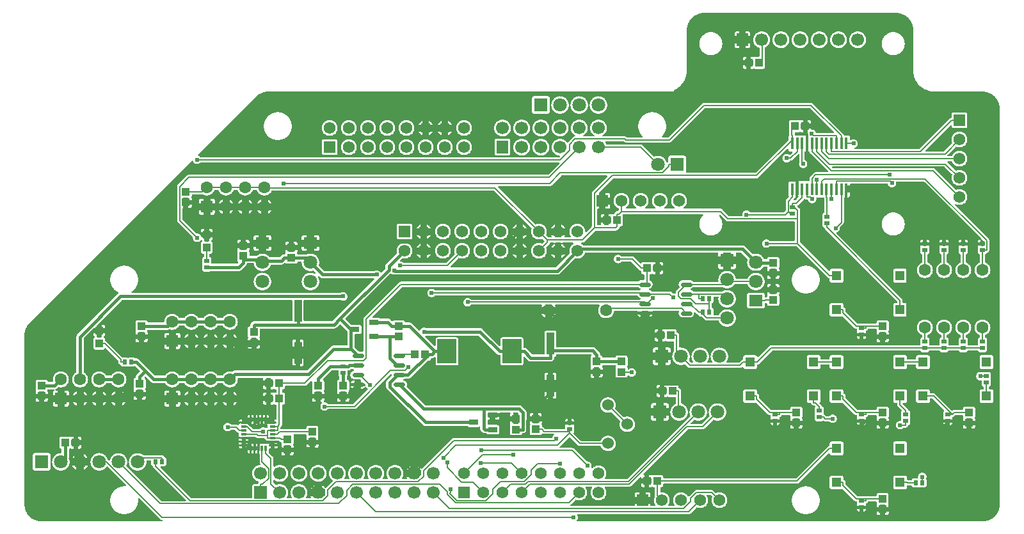
<source format=gtl>
G04 Layer: TopLayer*
G04 EasyEDA v6.3.39, 2020-04-26T20:46:55+02:00*
G04 5968b4f764c641518c6b208976d5c428,06be2ef0334148d99c06ae0550131ac1,10*
G04 Gerber Generator version 0.2*
G04 Scale: 100 percent, Rotated: No, Reflected: No *
G04 Dimensions in inches *
G04 leading zeros omitted , absolute positions ,2 integer and 4 decimal *
%FSLAX24Y24*%
%MOIN*%
G90*
G70D02*

%ADD11C,0.006000*%
%ADD12C,0.018000*%
%ADD13C,0.008000*%
%ADD14C,0.014000*%
%ADD15C,0.023622*%
%ADD16C,0.024000*%
%ADD17R,0.039000X0.043000*%
%ADD18R,0.051181X0.051181*%
%ADD19R,0.025590X0.023620*%
%ADD20R,0.043307X0.039370*%
%ADD21R,0.023620X0.025590*%
%ADD22R,0.011810X0.031496*%
%ADD23R,0.031496X0.011810*%
%ADD24R,0.049213X0.027559*%
%ADD25R,0.098400X0.126000*%
%ADD26R,0.039370X0.043307*%
%ADD27R,0.017717X0.064961*%
%ADD28R,0.039370X0.118110*%
%ADD29C,0.062000*%
%ADD30R,0.062000X0.062000*%
%ADD31R,0.062992X0.062992*%
%ADD32C,0.062992*%
%ADD33C,0.070866*%
%ADD34R,0.070866X0.062000*%
%ADD35R,0.070866X0.070866*%
%ADD36R,0.060000X0.066929*%
%ADD37C,0.066929*%
%ADD38R,0.066929X0.066929*%
%ADD39C,0.060000*%
%ADD40R,0.062000X0.066929*%

%LPD*%
G36*
G01X41006Y21648D02*
G01X35562Y21648D01*
G01X35550Y21646D01*
G01X35544Y21643D01*
G01X35539Y21640D01*
G01X35534Y21636D01*
G01X33782Y19884D01*
G01X33774Y19878D01*
G01X33765Y19872D01*
G01X33747Y19862D01*
G01X33727Y19856D01*
G01X33717Y19854D01*
G01X33697Y19852D01*
G01X31422Y19852D01*
G01X31411Y19853D01*
G01X31401Y19854D01*
G01X31391Y19856D01*
G01X31381Y19859D01*
G01X31361Y19867D01*
G01X31352Y19872D01*
G01X31344Y19878D01*
G01X31336Y19885D01*
G01X31326Y19891D01*
G01X31321Y19893D01*
G01X31315Y19894D01*
G01X30395Y19894D01*
G01X30390Y19893D01*
G01X30384Y19891D01*
G01X30379Y19888D01*
G01X30375Y19885D01*
G01X30371Y19881D01*
G01X30367Y19876D01*
G01X30363Y19866D01*
G01X30361Y19860D01*
G01X30361Y19849D01*
G01X30363Y19843D01*
G01X30367Y19833D01*
G01X30378Y19815D01*
G01X30389Y19796D01*
G01X30398Y19776D01*
G01X30406Y19756D01*
G01X30412Y19746D01*
G01X30416Y19741D01*
G01X30421Y19738D01*
G01X30426Y19734D01*
G01X30431Y19732D01*
G01X30443Y19730D01*
G01X32210Y19730D01*
G01X32220Y19729D01*
G01X32230Y19727D01*
G01X32250Y19721D01*
G01X32268Y19711D01*
G01X32277Y19705D01*
G01X32285Y19699D01*
G01X32863Y19121D01*
G01X32868Y19117D01*
G01X32874Y19113D01*
G01X32879Y19111D01*
G01X32885Y19110D01*
G01X32892Y19109D01*
G01X32897Y19110D01*
G01X32903Y19111D01*
G01X32908Y19113D01*
G01X32927Y19121D01*
G01X32945Y19128D01*
G01X32983Y19140D01*
G01X33021Y19148D01*
G01X33041Y19151D01*
G01X33060Y19153D01*
G01X33100Y19155D01*
G01X33138Y19153D01*
G01X33157Y19151D01*
G01X33195Y19145D01*
G01X33213Y19140D01*
G01X33232Y19135D01*
G01X33250Y19129D01*
G01X33286Y19115D01*
G01X33303Y19107D01*
G01X33320Y19098D01*
G01X33337Y19088D01*
G01X33353Y19078D01*
G01X33368Y19067D01*
G01X33384Y19055D01*
G01X33398Y19043D01*
G01X33413Y19030D01*
G01X33426Y19017D01*
G01X33439Y19003D01*
G01X33452Y18988D01*
G01X33464Y18973D01*
G01X33475Y18957D01*
G01X33495Y18925D01*
G01X33513Y18891D01*
G01X33534Y18837D01*
G01X33536Y18831D01*
G01X33539Y18826D01*
G01X33543Y18821D01*
G01X33548Y18817D01*
G01X33553Y18814D01*
G01X33559Y18811D01*
G01X33565Y18810D01*
G01X33572Y18809D01*
G01X33578Y18810D01*
G01X33585Y18811D01*
G01X33603Y18820D01*
G01X33616Y18825D01*
G01X33626Y18829D01*
G01X33631Y18833D01*
G01X33635Y18837D01*
G01X33638Y18842D01*
G01X33641Y18846D01*
G01X33643Y18852D01*
G01X33644Y18857D01*
G01X33644Y19054D01*
G01X33646Y19072D01*
G01X33648Y19081D01*
G01X33651Y19090D01*
G01X33655Y19099D01*
G01X33659Y19107D01*
G01X33665Y19115D01*
G01X33671Y19122D01*
G01X33677Y19128D01*
G01X33684Y19134D01*
G01X33692Y19140D01*
G01X33700Y19144D01*
G01X33709Y19148D01*
G01X33718Y19151D01*
G01X33727Y19153D01*
G01X33745Y19155D01*
G01X34454Y19155D01*
G01X34472Y19153D01*
G01X34481Y19151D01*
G01X34490Y19148D01*
G01X34499Y19144D01*
G01X34507Y19140D01*
G01X34515Y19134D01*
G01X34522Y19128D01*
G01X34528Y19122D01*
G01X34534Y19115D01*
G01X34540Y19107D01*
G01X34544Y19099D01*
G01X34548Y19090D01*
G01X34551Y19081D01*
G01X34553Y19072D01*
G01X34555Y19054D01*
G01X34555Y18345D01*
G01X34554Y18335D01*
G01X34553Y18326D01*
G01X34551Y18316D01*
G01X34549Y18310D01*
G01X34549Y18299D01*
G01X34550Y18293D01*
G01X34552Y18288D01*
G01X34555Y18283D01*
G01X34559Y18278D01*
G01X34563Y18274D01*
G01X34567Y18271D01*
G01X34572Y18268D01*
G01X34578Y18266D01*
G01X34583Y18265D01*
G01X34589Y18264D01*
G01X38171Y18264D01*
G01X38183Y18266D01*
G01X38189Y18269D01*
G01X38194Y18272D01*
G01X38199Y18276D01*
G01X39888Y19966D01*
G01X39892Y19970D01*
G01X39896Y19976D01*
G01X39898Y19982D01*
G01X39900Y19994D01*
G01X39900Y20123D01*
G01X39902Y20133D01*
G01X39904Y20141D01*
G01X39910Y20159D01*
G01X39915Y20167D01*
G01X39920Y20174D01*
G01X39926Y20181D01*
G01X39932Y20191D01*
G01X39934Y20197D01*
G01X39935Y20202D01*
G01X39936Y20208D01*
G01X39935Y20213D01*
G01X39935Y20435D01*
G01X39934Y20442D01*
G01X39932Y20448D01*
G01X39929Y20460D01*
G01X39927Y20471D01*
G01X39926Y20483D01*
G01X39926Y20925D01*
G01X39928Y20935D01*
G01X39930Y20944D01*
G01X39933Y20952D01*
G01X39937Y20961D01*
G01X39941Y20969D01*
G01X39946Y20977D01*
G01X39952Y20984D01*
G01X39959Y20991D01*
G01X39966Y20997D01*
G01X39974Y21002D01*
G01X39982Y21006D01*
G01X39991Y21010D01*
G01X39999Y21013D01*
G01X40009Y21015D01*
G01X40018Y21017D01*
G01X40431Y21017D01*
G01X40441Y21015D01*
G01X40450Y21013D01*
G01X40460Y21009D01*
G01X40469Y21005D01*
G01X40477Y21000D01*
G01X40482Y20997D01*
G01X40494Y20993D01*
G01X40505Y20993D01*
G01X40517Y20997D01*
G01X40522Y21000D01*
G01X40530Y21005D01*
G01X40539Y21009D01*
G01X40549Y21013D01*
G01X40558Y21015D01*
G01X40568Y21017D01*
G01X40652Y21017D01*
G01X40652Y20833D01*
G01X40562Y20833D01*
G01X40550Y20831D01*
G01X40545Y20829D01*
G01X40540Y20826D01*
G01X40536Y20823D01*
G01X40532Y20819D01*
G01X40528Y20814D01*
G01X40525Y20809D01*
G01X40523Y20804D01*
G01X40522Y20798D01*
G01X40522Y20601D01*
G01X40523Y20595D01*
G01X40525Y20590D01*
G01X40528Y20585D01*
G01X40532Y20580D01*
G01X40536Y20576D01*
G01X40540Y20573D01*
G01X40545Y20570D01*
G01X40550Y20568D01*
G01X40562Y20566D01*
G01X40652Y20566D01*
G01X40652Y20382D01*
G01X40568Y20382D01*
G01X40558Y20384D01*
G01X40549Y20386D01*
G01X40539Y20390D01*
G01X40530Y20394D01*
G01X40522Y20399D01*
G01X40517Y20402D01*
G01X40505Y20406D01*
G01X40494Y20406D01*
G01X40482Y20402D01*
G01X40477Y20399D01*
G01X40469Y20394D01*
G01X40460Y20390D01*
G01X40450Y20386D01*
G01X40441Y20384D01*
G01X40431Y20382D01*
G01X40251Y20382D01*
G01X40245Y20380D01*
G01X40235Y20376D01*
G01X40230Y20372D01*
G01X40226Y20368D01*
G01X40223Y20364D01*
G01X40220Y20359D01*
G01X40218Y20353D01*
G01X40217Y20348D01*
G01X40217Y20276D01*
G01X40220Y20269D01*
G01X40224Y20258D01*
G01X40227Y20246D01*
G01X40229Y20241D01*
G01X40231Y20235D01*
G01X40235Y20230D01*
G01X40243Y20222D01*
G01X40249Y20219D01*
G01X40254Y20217D01*
G01X40266Y20215D01*
G01X40438Y20215D01*
G01X40451Y20214D01*
G01X40464Y20212D01*
G01X40475Y20210D01*
G01X40485Y20212D01*
G01X40498Y20214D01*
G01X40511Y20215D01*
G01X40698Y20215D01*
G01X40718Y20211D01*
G01X40724Y20209D01*
G01X40735Y20209D01*
G01X40741Y20211D01*
G01X40761Y20215D01*
G01X40790Y20215D01*
G01X40790Y19946D01*
G01X40789Y19937D01*
G01X40789Y19642D01*
G01X40790Y19633D01*
G01X40790Y19364D01*
G01X40771Y19364D01*
G01X40759Y19362D01*
G01X40754Y19360D01*
G01X40744Y19354D01*
G01X40740Y19350D01*
G01X40734Y19340D01*
G01X40732Y19335D01*
G01X40731Y19329D01*
G01X40731Y18969D01*
G01X40732Y18963D01*
G01X40734Y18957D01*
G01X40737Y18952D01*
G01X40745Y18944D01*
G01X40750Y18940D01*
G01X40755Y18938D01*
G01X40767Y18932D01*
G01X40779Y18925D01*
G01X40790Y18918D01*
G01X40812Y18902D01*
G01X40822Y18893D01*
G01X40840Y18873D01*
G01X40848Y18862D01*
G01X40856Y18850D01*
G01X40862Y18839D01*
G01X40868Y18826D01*
G01X40874Y18814D01*
G01X40882Y18788D01*
G01X40885Y18775D01*
G01X40887Y18762D01*
G01X40889Y18734D01*
G01X40887Y18708D01*
G01X40885Y18695D01*
G01X40882Y18682D01*
G01X40874Y18656D01*
G01X40869Y18644D01*
G01X40857Y18620D01*
G01X40841Y18598D01*
G01X40833Y18588D01*
G01X40824Y18578D01*
G01X40814Y18569D01*
G01X40804Y18561D01*
G01X40782Y18545D01*
G01X40758Y18533D01*
G01X40746Y18528D01*
G01X40720Y18520D01*
G01X40707Y18517D01*
G01X40694Y18515D01*
G01X40668Y18513D01*
G01X40654Y18514D01*
G01X40641Y18515D01*
G01X40628Y18517D01*
G01X40615Y18520D01*
G01X40589Y18528D01*
G01X40577Y18533D01*
G01X40553Y18545D01*
G01X40531Y18561D01*
G01X40521Y18569D01*
G01X40511Y18578D01*
G01X40502Y18588D01*
G01X40494Y18598D01*
G01X40478Y18620D01*
G01X40466Y18644D01*
G01X40461Y18656D01*
G01X40453Y18682D01*
G01X40450Y18695D01*
G01X40448Y18708D01*
G01X40447Y18721D01*
G01X40447Y18750D01*
G01X40451Y18780D01*
G01X40455Y18795D01*
G01X40459Y18809D01*
G01X40465Y18823D01*
G01X40468Y18831D01*
G01X40469Y18839D01*
G01X40469Y19211D01*
G01X40468Y19216D01*
G01X40467Y19222D01*
G01X40465Y19227D01*
G01X40459Y19237D01*
G01X40455Y19241D01*
G01X40445Y19247D01*
G01X40440Y19249D01*
G01X40434Y19250D01*
G01X40429Y19251D01*
G01X40422Y19250D01*
G01X40416Y19249D01*
G01X40410Y19246D01*
G01X40405Y19243D01*
G01X40400Y19239D01*
G01X40087Y18926D01*
G01X40079Y18920D01*
G01X40070Y18914D01*
G01X40052Y18904D01*
G01X40032Y18898D01*
G01X40022Y18896D01*
G01X40002Y18894D01*
G01X39992Y18894D01*
G01X39986Y18893D01*
G01X39981Y18891D01*
G01X39976Y18888D01*
G01X39972Y18885D01*
G01X39967Y18881D01*
G01X39949Y18861D01*
G01X39916Y18837D01*
G01X39904Y18830D01*
G01X39892Y18824D01*
G01X39880Y18819D01*
G01X39854Y18811D01*
G01X39841Y18808D01*
G01X39827Y18806D01*
G01X39801Y18804D01*
G01X39787Y18805D01*
G01X39774Y18806D01*
G01X39761Y18808D01*
G01X39748Y18811D01*
G01X39722Y18819D01*
G01X39710Y18824D01*
G01X39686Y18836D01*
G01X39664Y18852D01*
G01X39654Y18860D01*
G01X39644Y18869D01*
G01X39635Y18879D01*
G01X39627Y18889D01*
G01X39611Y18911D01*
G01X39599Y18935D01*
G01X39594Y18947D01*
G01X39586Y18973D01*
G01X39583Y18986D01*
G01X39581Y18999D01*
G01X39580Y19012D01*
G01X39580Y19039D01*
G01X39581Y19052D01*
G01X39583Y19065D01*
G01X39586Y19078D01*
G01X39594Y19104D01*
G01X39599Y19116D01*
G01X39611Y19140D01*
G01X39627Y19162D01*
G01X39635Y19172D01*
G01X39644Y19182D01*
G01X39654Y19191D01*
G01X39664Y19199D01*
G01X39686Y19215D01*
G01X39710Y19227D01*
G01X39722Y19232D01*
G01X39748Y19240D01*
G01X39761Y19243D01*
G01X39774Y19245D01*
G01X39787Y19246D01*
G01X39814Y19246D01*
G01X39828Y19245D01*
G01X39841Y19243D01*
G01X39854Y19240D01*
G01X39880Y19232D01*
G01X39892Y19226D01*
G01X39905Y19220D01*
G01X39916Y19214D01*
G01X39928Y19206D01*
G01X39939Y19198D01*
G01X39944Y19194D01*
G01X39950Y19192D01*
G01X39957Y19190D01*
G01X39964Y19189D01*
G01X39976Y19191D01*
G01X39982Y19194D01*
G01X39987Y19197D01*
G01X39992Y19201D01*
G01X40086Y19295D01*
G01X40090Y19300D01*
G01X40093Y19305D01*
G01X40096Y19311D01*
G01X40097Y19317D01*
G01X40098Y19324D01*
G01X40097Y19329D01*
G01X40096Y19335D01*
G01X40094Y19340D01*
G01X40088Y19350D01*
G01X40084Y19354D01*
G01X40074Y19360D01*
G01X40069Y19362D01*
G01X40063Y19363D01*
G01X40058Y19364D01*
G01X39992Y19364D01*
G01X39982Y19365D01*
G01X39973Y19367D01*
G01X39964Y19370D01*
G01X39956Y19374D01*
G01X39940Y19384D01*
G01X39933Y19390D01*
G01X39926Y19397D01*
G01X39920Y19404D01*
G01X39915Y19411D01*
G01X39911Y19420D01*
G01X39907Y19428D01*
G01X39904Y19437D01*
G01X39900Y19455D01*
G01X39900Y19488D01*
G01X39898Y19493D01*
G01X39896Y19499D01*
G01X39894Y19504D01*
G01X39882Y19516D01*
G01X39877Y19518D01*
G01X39871Y19520D01*
G01X39866Y19522D01*
G01X39860Y19522D01*
G01X39848Y19520D01*
G01X39842Y19518D01*
G01X39836Y19514D01*
G01X39832Y19510D01*
G01X38345Y18024D01*
G01X38337Y18016D01*
G01X38328Y18009D01*
G01X38319Y18003D01*
G01X38310Y17998D01*
G01X38299Y17993D01*
G01X38289Y17989D01*
G01X38278Y17986D01*
G01X38268Y17984D01*
G01X38246Y17982D01*
G01X30793Y17982D01*
G01X30787Y17981D01*
G01X30781Y17978D01*
G01X30776Y17975D01*
G01X30771Y17971D01*
G01X30031Y17231D01*
G01X30027Y17226D01*
G01X30024Y17221D01*
G01X30021Y17215D01*
G01X30020Y17209D01*
G01X30020Y16979D01*
G01X29964Y16979D01*
G01X29958Y16978D01*
G01X29953Y16976D01*
G01X29943Y16970D01*
G01X29939Y16966D01*
G01X29933Y16956D01*
G01X29931Y16951D01*
G01X29930Y16945D01*
G01X29930Y16654D01*
G01X29931Y16648D01*
G01X29933Y16643D01*
G01X29939Y16633D01*
G01X29943Y16629D01*
G01X29953Y16623D01*
G01X29958Y16621D01*
G01X29970Y16619D01*
G01X30020Y16619D01*
G01X30020Y16388D01*
G01X29964Y16388D01*
G01X29958Y16387D01*
G01X29953Y16385D01*
G01X29943Y16379D01*
G01X29939Y16375D01*
G01X29933Y16365D01*
G01X29931Y16360D01*
G01X29930Y16354D01*
G01X29930Y15568D01*
G01X29931Y15562D01*
G01X29933Y15557D01*
G01X29939Y15547D01*
G01X29943Y15543D01*
G01X29953Y15537D01*
G01X29958Y15535D01*
G01X29970Y15533D01*
G01X30086Y15533D01*
G01X30098Y15535D01*
G01X30103Y15537D01*
G01X30113Y15543D01*
G01X30117Y15547D01*
G01X30123Y15557D01*
G01X30125Y15562D01*
G01X30126Y15568D01*
G01X30126Y15666D01*
G01X30301Y15666D01*
G01X30301Y15568D01*
G01X30302Y15562D01*
G01X30304Y15557D01*
G01X30310Y15547D01*
G01X30314Y15543D01*
G01X30324Y15537D01*
G01X30329Y15535D01*
G01X30341Y15533D01*
G01X30507Y15533D01*
G01X30519Y15535D01*
G01X30524Y15537D01*
G01X30534Y15543D01*
G01X30538Y15547D01*
G01X30544Y15557D01*
G01X30546Y15562D01*
G01X30547Y15568D01*
G01X30547Y15666D01*
G01X30637Y15666D01*
G01X30649Y15668D01*
G01X30654Y15670D01*
G01X30659Y15673D01*
G01X30663Y15676D01*
G01X30668Y15680D01*
G01X30674Y15690D01*
G01X30676Y15695D01*
G01X30677Y15701D01*
G01X30677Y15898D01*
G01X30676Y15904D01*
G01X30674Y15909D01*
G01X30668Y15919D01*
G01X30663Y15923D01*
G01X30659Y15926D01*
G01X30654Y15929D01*
G01X30649Y15931D01*
G01X30637Y15933D01*
G01X30547Y15933D01*
G01X30547Y16117D01*
G01X30631Y16117D01*
G01X30641Y16115D01*
G01X30650Y16113D01*
G01X30660Y16109D01*
G01X30669Y16105D01*
G01X30677Y16100D01*
G01X30682Y16097D01*
G01X30694Y16093D01*
G01X30705Y16093D01*
G01X30717Y16097D01*
G01X30722Y16100D01*
G01X30730Y16105D01*
G01X30739Y16109D01*
G01X30749Y16113D01*
G01X30758Y16115D01*
G01X30768Y16117D01*
G01X30805Y16117D01*
G01X30811Y16119D01*
G01X30816Y16121D01*
G01X30822Y16124D01*
G01X30830Y16132D01*
G01X30834Y16137D01*
G01X30836Y16142D01*
G01X30838Y16148D01*
G01X30841Y16159D01*
G01X30849Y16179D01*
G01X30861Y16199D01*
G01X30868Y16207D01*
G01X30875Y16216D01*
G01X30883Y16223D01*
G01X30892Y16230D01*
G01X30901Y16236D01*
G01X30911Y16242D01*
G01X30921Y16247D01*
G01X30932Y16250D01*
G01X30942Y16254D01*
G01X30953Y16256D01*
G01X30964Y16257D01*
G01X30991Y16257D01*
G01X31003Y16259D01*
G01X31009Y16262D01*
G01X31014Y16265D01*
G01X31019Y16269D01*
G01X31047Y16297D01*
G01X31051Y16302D01*
G01X31054Y16307D01*
G01X31057Y16313D01*
G01X31059Y16325D01*
G01X31059Y16386D01*
G01X31057Y16398D01*
G01X31055Y16403D01*
G01X31052Y16408D01*
G01X31048Y16413D01*
G01X31044Y16417D01*
G01X31040Y16420D01*
G01X31035Y16423D01*
G01X31018Y16431D01*
G01X31002Y16439D01*
G01X30986Y16448D01*
G01X30970Y16458D01*
G01X30956Y16469D01*
G01X30941Y16480D01*
G01X30927Y16492D01*
G01X30914Y16504D01*
G01X30901Y16517D01*
G01X30888Y16531D01*
G01X30877Y16545D01*
G01X30855Y16575D01*
G01X30846Y16590D01*
G01X30837Y16606D01*
G01X30829Y16622D01*
G01X30821Y16639D01*
G01X30814Y16656D01*
G01X30808Y16673D01*
G01X30803Y16691D01*
G01X30795Y16727D01*
G01X30792Y16745D01*
G01X30790Y16763D01*
G01X30789Y16781D01*
G01X30789Y16818D01*
G01X30790Y16836D01*
G01X30792Y16855D01*
G01X30795Y16873D01*
G01X30803Y16909D01*
G01X30809Y16927D01*
G01X30815Y16944D01*
G01X30829Y16978D01*
G01X30856Y17026D01*
G01X30878Y17056D01*
G01X30902Y17084D01*
G01X30915Y17097D01*
G01X30943Y17121D01*
G01X30973Y17143D01*
G01X31021Y17170D01*
G01X31055Y17184D01*
G01X31072Y17190D01*
G01X31090Y17196D01*
G01X31126Y17204D01*
G01X31144Y17207D01*
G01X31163Y17209D01*
G01X31181Y17210D01*
G01X31218Y17210D01*
G01X31236Y17209D01*
G01X31255Y17207D01*
G01X31273Y17204D01*
G01X31309Y17196D01*
G01X31327Y17190D01*
G01X31344Y17184D01*
G01X31378Y17170D01*
G01X31426Y17143D01*
G01X31456Y17121D01*
G01X31484Y17097D01*
G01X31497Y17084D01*
G01X31521Y17056D01*
G01X31543Y17026D01*
G01X31570Y16978D01*
G01X31584Y16944D01*
G01X31590Y16927D01*
G01X31596Y16909D01*
G01X31604Y16873D01*
G01X31607Y16855D01*
G01X31609Y16836D01*
G01X31611Y16800D01*
G01X31609Y16762D01*
G01X31607Y16744D01*
G01X31604Y16725D01*
G01X31600Y16707D01*
G01X31590Y16671D01*
G01X31584Y16653D01*
G01X31577Y16636D01*
G01X31569Y16619D01*
G01X31560Y16602D01*
G01X31551Y16586D01*
G01X31541Y16571D01*
G01X31530Y16555D01*
G01X31519Y16541D01*
G01X31507Y16526D01*
G01X31494Y16513D01*
G01X31480Y16500D01*
G01X31467Y16487D01*
G01X31452Y16475D01*
G01X31437Y16464D01*
G01X31432Y16460D01*
G01X31428Y16455D01*
G01X31425Y16450D01*
G01X31422Y16444D01*
G01X31421Y16438D01*
G01X31420Y16431D01*
G01X31421Y16426D01*
G01X31422Y16420D01*
G01X31424Y16415D01*
G01X31430Y16405D01*
G01X31434Y16401D01*
G01X31444Y16395D01*
G01X31449Y16393D01*
G01X31455Y16392D01*
G01X31944Y16392D01*
G01X31950Y16393D01*
G01X31955Y16395D01*
G01X31965Y16401D01*
G01X31969Y16405D01*
G01X31975Y16415D01*
G01X31977Y16420D01*
G01X31978Y16426D01*
G01X31979Y16431D01*
G01X31978Y16438D01*
G01X31977Y16444D01*
G01X31974Y16450D01*
G01X31971Y16455D01*
G01X31967Y16460D01*
G01X31962Y16464D01*
G01X31947Y16475D01*
G01X31932Y16487D01*
G01X31919Y16500D01*
G01X31905Y16513D01*
G01X31892Y16526D01*
G01X31880Y16541D01*
G01X31869Y16555D01*
G01X31858Y16571D01*
G01X31848Y16586D01*
G01X31839Y16602D01*
G01X31830Y16619D01*
G01X31822Y16636D01*
G01X31815Y16653D01*
G01X31809Y16671D01*
G01X31799Y16707D01*
G01X31795Y16725D01*
G01X31792Y16744D01*
G01X31790Y16762D01*
G01X31789Y16781D01*
G01X31789Y16818D01*
G01X31790Y16836D01*
G01X31792Y16855D01*
G01X31795Y16873D01*
G01X31803Y16909D01*
G01X31809Y16927D01*
G01X31815Y16944D01*
G01X31829Y16978D01*
G01X31856Y17026D01*
G01X31878Y17056D01*
G01X31902Y17084D01*
G01X31915Y17097D01*
G01X31943Y17121D01*
G01X31973Y17143D01*
G01X32021Y17170D01*
G01X32055Y17184D01*
G01X32072Y17190D01*
G01X32090Y17196D01*
G01X32126Y17204D01*
G01X32144Y17207D01*
G01X32163Y17209D01*
G01X32181Y17210D01*
G01X32218Y17210D01*
G01X32236Y17209D01*
G01X32255Y17207D01*
G01X32273Y17204D01*
G01X32309Y17196D01*
G01X32327Y17190D01*
G01X32344Y17184D01*
G01X32378Y17170D01*
G01X32426Y17143D01*
G01X32456Y17121D01*
G01X32484Y17097D01*
G01X32497Y17084D01*
G01X32521Y17056D01*
G01X32543Y17026D01*
G01X32570Y16978D01*
G01X32584Y16944D01*
G01X32590Y16927D01*
G01X32596Y16909D01*
G01X32604Y16873D01*
G01X32607Y16855D01*
G01X32609Y16836D01*
G01X32611Y16800D01*
G01X32609Y16762D01*
G01X32607Y16744D01*
G01X32604Y16725D01*
G01X32600Y16707D01*
G01X32590Y16671D01*
G01X32584Y16653D01*
G01X32577Y16636D01*
G01X32569Y16619D01*
G01X32560Y16602D01*
G01X32551Y16586D01*
G01X32541Y16571D01*
G01X32530Y16555D01*
G01X32519Y16541D01*
G01X32507Y16526D01*
G01X32494Y16513D01*
G01X32480Y16500D01*
G01X32467Y16487D01*
G01X32452Y16475D01*
G01X32437Y16464D01*
G01X32432Y16460D01*
G01X32428Y16455D01*
G01X32425Y16450D01*
G01X32422Y16444D01*
G01X32421Y16438D01*
G01X32420Y16431D01*
G01X32421Y16426D01*
G01X32422Y16420D01*
G01X32424Y16415D01*
G01X32430Y16405D01*
G01X32434Y16401D01*
G01X32444Y16395D01*
G01X32449Y16393D01*
G01X32455Y16392D01*
G01X32944Y16392D01*
G01X32950Y16393D01*
G01X32955Y16395D01*
G01X32965Y16401D01*
G01X32969Y16405D01*
G01X32975Y16415D01*
G01X32977Y16420D01*
G01X32978Y16426D01*
G01X32979Y16431D01*
G01X32978Y16438D01*
G01X32977Y16444D01*
G01X32974Y16450D01*
G01X32971Y16455D01*
G01X32967Y16460D01*
G01X32962Y16464D01*
G01X32947Y16475D01*
G01X32932Y16487D01*
G01X32919Y16500D01*
G01X32905Y16513D01*
G01X32892Y16526D01*
G01X32880Y16541D01*
G01X32869Y16555D01*
G01X32858Y16571D01*
G01X32848Y16586D01*
G01X32839Y16602D01*
G01X32830Y16619D01*
G01X32822Y16636D01*
G01X32815Y16653D01*
G01X32809Y16671D01*
G01X32799Y16707D01*
G01X32795Y16725D01*
G01X32792Y16744D01*
G01X32790Y16762D01*
G01X32789Y16781D01*
G01X32789Y16818D01*
G01X32790Y16836D01*
G01X32792Y16855D01*
G01X32795Y16873D01*
G01X32803Y16909D01*
G01X32809Y16927D01*
G01X32815Y16944D01*
G01X32829Y16978D01*
G01X32856Y17026D01*
G01X32878Y17056D01*
G01X32902Y17084D01*
G01X32915Y17097D01*
G01X32943Y17121D01*
G01X32973Y17143D01*
G01X33021Y17170D01*
G01X33055Y17184D01*
G01X33072Y17190D01*
G01X33090Y17196D01*
G01X33126Y17204D01*
G01X33144Y17207D01*
G01X33163Y17209D01*
G01X33181Y17210D01*
G01X33218Y17210D01*
G01X33236Y17209D01*
G01X33255Y17207D01*
G01X33273Y17204D01*
G01X33309Y17196D01*
G01X33327Y17190D01*
G01X33344Y17184D01*
G01X33378Y17170D01*
G01X33426Y17143D01*
G01X33456Y17121D01*
G01X33484Y17097D01*
G01X33497Y17084D01*
G01X33521Y17056D01*
G01X33543Y17026D01*
G01X33570Y16978D01*
G01X33584Y16944D01*
G01X33590Y16927D01*
G01X33596Y16909D01*
G01X33604Y16873D01*
G01X33607Y16855D01*
G01X33609Y16836D01*
G01X33611Y16800D01*
G01X33609Y16762D01*
G01X33607Y16744D01*
G01X33604Y16725D01*
G01X33600Y16707D01*
G01X33590Y16671D01*
G01X33584Y16653D01*
G01X33577Y16636D01*
G01X33569Y16619D01*
G01X33560Y16602D01*
G01X33551Y16586D01*
G01X33541Y16571D01*
G01X33530Y16555D01*
G01X33519Y16541D01*
G01X33507Y16526D01*
G01X33494Y16513D01*
G01X33480Y16500D01*
G01X33467Y16487D01*
G01X33452Y16475D01*
G01X33437Y16464D01*
G01X33432Y16460D01*
G01X33428Y16455D01*
G01X33425Y16450D01*
G01X33422Y16444D01*
G01X33421Y16438D01*
G01X33420Y16431D01*
G01X33421Y16426D01*
G01X33422Y16420D01*
G01X33424Y16415D01*
G01X33430Y16405D01*
G01X33434Y16401D01*
G01X33444Y16395D01*
G01X33449Y16393D01*
G01X33455Y16392D01*
G01X33944Y16392D01*
G01X33950Y16393D01*
G01X33955Y16395D01*
G01X33965Y16401D01*
G01X33969Y16405D01*
G01X33975Y16415D01*
G01X33977Y16420D01*
G01X33978Y16426D01*
G01X33979Y16431D01*
G01X33978Y16438D01*
G01X33977Y16444D01*
G01X33974Y16450D01*
G01X33971Y16455D01*
G01X33967Y16460D01*
G01X33962Y16464D01*
G01X33947Y16475D01*
G01X33932Y16487D01*
G01X33919Y16500D01*
G01X33905Y16513D01*
G01X33892Y16526D01*
G01X33880Y16541D01*
G01X33869Y16555D01*
G01X33858Y16571D01*
G01X33848Y16586D01*
G01X33839Y16602D01*
G01X33830Y16619D01*
G01X33822Y16636D01*
G01X33815Y16653D01*
G01X33809Y16671D01*
G01X33799Y16707D01*
G01X33795Y16725D01*
G01X33792Y16744D01*
G01X33790Y16762D01*
G01X33789Y16781D01*
G01X33789Y16818D01*
G01X33790Y16836D01*
G01X33792Y16855D01*
G01X33795Y16873D01*
G01X33803Y16909D01*
G01X33809Y16927D01*
G01X33815Y16944D01*
G01X33829Y16978D01*
G01X33856Y17026D01*
G01X33878Y17056D01*
G01X33902Y17084D01*
G01X33915Y17097D01*
G01X33943Y17121D01*
G01X33973Y17143D01*
G01X34021Y17170D01*
G01X34055Y17184D01*
G01X34072Y17190D01*
G01X34090Y17196D01*
G01X34126Y17204D01*
G01X34144Y17207D01*
G01X34163Y17209D01*
G01X34181Y17210D01*
G01X34218Y17210D01*
G01X34236Y17209D01*
G01X34255Y17207D01*
G01X34273Y17204D01*
G01X34309Y17196D01*
G01X34327Y17190D01*
G01X34344Y17184D01*
G01X34378Y17170D01*
G01X34426Y17143D01*
G01X34456Y17121D01*
G01X34484Y17097D01*
G01X34497Y17084D01*
G01X34521Y17056D01*
G01X34543Y17026D01*
G01X34570Y16978D01*
G01X34584Y16944D01*
G01X34590Y16927D01*
G01X34596Y16909D01*
G01X34604Y16873D01*
G01X34607Y16855D01*
G01X34609Y16836D01*
G01X34611Y16800D01*
G01X34609Y16762D01*
G01X34607Y16744D01*
G01X34604Y16725D01*
G01X34600Y16707D01*
G01X34590Y16671D01*
G01X34584Y16653D01*
G01X34577Y16636D01*
G01X34569Y16619D01*
G01X34560Y16602D01*
G01X34551Y16586D01*
G01X34541Y16571D01*
G01X34530Y16555D01*
G01X34519Y16541D01*
G01X34507Y16526D01*
G01X34494Y16513D01*
G01X34480Y16500D01*
G01X34467Y16487D01*
G01X34452Y16475D01*
G01X34437Y16464D01*
G01X34432Y16460D01*
G01X34428Y16455D01*
G01X34425Y16450D01*
G01X34422Y16444D01*
G01X34421Y16438D01*
G01X34420Y16431D01*
G01X34421Y16426D01*
G01X34422Y16420D01*
G01X34424Y16415D01*
G01X34430Y16405D01*
G01X34434Y16401D01*
G01X34444Y16395D01*
G01X34449Y16393D01*
G01X34455Y16392D01*
G01X36361Y16392D01*
G01X36383Y16390D01*
G01X36393Y16388D01*
G01X36404Y16385D01*
G01X36415Y16381D01*
G01X36425Y16376D01*
G01X36434Y16371D01*
G01X36444Y16364D01*
G01X36452Y16358D01*
G01X36460Y16350D01*
G01X36792Y16017D01*
G01X36797Y16013D01*
G01X36802Y16010D01*
G01X36808Y16007D01*
G01X36814Y16006D01*
G01X36821Y16005D01*
G01X37455Y16005D01*
G01X37460Y16006D01*
G01X37466Y16007D01*
G01X37471Y16009D01*
G01X37481Y16015D01*
G01X37485Y16019D01*
G01X37491Y16029D01*
G01X37493Y16034D01*
G01X37495Y16046D01*
G01X37494Y16052D01*
G01X37492Y16069D01*
G01X37492Y16099D01*
G01X37493Y16112D01*
G01X37495Y16125D01*
G01X37498Y16138D01*
G01X37506Y16164D01*
G01X37511Y16176D01*
G01X37523Y16200D01*
G01X37539Y16222D01*
G01X37547Y16232D01*
G01X37556Y16242D01*
G01X37566Y16251D01*
G01X37576Y16259D01*
G01X37598Y16275D01*
G01X37622Y16287D01*
G01X37634Y16292D01*
G01X37660Y16300D01*
G01X37673Y16303D01*
G01X37686Y16305D01*
G01X37699Y16306D01*
G01X37726Y16306D01*
G01X37739Y16305D01*
G01X37753Y16303D01*
G01X37766Y16300D01*
G01X37792Y16292D01*
G01X37804Y16287D01*
G01X37816Y16281D01*
G01X37828Y16274D01*
G01X37861Y16250D01*
G01X37879Y16230D01*
G01X37884Y16226D01*
G01X37888Y16223D01*
G01X37893Y16220D01*
G01X37898Y16218D01*
G01X37904Y16217D01*
G01X39660Y16217D01*
G01X39666Y16218D01*
G01X39672Y16221D01*
G01X39677Y16224D01*
G01X39682Y16228D01*
G01X39738Y16284D01*
G01X39742Y16289D01*
G01X39745Y16294D01*
G01X39748Y16300D01*
G01X39750Y16312D01*
G01X39750Y16795D01*
G01X39751Y16805D01*
G01X39753Y16815D01*
G01X39759Y16835D01*
G01X39769Y16853D01*
G01X39775Y16861D01*
G01X39781Y16870D01*
G01X39788Y16877D01*
G01X39903Y16993D01*
G01X39907Y16997D01*
G01X39911Y17003D01*
G01X39915Y17015D01*
G01X39915Y17027D01*
G01X39911Y17039D01*
G01X39907Y17048D01*
G01X39904Y17057D01*
G01X39900Y17075D01*
G01X39900Y17744D01*
G01X39904Y17762D01*
G01X39907Y17771D01*
G01X39915Y17787D01*
G01X39920Y17795D01*
G01X39926Y17802D01*
G01X39933Y17809D01*
G01X39940Y17815D01*
G01X39956Y17825D01*
G01X39964Y17828D01*
G01X39982Y17834D01*
G01X39992Y17835D01*
G01X40188Y17835D01*
G01X40208Y17831D01*
G01X40214Y17829D01*
G01X40225Y17829D01*
G01X40231Y17831D01*
G01X40251Y17835D01*
G01X40280Y17835D01*
G01X40280Y17566D01*
G01X40279Y17557D01*
G01X40279Y17262D01*
G01X40280Y17253D01*
G01X40280Y16984D01*
G01X40253Y16984D01*
G01X40247Y16983D01*
G01X40242Y16982D01*
G01X40232Y16978D01*
G01X40227Y16974D01*
G01X40223Y16970D01*
G01X40220Y16966D01*
G01X40217Y16961D01*
G01X40215Y16955D01*
G01X40211Y16945D01*
G01X40207Y16936D01*
G01X40202Y16926D01*
G01X40196Y16917D01*
G01X40182Y16901D01*
G01X40175Y16894D01*
G01X40171Y16889D01*
G01X40168Y16884D01*
G01X40165Y16878D01*
G01X40164Y16872D01*
G01X40163Y16865D01*
G01X40164Y16860D01*
G01X40165Y16854D01*
G01X40167Y16849D01*
G01X40173Y16839D01*
G01X40177Y16835D01*
G01X40187Y16829D01*
G01X40192Y16827D01*
G01X40198Y16826D01*
G01X40203Y16825D01*
G01X40225Y16825D01*
G01X40237Y16827D01*
G01X40243Y16830D01*
G01X40248Y16833D01*
G01X40253Y16837D01*
G01X40331Y16915D01*
G01X40335Y16920D01*
G01X40338Y16926D01*
G01X40344Y16929D01*
G01X40349Y16933D01*
G01X40407Y16991D01*
G01X40411Y16996D01*
G01X40414Y17002D01*
G01X40417Y17007D01*
G01X40418Y17014D01*
G01X40419Y17020D01*
G01X40419Y17035D01*
G01X40418Y17042D01*
G01X40416Y17049D01*
G01X40410Y17076D01*
G01X40410Y17743D01*
G01X40414Y17761D01*
G01X40416Y17769D01*
G01X40418Y17776D01*
G01X40419Y17783D01*
G01X40419Y17835D01*
G01X40438Y17835D01*
G01X40451Y17834D01*
G01X40464Y17832D01*
G01X40475Y17830D01*
G01X40485Y17832D01*
G01X40498Y17834D01*
G01X40511Y17835D01*
G01X40698Y17835D01*
G01X40718Y17831D01*
G01X40724Y17829D01*
G01X40735Y17829D01*
G01X40741Y17831D01*
G01X40761Y17835D01*
G01X40949Y17835D01*
G01X40954Y17836D01*
G01X40960Y17837D01*
G01X40965Y17839D01*
G01X40975Y17845D01*
G01X40979Y17849D01*
G01X40985Y17859D01*
G01X40987Y17864D01*
G01X40988Y17870D01*
G01X40989Y17875D01*
G01X40989Y17976D01*
G01X40990Y17986D01*
G01X40992Y17996D01*
G01X40998Y18016D01*
G01X41008Y18034D01*
G01X41014Y18042D01*
G01X41020Y18051D01*
G01X41226Y18257D01*
G01X41235Y18263D01*
G01X41243Y18269D01*
G01X41261Y18279D01*
G01X41281Y18285D01*
G01X41291Y18287D01*
G01X41301Y18288D01*
G01X41923Y18288D01*
G01X41928Y18289D01*
G01X41934Y18290D01*
G01X41939Y18292D01*
G01X41949Y18298D01*
G01X41953Y18302D01*
G01X41959Y18312D01*
G01X41961Y18317D01*
G01X41962Y18323D01*
G01X41963Y18328D01*
G01X41962Y18335D01*
G01X41961Y18341D01*
G01X41958Y18347D01*
G01X41955Y18352D01*
G01X41951Y18357D01*
G01X41027Y19281D01*
G01X41013Y19297D01*
G01X41007Y19306D01*
G01X41002Y19316D01*
G01X40998Y19325D01*
G01X40994Y19335D01*
G01X40992Y19341D01*
G01X40989Y19346D01*
G01X40986Y19350D01*
G01X40982Y19354D01*
G01X40977Y19358D01*
G01X40967Y19362D01*
G01X40962Y19363D01*
G01X40956Y19364D01*
G01X40929Y19364D01*
G01X40929Y19633D01*
G01X40930Y19642D01*
G01X40930Y19937D01*
G01X40929Y19946D01*
G01X40929Y20164D01*
G01X40928Y20171D01*
G01X40926Y20178D01*
G01X40917Y20196D01*
G01X40911Y20209D01*
G01X40906Y20221D01*
G01X40901Y20235D01*
G01X40898Y20248D01*
G01X40895Y20262D01*
G01X40893Y20279D01*
G01X40893Y20316D01*
G01X40896Y20335D01*
G01X40898Y20344D01*
G01X40899Y20352D01*
G01X40899Y20566D01*
G01X41073Y20566D01*
G01X41073Y20552D01*
G01X41075Y20546D01*
G01X41079Y20536D01*
G01X41083Y20531D01*
G01X41087Y20527D01*
G01X41091Y20524D01*
G01X41096Y20521D01*
G01X41102Y20519D01*
G01X41107Y20518D01*
G01X41113Y20517D01*
G01X41127Y20517D01*
G01X41141Y20516D01*
G01X41155Y20514D01*
G01X41169Y20511D01*
G01X41182Y20507D01*
G01X41195Y20502D01*
G01X41208Y20496D01*
G01X41220Y20490D01*
G01X41232Y20483D01*
G01X41244Y20475D01*
G01X41255Y20467D01*
G01X41265Y20457D01*
G01X41275Y20448D01*
G01X41293Y20426D01*
G01X41300Y20415D01*
G01X41307Y20403D01*
G01X41314Y20390D01*
G01X41324Y20364D01*
G01X41326Y20358D01*
G01X41334Y20348D01*
G01X41338Y20344D01*
G01X41350Y20338D01*
G01X41362Y20336D01*
G01X42237Y20336D01*
G01X42242Y20337D01*
G01X42248Y20338D01*
G01X42253Y20340D01*
G01X42263Y20346D01*
G01X42267Y20350D01*
G01X42273Y20360D01*
G01X42275Y20365D01*
G01X42277Y20377D01*
G01X42275Y20389D01*
G01X42272Y20395D01*
G01X42269Y20400D01*
G01X42265Y20405D01*
G01X41034Y21636D01*
G01X41029Y21640D01*
G01X41024Y21643D01*
G01X41018Y21646D01*
G01X41006Y21648D01*
G37*

%LPC*%
G36*
G01X30519Y17210D02*
G01X30380Y17210D01*
G01X30380Y16979D01*
G01X30611Y16979D01*
G01X30611Y17109D01*
G01X30610Y17119D01*
G01X30609Y17128D01*
G01X30607Y17137D01*
G01X30604Y17146D01*
G01X30600Y17155D01*
G01X30595Y17163D01*
G01X30590Y17170D01*
G01X30584Y17178D01*
G01X30578Y17184D01*
G01X30570Y17190D01*
G01X30563Y17195D01*
G01X30555Y17200D01*
G01X30546Y17204D01*
G01X30537Y17207D01*
G01X30528Y17209D01*
G01X30519Y17210D01*
G37*
G36*
G01X30611Y16619D02*
G01X30380Y16619D01*
G01X30380Y16388D01*
G01X30510Y16388D01*
G01X30528Y16390D01*
G01X30537Y16392D01*
G01X30546Y16395D01*
G01X30555Y16399D01*
G01X30563Y16404D01*
G01X30570Y16409D01*
G01X30578Y16415D01*
G01X30584Y16421D01*
G01X30590Y16429D01*
G01X30595Y16436D01*
G01X30600Y16444D01*
G01X30604Y16453D01*
G01X30607Y16462D01*
G01X30609Y16471D01*
G01X30611Y16489D01*
G01X30611Y16619D01*
G37*
G36*
G01X30301Y16117D02*
G01X30218Y16117D01*
G01X30209Y16115D01*
G01X30199Y16113D01*
G01X30191Y16110D01*
G01X30182Y16106D01*
G01X30174Y16102D01*
G01X30166Y16097D01*
G01X30159Y16091D01*
G01X30152Y16084D01*
G01X30146Y16077D01*
G01X30141Y16069D01*
G01X30133Y16053D01*
G01X30130Y16044D01*
G01X30128Y16035D01*
G01X30127Y16025D01*
G01X30126Y16016D01*
G01X30126Y15933D01*
G01X30301Y15933D01*
G01X30301Y16117D01*
G37*
G36*
G01X40981Y21017D02*
G01X40899Y21017D01*
G01X40899Y20833D01*
G01X41073Y20833D01*
G01X41073Y20925D01*
G01X41071Y20935D01*
G01X41069Y20944D01*
G01X41066Y20952D01*
G01X41062Y20961D01*
G01X41058Y20969D01*
G01X41053Y20977D01*
G01X41047Y20984D01*
G01X41040Y20991D01*
G01X41033Y20997D01*
G01X41025Y21002D01*
G01X41017Y21006D01*
G01X41008Y21010D01*
G01X41000Y21013D01*
G01X40991Y21015D01*
G01X40981Y21017D01*
G37*

%LPD*%
G36*
G01X30434Y18123D02*
G01X28072Y18123D01*
G01X28066Y18122D01*
G01X28060Y18119D01*
G01X28055Y18116D01*
G01X28050Y18112D01*
G01X27554Y17615D01*
G01X27547Y17608D01*
G01X27539Y17602D01*
G01X27530Y17596D01*
G01X27512Y17586D01*
G01X27492Y17580D01*
G01X27482Y17578D01*
G01X27472Y17577D01*
G01X24818Y17577D01*
G01X24813Y17576D01*
G01X24807Y17575D01*
G01X24802Y17573D01*
G01X24792Y17567D01*
G01X24788Y17563D01*
G01X24782Y17553D01*
G01X24780Y17548D01*
G01X24778Y17536D01*
G01X24780Y17524D01*
G01X24783Y17518D01*
G01X24786Y17513D01*
G01X24790Y17508D01*
G01X26707Y15591D01*
G01X26712Y15587D01*
G01X26717Y15584D01*
G01X26729Y15580D01*
G01X26743Y15580D01*
G01X26750Y15582D01*
G01X26768Y15589D01*
G01X26786Y15595D01*
G01X26805Y15599D01*
G01X26823Y15603D01*
G01X26861Y15609D01*
G01X26880Y15610D01*
G01X26918Y15610D01*
G01X26936Y15609D01*
G01X26955Y15607D01*
G01X26973Y15604D01*
G01X27009Y15596D01*
G01X27027Y15590D01*
G01X27044Y15584D01*
G01X27078Y15570D01*
G01X27126Y15543D01*
G01X27156Y15521D01*
G01X27184Y15497D01*
G01X27197Y15484D01*
G01X27221Y15456D01*
G01X27243Y15426D01*
G01X27270Y15378D01*
G01X27284Y15344D01*
G01X27290Y15327D01*
G01X27296Y15309D01*
G01X27304Y15273D01*
G01X27307Y15255D01*
G01X27309Y15236D01*
G01X27311Y15200D01*
G01X27310Y15180D01*
G01X27309Y15161D01*
G01X27307Y15142D01*
G01X27303Y15123D01*
G01X27299Y15105D01*
G01X27295Y15086D01*
G01X27289Y15068D01*
G01X27282Y15050D01*
G01X27280Y15043D01*
G01X27280Y15029D01*
G01X27284Y15017D01*
G01X27287Y15012D01*
G01X27291Y15007D01*
G01X27384Y14914D01*
G01X27389Y14910D01*
G01X27394Y14907D01*
G01X27400Y14904D01*
G01X27412Y14902D01*
G01X27529Y14902D01*
G01X27535Y14903D01*
G01X27540Y14904D01*
G01X27546Y14906D01*
G01X27551Y14909D01*
G01X27555Y14912D01*
G01X27559Y14916D01*
G01X27563Y14921D01*
G01X27567Y14931D01*
G01X27568Y14937D01*
G01X27569Y14942D01*
G01X27568Y14949D01*
G01X27567Y14954D01*
G01X27565Y14960D01*
G01X27562Y14965D01*
G01X27550Y14983D01*
G01X27530Y15019D01*
G01X27720Y15019D01*
G01X27720Y14937D01*
G01X27721Y14931D01*
G01X27723Y14926D01*
G01X27729Y14916D01*
G01X27733Y14912D01*
G01X27743Y14906D01*
G01X27748Y14904D01*
G01X27760Y14902D01*
G01X28040Y14902D01*
G01X28045Y14903D01*
G01X28051Y14904D01*
G01X28056Y14906D01*
G01X28066Y14912D01*
G01X28070Y14916D01*
G01X28076Y14926D01*
G01X28078Y14931D01*
G01X28079Y14937D01*
G01X28080Y14942D01*
G01X28080Y15019D01*
G01X28269Y15019D01*
G01X28249Y14983D01*
G01X28237Y14965D01*
G01X28234Y14960D01*
G01X28232Y14954D01*
G01X28231Y14949D01*
G01X28230Y14942D01*
G01X28231Y14937D01*
G01X28232Y14931D01*
G01X28236Y14921D01*
G01X28240Y14916D01*
G01X28244Y14912D01*
G01X28248Y14909D01*
G01X28253Y14906D01*
G01X28259Y14904D01*
G01X28264Y14903D01*
G01X28270Y14902D01*
G01X28529Y14902D01*
G01X28535Y14903D01*
G01X28540Y14904D01*
G01X28546Y14906D01*
G01X28551Y14909D01*
G01X28555Y14912D01*
G01X28559Y14916D01*
G01X28563Y14921D01*
G01X28567Y14931D01*
G01X28568Y14937D01*
G01X28569Y14942D01*
G01X28568Y14949D01*
G01X28567Y14954D01*
G01X28565Y14960D01*
G01X28562Y14965D01*
G01X28551Y14981D01*
G01X28541Y14998D01*
G01X28532Y15015D01*
G01X28524Y15032D01*
G01X28510Y15068D01*
G01X28504Y15086D01*
G01X28500Y15105D01*
G01X28496Y15123D01*
G01X28490Y15161D01*
G01X28489Y15180D01*
G01X28489Y15218D01*
G01X28490Y15236D01*
G01X28492Y15255D01*
G01X28495Y15273D01*
G01X28503Y15309D01*
G01X28509Y15327D01*
G01X28515Y15344D01*
G01X28529Y15378D01*
G01X28556Y15426D01*
G01X28578Y15456D01*
G01X28602Y15484D01*
G01X28615Y15497D01*
G01X28643Y15521D01*
G01X28673Y15543D01*
G01X28721Y15570D01*
G01X28755Y15584D01*
G01X28772Y15590D01*
G01X28790Y15596D01*
G01X28826Y15604D01*
G01X28844Y15607D01*
G01X28863Y15609D01*
G01X28881Y15610D01*
G01X28918Y15610D01*
G01X28936Y15609D01*
G01X28954Y15607D01*
G01X28990Y15601D01*
G01X29007Y15596D01*
G01X29025Y15591D01*
G01X29042Y15585D01*
G01X29059Y15578D01*
G01X29075Y15571D01*
G01X29092Y15563D01*
G01X29107Y15554D01*
G01X29123Y15545D01*
G01X29138Y15534D01*
G01X29166Y15512D01*
G01X29180Y15500D01*
G01X29193Y15487D01*
G01X29205Y15474D01*
G01X29217Y15460D01*
G01X29228Y15446D01*
G01X29239Y15431D01*
G01X29249Y15416D01*
G01X29267Y15384D01*
G01X29274Y15368D01*
G01X29282Y15351D01*
G01X29288Y15334D01*
G01X29293Y15317D01*
G01X29298Y15299D01*
G01X29302Y15281D01*
G01X29305Y15264D01*
G01X29308Y15246D01*
G01X29310Y15228D01*
G01X29310Y15209D01*
G01X29311Y15203D01*
G01X29313Y15197D01*
G01X29315Y15192D01*
G01X29318Y15186D01*
G01X29322Y15182D01*
G01X29327Y15178D01*
G01X29332Y15175D01*
G01X29338Y15172D01*
G01X29350Y15170D01*
G01X29357Y15171D01*
G01X29363Y15172D01*
G01X29369Y15175D01*
G01X29374Y15178D01*
G01X29379Y15182D01*
G01X29636Y15439D01*
G01X29640Y15444D01*
G01X29643Y15449D01*
G01X29646Y15455D01*
G01X29648Y15467D01*
G01X29648Y17199D01*
G01X29649Y17210D01*
G01X29651Y17220D01*
G01X29654Y17231D01*
G01X29658Y17241D01*
G01X29663Y17252D01*
G01X29668Y17261D01*
G01X29674Y17270D01*
G01X29681Y17279D01*
G01X30457Y18055D01*
G01X30461Y18060D01*
G01X30464Y18065D01*
G01X30467Y18071D01*
G01X30469Y18083D01*
G01X30467Y18095D01*
G01X30465Y18100D01*
G01X30459Y18110D01*
G01X30455Y18114D01*
G01X30445Y18120D01*
G01X30440Y18122D01*
G01X30434Y18123D01*
G37*

%LPC*%
G36*
G01X28096Y15561D02*
G01X28080Y15569D01*
G01X28080Y15379D01*
G01X28269Y15379D01*
G01X28261Y15396D01*
G01X28252Y15411D01*
G01X28242Y15427D01*
G01X28231Y15442D01*
G01X28209Y15470D01*
G01X28196Y15484D01*
G01X28184Y15496D01*
G01X28170Y15509D01*
G01X28142Y15531D01*
G01X28127Y15542D01*
G01X28111Y15552D01*
G01X28096Y15561D01*
G37*
G36*
G01X27720Y15379D02*
G01X27720Y15569D01*
G01X27703Y15561D01*
G01X27688Y15552D01*
G01X27672Y15542D01*
G01X27657Y15531D01*
G01X27629Y15509D01*
G01X27615Y15496D01*
G01X27603Y15484D01*
G01X27590Y15470D01*
G01X27568Y15442D01*
G01X27557Y15427D01*
G01X27547Y15411D01*
G01X27538Y15396D01*
G01X27530Y15379D01*
G01X27720Y15379D01*
G37*

%LPD*%
G36*
G01X10187Y17358D02*
G01X10012Y17358D01*
G01X10007Y17357D01*
G01X10001Y17355D01*
G01X9996Y17352D01*
G01X9991Y17348D01*
G01X9987Y17344D01*
G01X9984Y17340D01*
G01X9981Y17334D01*
G01X9974Y17317D01*
G01X9956Y17285D01*
G01X9946Y17269D01*
G01X9924Y17239D01*
G01X9912Y17225D01*
G01X9899Y17211D01*
G01X9886Y17198D01*
G01X9858Y17174D01*
G01X9843Y17162D01*
G01X9828Y17152D01*
G01X9812Y17142D01*
G01X9796Y17133D01*
G01X9779Y17124D01*
G01X9745Y17110D01*
G01X9728Y17104D01*
G01X9710Y17098D01*
G01X9674Y17090D01*
G01X9655Y17087D01*
G01X9637Y17085D01*
G01X9618Y17084D01*
G01X9580Y17084D01*
G01X9560Y17085D01*
G01X9520Y17091D01*
G01X9501Y17095D01*
G01X9481Y17101D01*
G01X9462Y17107D01*
G01X9444Y17114D01*
G01X9425Y17122D01*
G01X9408Y17130D01*
G01X9402Y17133D01*
G01X9395Y17134D01*
G01X9389Y17135D01*
G01X9386Y17135D01*
G01X9376Y17134D01*
G01X8851Y17134D01*
G01X8846Y17133D01*
G01X8840Y17131D01*
G01X8835Y17128D01*
G01X8831Y17125D01*
G01X8827Y17121D01*
G01X8823Y17116D01*
G01X8819Y17106D01*
G01X8817Y17100D01*
G01X8817Y17068D01*
G01X8815Y17058D01*
G01X8813Y17049D01*
G01X8809Y17039D01*
G01X8805Y17030D01*
G01X8800Y17022D01*
G01X8797Y17017D01*
G01X8793Y17005D01*
G01X8793Y16994D01*
G01X8797Y16982D01*
G01X8800Y16977D01*
G01X8805Y16969D01*
G01X8809Y16960D01*
G01X8813Y16950D01*
G01X8815Y16941D01*
G01X8817Y16931D01*
G01X8817Y16847D01*
G01X8633Y16847D01*
G01X8633Y16937D01*
G01X8631Y16949D01*
G01X8629Y16954D01*
G01X8626Y16959D01*
G01X8623Y16963D01*
G01X8619Y16967D01*
G01X8614Y16971D01*
G01X8609Y16974D01*
G01X8604Y16976D01*
G01X8598Y16977D01*
G01X8401Y16977D01*
G01X8395Y16976D01*
G01X8390Y16974D01*
G01X8385Y16971D01*
G01X8380Y16967D01*
G01X8376Y16963D01*
G01X8373Y16959D01*
G01X8370Y16954D01*
G01X8368Y16949D01*
G01X8366Y16937D01*
G01X8366Y16847D01*
G01X8357Y16847D01*
G01X8351Y16846D01*
G01X8346Y16844D01*
G01X8341Y16841D01*
G01X8336Y16837D01*
G01X8332Y16833D01*
G01X8329Y16829D01*
G01X8326Y16824D01*
G01X8324Y16819D01*
G01X8323Y16813D01*
G01X8323Y16635D01*
G01X8324Y16629D01*
G01X8326Y16624D01*
G01X8332Y16614D01*
G01X8336Y16610D01*
G01X8346Y16604D01*
G01X8351Y16602D01*
G01X8363Y16600D01*
G01X8366Y16600D01*
G01X8366Y16426D01*
G01X8357Y16426D01*
G01X8351Y16424D01*
G01X8341Y16420D01*
G01X8336Y16416D01*
G01X8332Y16412D01*
G01X8329Y16408D01*
G01X8326Y16403D01*
G01X8324Y16397D01*
G01X8323Y16392D01*
G01X8323Y15848D01*
G01X8324Y15842D01*
G01X8327Y15836D01*
G01X8330Y15831D01*
G01X8334Y15826D01*
G01X9053Y15108D01*
G01X9057Y15103D01*
G01X9063Y15100D01*
G01X9075Y15096D01*
G01X9113Y15096D01*
G01X9127Y15095D01*
G01X9140Y15093D01*
G01X9154Y15090D01*
G01X9167Y15086D01*
G01X9180Y15081D01*
G01X9192Y15076D01*
G01X9204Y15070D01*
G01X9216Y15063D01*
G01X9227Y15056D01*
G01X9249Y15038D01*
G01X9259Y15028D01*
G01X9268Y15018D01*
G01X9277Y15007D01*
G01X9285Y14996D01*
G01X9292Y14984D01*
G01X9299Y14971D01*
G01X9309Y14945D01*
G01X9313Y14932D01*
G01X9315Y14926D01*
G01X9321Y14916D01*
G01X9325Y14912D01*
G01X9335Y14906D01*
G01X9340Y14904D01*
G01X9346Y14902D01*
G01X9477Y14902D01*
G01X9477Y14715D01*
G01X9479Y14709D01*
G01X9483Y14699D01*
G01X9487Y14694D01*
G01X9491Y14690D01*
G01X9495Y14687D01*
G01X9500Y14684D01*
G01X9506Y14682D01*
G01X9511Y14681D01*
G01X9517Y14680D01*
G01X9682Y14680D01*
G01X9688Y14681D01*
G01X9693Y14682D01*
G01X9699Y14684D01*
G01X9704Y14687D01*
G01X9708Y14690D01*
G01X9712Y14694D01*
G01X9716Y14699D01*
G01X9720Y14709D01*
G01X9722Y14715D01*
G01X9722Y14902D01*
G01X9896Y14902D01*
G01X9896Y14819D01*
G01X9894Y14801D01*
G01X9892Y14792D01*
G01X9889Y14783D01*
G01X9885Y14774D01*
G01X9880Y14766D01*
G01X9875Y14759D01*
G01X9869Y14751D01*
G01X9855Y14739D01*
G01X9848Y14734D01*
G01X9843Y14730D01*
G01X9839Y14726D01*
G01X9835Y14721D01*
G01X9832Y14716D01*
G01X9830Y14711D01*
G01X9829Y14705D01*
G01X9829Y14694D01*
G01X9830Y14688D01*
G01X9832Y14683D01*
G01X9835Y14678D01*
G01X9839Y14673D01*
G01X9843Y14669D01*
G01X9848Y14665D01*
G01X9855Y14660D01*
G01X9869Y14648D01*
G01X9875Y14640D01*
G01X9880Y14633D01*
G01X9885Y14625D01*
G01X9889Y14616D01*
G01X9892Y14607D01*
G01X9894Y14598D01*
G01X9895Y14589D01*
G01X9896Y14579D01*
G01X9896Y14150D01*
G01X9895Y14140D01*
G01X9894Y14131D01*
G01X9892Y14122D01*
G01X9889Y14113D01*
G01X9885Y14104D01*
G01X9880Y14096D01*
G01X9875Y14089D01*
G01X9869Y14081D01*
G01X9863Y14075D01*
G01X9855Y14069D01*
G01X9848Y14064D01*
G01X9840Y14059D01*
G01X9831Y14055D01*
G01X9822Y14052D01*
G01X9813Y14050D01*
G01X9795Y14048D01*
G01X9765Y14048D01*
G01X9759Y14047D01*
G01X9754Y14045D01*
G01X9744Y14039D01*
G01X9740Y14035D01*
G01X9734Y14025D01*
G01X9732Y14020D01*
G01X9731Y14014D01*
G01X9731Y13913D01*
G01X9732Y13906D01*
G01X9735Y13901D01*
G01X9738Y13895D01*
G01X9747Y13886D01*
G01X9752Y13883D01*
G01X9767Y13878D01*
G01X9775Y13874D01*
G01X9783Y13869D01*
G01X9790Y13864D01*
G01X9797Y13858D01*
G01X9809Y13844D01*
G01X9814Y13837D01*
G01X9818Y13829D01*
G01X9822Y13820D01*
G01X9825Y13812D01*
G01X9827Y13803D01*
G01X9828Y13794D01*
G01X9828Y13563D01*
G01X9829Y13558D01*
G01X9830Y13552D01*
G01X9832Y13547D01*
G01X9838Y13537D01*
G01X9842Y13533D01*
G01X9852Y13527D01*
G01X9857Y13525D01*
G01X9863Y13524D01*
G01X9868Y13523D01*
G01X11160Y13523D01*
G01X11172Y13525D01*
G01X11178Y13528D01*
G01X11183Y13531D01*
G01X11188Y13535D01*
G01X11234Y13581D01*
G01X11238Y13586D01*
G01X11241Y13591D01*
G01X11244Y13597D01*
G01X11246Y13609D01*
G01X11245Y13615D01*
G01X11244Y13620D01*
G01X11242Y13626D01*
G01X11239Y13631D01*
G01X11236Y13635D01*
G01X11232Y13639D01*
G01X11227Y13643D01*
G01X11220Y13648D01*
G01X11213Y13654D01*
G01X11207Y13660D01*
G01X11201Y13668D01*
G01X11196Y13675D01*
G01X11188Y13691D01*
G01X11182Y13718D01*
G01X11182Y14131D01*
G01X11184Y14141D01*
G01X11186Y14150D01*
G01X11190Y14160D01*
G01X11194Y14169D01*
G01X11199Y14177D01*
G01X11202Y14182D01*
G01X11206Y14194D01*
G01X11206Y14205D01*
G01X11202Y14217D01*
G01X11199Y14222D01*
G01X11194Y14230D01*
G01X11190Y14239D01*
G01X11186Y14249D01*
G01X11184Y14258D01*
G01X11182Y14268D01*
G01X11182Y14352D01*
G01X11366Y14352D01*
G01X11366Y14262D01*
G01X11368Y14250D01*
G01X11370Y14245D01*
G01X11373Y14240D01*
G01X11376Y14236D01*
G01X11380Y14231D01*
G01X11390Y14225D01*
G01X11395Y14223D01*
G01X11401Y14222D01*
G01X11598Y14222D01*
G01X11604Y14223D01*
G01X11609Y14225D01*
G01X11619Y14231D01*
G01X11623Y14236D01*
G01X11626Y14240D01*
G01X11629Y14245D01*
G01X11631Y14250D01*
G01X11633Y14262D01*
G01X11633Y14352D01*
G01X11817Y14352D01*
G01X11817Y14268D01*
G01X11815Y14258D01*
G01X11813Y14249D01*
G01X11809Y14239D01*
G01X11805Y14230D01*
G01X11800Y14222D01*
G01X11797Y14217D01*
G01X11793Y14205D01*
G01X11793Y14194D01*
G01X11797Y14182D01*
G01X11800Y14177D01*
G01X11805Y14169D01*
G01X11809Y14160D01*
G01X11813Y14150D01*
G01X11815Y14141D01*
G01X11817Y14131D01*
G01X11817Y13976D01*
G01X11819Y13970D01*
G01X11823Y13960D01*
G01X11827Y13955D01*
G01X11831Y13951D01*
G01X11835Y13948D01*
G01X11840Y13945D01*
G01X11846Y13943D01*
G01X11851Y13942D01*
G01X12191Y13942D01*
G01X12198Y13944D01*
G01X12204Y13947D01*
G01X12210Y13951D01*
G01X12225Y13963D01*
G01X12257Y13985D01*
G01X12291Y14005D01*
G01X12327Y14021D01*
G01X12345Y14028D01*
G01X12383Y14040D01*
G01X12421Y14048D01*
G01X12441Y14051D01*
G01X12460Y14053D01*
G01X12500Y14055D01*
G01X12519Y14054D01*
G01X12539Y14053D01*
G01X12558Y14051D01*
G01X12578Y14048D01*
G01X12616Y14040D01*
G01X12635Y14034D01*
G01X12653Y14028D01*
G01X12672Y14021D01*
G01X12690Y14013D01*
G01X12707Y14005D01*
G01X12725Y13995D01*
G01X12741Y13985D01*
G01X12758Y13974D01*
G01X12774Y13963D01*
G01X12789Y13951D01*
G01X12804Y13938D01*
G01X12818Y13925D01*
G01X12832Y13911D01*
G01X12858Y13881D01*
G01X12862Y13876D01*
G01X12866Y13873D01*
G01X12872Y13870D01*
G01X12877Y13867D01*
G01X12889Y13865D01*
G01X13388Y13865D01*
G01X13395Y13866D01*
G01X13401Y13867D01*
G01X13407Y13870D01*
G01X13412Y13873D01*
G01X13417Y13877D01*
G01X13497Y13958D01*
G01X13506Y13967D01*
G01X13516Y13975D01*
G01X13526Y13982D01*
G01X13537Y13989D01*
G01X13548Y13995D01*
G01X13559Y14000D01*
G01X13583Y14008D01*
G01X13595Y14011D01*
G01X13607Y14013D01*
G01X13620Y14014D01*
G01X13646Y14014D01*
G01X13658Y14016D01*
G01X13663Y14018D01*
G01X13668Y14021D01*
G01X13673Y14025D01*
G01X13677Y14029D01*
G01X13683Y14039D01*
G01X13685Y14045D01*
G01X13688Y14056D01*
G01X13693Y14067D01*
G01X13702Y14082D01*
G01X13706Y14094D01*
G01X13706Y14105D01*
G01X13702Y14117D01*
G01X13699Y14122D01*
G01X13694Y14130D01*
G01X13690Y14139D01*
G01X13686Y14149D01*
G01X13684Y14158D01*
G01X13682Y14168D01*
G01X13682Y14252D01*
G01X13866Y14252D01*
G01X13866Y14162D01*
G01X13868Y14150D01*
G01X13870Y14145D01*
G01X13873Y14140D01*
G01X13876Y14136D01*
G01X13880Y14132D01*
G01X13885Y14128D01*
G01X13890Y14125D01*
G01X13895Y14123D01*
G01X13901Y14122D01*
G01X14098Y14122D01*
G01X14104Y14123D01*
G01X14109Y14125D01*
G01X14114Y14128D01*
G01X14119Y14132D01*
G01X14123Y14136D01*
G01X14126Y14140D01*
G01X14129Y14145D01*
G01X14131Y14150D01*
G01X14133Y14162D01*
G01X14133Y14252D01*
G01X14317Y14252D01*
G01X14317Y14168D01*
G01X14315Y14158D01*
G01X14313Y14149D01*
G01X14309Y14139D01*
G01X14305Y14130D01*
G01X14300Y14122D01*
G01X14297Y14117D01*
G01X14293Y14105D01*
G01X14293Y14094D01*
G01X14297Y14082D01*
G01X14306Y14067D01*
G01X14311Y14056D01*
G01X14314Y14045D01*
G01X14316Y14039D01*
G01X14322Y14029D01*
G01X14326Y14025D01*
G01X14331Y14021D01*
G01X14336Y14018D01*
G01X14341Y14016D01*
G01X14353Y14014D01*
G01X14776Y14014D01*
G01X14796Y14013D01*
G01X14801Y14013D01*
G01X14809Y14014D01*
G01X14817Y14017D01*
G01X14836Y14024D01*
G01X14856Y14032D01*
G01X14876Y14038D01*
G01X14896Y14043D01*
G01X14916Y14047D01*
G01X14937Y14051D01*
G01X14958Y14053D01*
G01X15000Y14055D01*
G01X15038Y14053D01*
G01X15057Y14051D01*
G01X15095Y14045D01*
G01X15133Y14035D01*
G01X15151Y14029D01*
G01X15169Y14022D01*
G01X15187Y14014D01*
G01X15204Y14006D01*
G01X15222Y13997D01*
G01X15254Y13977D01*
G01X15270Y13966D01*
G01X15286Y13954D01*
G01X15300Y13941D01*
G01X15315Y13928D01*
G01X15328Y13915D01*
G01X15341Y13900D01*
G01X15354Y13886D01*
G01X15366Y13870D01*
G01X15377Y13854D01*
G01X15397Y13822D01*
G01X15406Y13804D01*
G01X15414Y13787D01*
G01X15422Y13769D01*
G01X15429Y13751D01*
G01X15435Y13733D01*
G01X15445Y13695D01*
G01X15451Y13657D01*
G01X15453Y13638D01*
G01X15455Y13600D01*
G01X15453Y13560D01*
G01X15451Y13541D01*
G01X15448Y13522D01*
G01X15440Y13484D01*
G01X15434Y13465D01*
G01X15433Y13459D01*
G01X15433Y13447D01*
G01X15437Y13435D01*
G01X15440Y13429D01*
G01X15712Y13157D01*
G01X15717Y13153D01*
G01X15722Y13150D01*
G01X15728Y13147D01*
G01X15734Y13146D01*
G01X18336Y13146D01*
G01X18343Y13148D01*
G01X18349Y13150D01*
G01X18361Y13156D01*
G01X18373Y13161D01*
G01X18399Y13169D01*
G01X18412Y13172D01*
G01X18425Y13174D01*
G01X18438Y13175D01*
G01X18465Y13175D01*
G01X18479Y13174D01*
G01X18493Y13172D01*
G01X18506Y13169D01*
G01X18519Y13165D01*
G01X18545Y13155D01*
G01X18557Y13149D01*
G01X18569Y13142D01*
G01X18581Y13134D01*
G01X18592Y13125D01*
G01X18612Y13107D01*
G01X18621Y13096D01*
G01X18629Y13086D01*
G01X18638Y13077D01*
G01X18644Y13074D01*
G01X18649Y13071D01*
G01X18655Y13070D01*
G01X18662Y13069D01*
G01X18674Y13071D01*
G01X18680Y13074D01*
G01X18685Y13077D01*
G01X18690Y13081D01*
G01X18887Y13278D01*
G01X18891Y13283D01*
G01X18894Y13288D01*
G01X18897Y13294D01*
G01X18899Y13306D01*
G01X18899Y13402D01*
G01X18900Y13414D01*
G01X18902Y13427D01*
G01X18905Y13439D01*
G01X18913Y13463D01*
G01X18918Y13474D01*
G01X18924Y13485D01*
G01X18931Y13496D01*
G01X18938Y13506D01*
G01X18946Y13515D01*
G01X18954Y13525D01*
G01X19491Y14061D01*
G01X19495Y14065D01*
G01X19498Y14071D01*
G01X19502Y14083D01*
G01X19502Y14089D01*
G01X19501Y14099D01*
G01X19493Y14139D01*
G01X19489Y14179D01*
G01X19489Y14218D01*
G01X19490Y14236D01*
G01X19492Y14255D01*
G01X19495Y14273D01*
G01X19503Y14309D01*
G01X19509Y14327D01*
G01X19515Y14344D01*
G01X19529Y14378D01*
G01X19556Y14426D01*
G01X19578Y14456D01*
G01X19602Y14484D01*
G01X19615Y14497D01*
G01X19643Y14521D01*
G01X19673Y14543D01*
G01X19721Y14570D01*
G01X19755Y14584D01*
G01X19772Y14590D01*
G01X19790Y14596D01*
G01X19826Y14604D01*
G01X19844Y14607D01*
G01X19863Y14609D01*
G01X19881Y14610D01*
G01X19918Y14610D01*
G01X19936Y14609D01*
G01X19955Y14607D01*
G01X19973Y14604D01*
G01X20009Y14596D01*
G01X20027Y14590D01*
G01X20044Y14584D01*
G01X20078Y14570D01*
G01X20126Y14543D01*
G01X20156Y14521D01*
G01X20184Y14497D01*
G01X20197Y14484D01*
G01X20221Y14456D01*
G01X20243Y14426D01*
G01X20270Y14378D01*
G01X20284Y14344D01*
G01X20290Y14327D01*
G01X20296Y14309D01*
G01X20304Y14273D01*
G01X20307Y14255D01*
G01X20309Y14236D01*
G01X20311Y14200D01*
G01X20310Y14181D01*
G01X20309Y14163D01*
G01X20307Y14144D01*
G01X20304Y14126D01*
G01X20296Y14090D01*
G01X20290Y14072D01*
G01X20284Y14055D01*
G01X20270Y14021D01*
G01X20243Y13973D01*
G01X20221Y13943D01*
G01X20197Y13915D01*
G01X20184Y13902D01*
G01X20156Y13878D01*
G01X20126Y13856D01*
G01X20078Y13829D01*
G01X20044Y13815D01*
G01X20027Y13809D01*
G01X20009Y13803D01*
G01X19973Y13795D01*
G01X19955Y13792D01*
G01X19936Y13790D01*
G01X19900Y13788D01*
G01X19879Y13789D01*
G01X19839Y13793D01*
G01X19799Y13801D01*
G01X19789Y13802D01*
G01X19783Y13802D01*
G01X19771Y13798D01*
G01X19765Y13795D01*
G01X19681Y13711D01*
G01X19677Y13706D01*
G01X19674Y13701D01*
G01X19671Y13695D01*
G01X19669Y13683D01*
G01X19671Y13671D01*
G01X19673Y13666D01*
G01X19679Y13656D01*
G01X19684Y13652D01*
G01X19688Y13649D01*
G01X19693Y13646D01*
G01X19699Y13644D01*
G01X19705Y13643D01*
G01X19718Y13641D01*
G01X19731Y13638D01*
G01X19757Y13630D01*
G01X19770Y13625D01*
G01X19782Y13619D01*
G01X19794Y13612D01*
G01X19805Y13605D01*
G01X19816Y13596D01*
G01X19826Y13588D01*
G01X19836Y13578D01*
G01X19845Y13568D01*
G01X19850Y13564D01*
G01X19854Y13561D01*
G01X19859Y13558D01*
G01X19864Y13556D01*
G01X19876Y13554D01*
G01X22053Y13554D01*
G01X22065Y13556D01*
G01X22071Y13559D01*
G01X22076Y13562D01*
G01X22081Y13566D01*
G01X22512Y13997D01*
G01X22516Y14002D01*
G01X22519Y14007D01*
G01X22522Y14013D01*
G01X22523Y14019D01*
G01X22523Y14033D01*
G01X22520Y14041D01*
G01X22513Y14060D01*
G01X22507Y14079D01*
G01X22501Y14099D01*
G01X22493Y14139D01*
G01X22489Y14179D01*
G01X22489Y14218D01*
G01X22490Y14236D01*
G01X22492Y14255D01*
G01X22495Y14273D01*
G01X22503Y14309D01*
G01X22509Y14327D01*
G01X22515Y14344D01*
G01X22529Y14378D01*
G01X22556Y14426D01*
G01X22578Y14456D01*
G01X22602Y14484D01*
G01X22615Y14497D01*
G01X22643Y14521D01*
G01X22673Y14543D01*
G01X22721Y14570D01*
G01X22755Y14584D01*
G01X22772Y14590D01*
G01X22790Y14596D01*
G01X22826Y14604D01*
G01X22844Y14607D01*
G01X22863Y14609D01*
G01X22881Y14610D01*
G01X22918Y14610D01*
G01X22936Y14609D01*
G01X22955Y14607D01*
G01X22973Y14604D01*
G01X23009Y14596D01*
G01X23027Y14590D01*
G01X23044Y14584D01*
G01X23078Y14570D01*
G01X23126Y14543D01*
G01X23156Y14521D01*
G01X23184Y14497D01*
G01X23197Y14484D01*
G01X23221Y14456D01*
G01X23243Y14426D01*
G01X23270Y14378D01*
G01X23284Y14344D01*
G01X23290Y14327D01*
G01X23296Y14309D01*
G01X23304Y14273D01*
G01X23307Y14255D01*
G01X23309Y14236D01*
G01X23311Y14200D01*
G01X23310Y14181D01*
G01X23309Y14163D01*
G01X23307Y14144D01*
G01X23304Y14126D01*
G01X23296Y14090D01*
G01X23290Y14072D01*
G01X23284Y14055D01*
G01X23270Y14021D01*
G01X23243Y13973D01*
G01X23221Y13943D01*
G01X23197Y13915D01*
G01X23184Y13902D01*
G01X23156Y13878D01*
G01X23126Y13856D01*
G01X23078Y13829D01*
G01X23044Y13815D01*
G01X23027Y13809D01*
G01X23009Y13803D01*
G01X22973Y13795D01*
G01X22955Y13792D01*
G01X22936Y13790D01*
G01X22900Y13788D01*
G01X22879Y13789D01*
G01X22839Y13793D01*
G01X22799Y13801D01*
G01X22779Y13807D01*
G01X22760Y13813D01*
G01X22741Y13820D01*
G01X22733Y13823D01*
G01X22719Y13823D01*
G01X22713Y13822D01*
G01X22707Y13819D01*
G01X22702Y13816D01*
G01X22697Y13812D01*
G01X22297Y13412D01*
G01X22293Y13407D01*
G01X22290Y13402D01*
G01X22287Y13396D01*
G01X22286Y13390D01*
G01X22285Y13383D01*
G01X22286Y13378D01*
G01X22287Y13372D01*
G01X22289Y13367D01*
G01X22295Y13357D01*
G01X22299Y13353D01*
G01X22309Y13347D01*
G01X22314Y13345D01*
G01X22320Y13344D01*
G01X27763Y13344D01*
G01X27769Y13345D01*
G01X27775Y13348D01*
G01X27780Y13351D01*
G01X27785Y13355D01*
G01X28495Y14065D01*
G01X28498Y14071D01*
G01X28502Y14083D01*
G01X28502Y14089D01*
G01X28501Y14099D01*
G01X28493Y14139D01*
G01X28489Y14179D01*
G01X28489Y14218D01*
G01X28490Y14237D01*
G01X28492Y14256D01*
G01X28495Y14274D01*
G01X28499Y14293D01*
G01X28509Y14329D01*
G01X28516Y14347D01*
G01X28523Y14364D01*
G01X28539Y14398D01*
G01X28559Y14430D01*
G01X28581Y14460D01*
G01X28607Y14488D01*
G01X28620Y14501D01*
G01X28634Y14513D01*
G01X28649Y14525D01*
G01X28664Y14536D01*
G01X28680Y14547D01*
G01X28684Y14550D01*
G01X28688Y14554D01*
G01X28692Y14559D01*
G01X28695Y14564D01*
G01X28697Y14569D01*
G01X28698Y14575D01*
G01X28698Y14586D01*
G01X28697Y14592D01*
G01X28695Y14597D01*
G01X28692Y14602D01*
G01X28688Y14607D01*
G01X28684Y14611D01*
G01X28680Y14614D01*
G01X28675Y14617D01*
G01X28669Y14619D01*
G01X28664Y14620D01*
G01X28658Y14621D01*
G01X28141Y14621D01*
G01X28135Y14620D01*
G01X28130Y14619D01*
G01X28124Y14617D01*
G01X28119Y14614D01*
G01X28115Y14611D01*
G01X28111Y14607D01*
G01X28107Y14602D01*
G01X28104Y14597D01*
G01X28102Y14592D01*
G01X28101Y14586D01*
G01X28101Y14575D01*
G01X28102Y14569D01*
G01X28104Y14564D01*
G01X28107Y14559D01*
G01X28111Y14554D01*
G01X28115Y14550D01*
G01X28119Y14547D01*
G01X28135Y14536D01*
G01X28150Y14525D01*
G01X28165Y14513D01*
G01X28179Y14501D01*
G01X28206Y14474D01*
G01X28230Y14444D01*
G01X28241Y14429D01*
G01X28251Y14413D01*
G01X28269Y14379D01*
G01X28080Y14379D01*
G01X28080Y14580D01*
G01X28078Y14592D01*
G01X28076Y14597D01*
G01X28070Y14607D01*
G01X28066Y14611D01*
G01X28056Y14617D01*
G01X28051Y14619D01*
G01X28045Y14620D01*
G01X28040Y14621D01*
G01X27760Y14621D01*
G01X27748Y14619D01*
G01X27743Y14617D01*
G01X27733Y14611D01*
G01X27729Y14607D01*
G01X27723Y14597D01*
G01X27721Y14592D01*
G01X27720Y14586D01*
G01X27720Y14379D01*
G01X27530Y14379D01*
G01X27548Y14413D01*
G01X27558Y14429D01*
G01X27569Y14444D01*
G01X27593Y14474D01*
G01X27620Y14501D01*
G01X27634Y14513D01*
G01X27649Y14525D01*
G01X27664Y14536D01*
G01X27680Y14547D01*
G01X27684Y14550D01*
G01X27688Y14554D01*
G01X27692Y14559D01*
G01X27695Y14564D01*
G01X27697Y14569D01*
G01X27698Y14575D01*
G01X27698Y14586D01*
G01X27697Y14592D01*
G01X27695Y14597D01*
G01X27692Y14602D01*
G01X27688Y14607D01*
G01X27684Y14611D01*
G01X27680Y14614D01*
G01X27675Y14617D01*
G01X27669Y14619D01*
G01X27664Y14620D01*
G01X27658Y14621D01*
G01X27510Y14621D01*
G01X27503Y14620D01*
G01X27497Y14619D01*
G01X27491Y14616D01*
G01X27486Y14613D01*
G01X27481Y14609D01*
G01X27477Y14604D01*
G01X27474Y14599D01*
G01X27472Y14593D01*
G01X27468Y14582D01*
G01X27463Y14572D01*
G01X27458Y14563D01*
G01X27452Y14554D01*
G01X27445Y14545D01*
G01X27437Y14537D01*
G01X27292Y14391D01*
G01X27287Y14387D01*
G01X27284Y14381D01*
G01X27282Y14376D01*
G01X27280Y14369D01*
G01X27280Y14356D01*
G01X27282Y14349D01*
G01X27289Y14331D01*
G01X27295Y14312D01*
G01X27299Y14294D01*
G01X27303Y14275D01*
G01X27307Y14257D01*
G01X27309Y14238D01*
G01X27311Y14200D01*
G01X27310Y14181D01*
G01X27309Y14163D01*
G01X27307Y14144D01*
G01X27304Y14126D01*
G01X27296Y14090D01*
G01X27290Y14072D01*
G01X27284Y14055D01*
G01X27270Y14021D01*
G01X27243Y13973D01*
G01X27221Y13943D01*
G01X27197Y13915D01*
G01X27184Y13902D01*
G01X27156Y13878D01*
G01X27126Y13856D01*
G01X27078Y13829D01*
G01X27044Y13815D01*
G01X27027Y13809D01*
G01X27009Y13803D01*
G01X26973Y13795D01*
G01X26955Y13792D01*
G01X26936Y13790D01*
G01X26900Y13788D01*
G01X26881Y13789D01*
G01X26863Y13790D01*
G01X26844Y13792D01*
G01X26826Y13795D01*
G01X26790Y13803D01*
G01X26772Y13809D01*
G01X26755Y13815D01*
G01X26721Y13829D01*
G01X26673Y13856D01*
G01X26643Y13878D01*
G01X26615Y13902D01*
G01X26602Y13915D01*
G01X26578Y13943D01*
G01X26556Y13973D01*
G01X26529Y14021D01*
G01X26515Y14055D01*
G01X26509Y14072D01*
G01X26503Y14090D01*
G01X26495Y14126D01*
G01X26492Y14144D01*
G01X26490Y14163D01*
G01X26489Y14181D01*
G01X26489Y14218D01*
G01X26490Y14236D01*
G01X26492Y14255D01*
G01X26495Y14273D01*
G01X26503Y14309D01*
G01X26509Y14327D01*
G01X26515Y14344D01*
G01X26529Y14378D01*
G01X26556Y14426D01*
G01X26578Y14456D01*
G01X26602Y14484D01*
G01X26615Y14497D01*
G01X26643Y14521D01*
G01X26673Y14543D01*
G01X26721Y14570D01*
G01X26755Y14584D01*
G01X26772Y14590D01*
G01X26790Y14596D01*
G01X26826Y14604D01*
G01X26844Y14607D01*
G01X26863Y14609D01*
G01X26881Y14610D01*
G01X26919Y14610D01*
G01X26938Y14609D01*
G01X26976Y14603D01*
G01X26995Y14599D01*
G01X27031Y14589D01*
G01X27049Y14582D01*
G01X27057Y14580D01*
G01X27064Y14579D01*
G01X27076Y14581D01*
G01X27088Y14587D01*
G01X27172Y14671D01*
G01X27180Y14681D01*
G01X27182Y14687D01*
G01X27184Y14699D01*
G01X27182Y14711D01*
G01X27180Y14717D01*
G01X27176Y14723D01*
G01X27172Y14727D01*
G01X27092Y14808D01*
G01X27087Y14812D01*
G01X27082Y14815D01*
G01X27070Y14819D01*
G01X27056Y14819D01*
G01X27049Y14817D01*
G01X27031Y14810D01*
G01X27013Y14804D01*
G01X26994Y14800D01*
G01X26976Y14796D01*
G01X26957Y14792D01*
G01X26938Y14790D01*
G01X26900Y14788D01*
G01X26881Y14789D01*
G01X26863Y14790D01*
G01X26844Y14792D01*
G01X26826Y14795D01*
G01X26790Y14803D01*
G01X26772Y14809D01*
G01X26755Y14815D01*
G01X26721Y14829D01*
G01X26673Y14856D01*
G01X26643Y14878D01*
G01X26615Y14902D01*
G01X26602Y14915D01*
G01X26578Y14943D01*
G01X26556Y14973D01*
G01X26529Y15021D01*
G01X26515Y15055D01*
G01X26509Y15072D01*
G01X26503Y15090D01*
G01X26495Y15126D01*
G01X26492Y15144D01*
G01X26490Y15163D01*
G01X26489Y15181D01*
G01X26489Y15219D01*
G01X26490Y15238D01*
G01X26496Y15276D01*
G01X26500Y15294D01*
G01X26504Y15313D01*
G01X26510Y15331D01*
G01X26517Y15349D01*
G01X26519Y15356D01*
G01X26519Y15370D01*
G01X26515Y15382D01*
G01X26512Y15387D01*
G01X26508Y15392D01*
G01X24566Y17334D01*
G01X24561Y17338D01*
G01X24556Y17341D01*
G01X24550Y17344D01*
G01X24538Y17346D01*
G01X13012Y17346D01*
G01X13006Y17345D01*
G01X13001Y17344D01*
G01X12996Y17342D01*
G01X12986Y17336D01*
G01X12982Y17332D01*
G01X12979Y17327D01*
G01X12976Y17323D01*
G01X12968Y17306D01*
G01X12958Y17289D01*
G01X12949Y17273D01*
G01X12927Y17243D01*
G01X12915Y17228D01*
G01X12902Y17214D01*
G01X12889Y17201D01*
G01X12875Y17188D01*
G01X12861Y17176D01*
G01X12846Y17164D01*
G01X12830Y17153D01*
G01X12814Y17143D01*
G01X12798Y17134D01*
G01X12781Y17125D01*
G01X12764Y17118D01*
G01X12747Y17110D01*
G01X12729Y17104D01*
G01X12693Y17094D01*
G01X12674Y17090D01*
G01X12656Y17087D01*
G01X12637Y17085D01*
G01X12618Y17084D01*
G01X12581Y17084D01*
G01X12562Y17085D01*
G01X12544Y17087D01*
G01X12526Y17090D01*
G01X12507Y17094D01*
G01X12489Y17098D01*
G01X12471Y17104D01*
G01X12454Y17110D01*
G01X12420Y17124D01*
G01X12403Y17133D01*
G01X12387Y17142D01*
G01X12371Y17152D01*
G01X12356Y17162D01*
G01X12341Y17174D01*
G01X12313Y17198D01*
G01X12300Y17211D01*
G01X12287Y17225D01*
G01X12275Y17239D01*
G01X12253Y17269D01*
G01X12243Y17285D01*
G01X12225Y17317D01*
G01X12218Y17334D01*
G01X12215Y17340D01*
G01X12212Y17344D01*
G01X12208Y17348D01*
G01X12203Y17352D01*
G01X12198Y17355D01*
G01X12192Y17357D01*
G01X12187Y17358D01*
G01X12012Y17358D01*
G01X12007Y17357D01*
G01X12001Y17355D01*
G01X11996Y17352D01*
G01X11991Y17348D01*
G01X11987Y17344D01*
G01X11984Y17340D01*
G01X11981Y17334D01*
G01X11974Y17317D01*
G01X11956Y17285D01*
G01X11946Y17269D01*
G01X11924Y17239D01*
G01X11912Y17225D01*
G01X11899Y17211D01*
G01X11886Y17198D01*
G01X11858Y17174D01*
G01X11843Y17162D01*
G01X11828Y17152D01*
G01X11812Y17142D01*
G01X11796Y17133D01*
G01X11779Y17124D01*
G01X11745Y17110D01*
G01X11728Y17104D01*
G01X11710Y17098D01*
G01X11674Y17090D01*
G01X11655Y17087D01*
G01X11637Y17085D01*
G01X11618Y17084D01*
G01X11581Y17084D01*
G01X11562Y17085D01*
G01X11544Y17087D01*
G01X11526Y17090D01*
G01X11507Y17094D01*
G01X11489Y17098D01*
G01X11471Y17104D01*
G01X11454Y17110D01*
G01X11420Y17124D01*
G01X11403Y17133D01*
G01X11387Y17142D01*
G01X11371Y17152D01*
G01X11356Y17162D01*
G01X11341Y17174D01*
G01X11313Y17198D01*
G01X11300Y17211D01*
G01X11287Y17225D01*
G01X11275Y17239D01*
G01X11253Y17269D01*
G01X11243Y17285D01*
G01X11225Y17317D01*
G01X11218Y17334D01*
G01X11215Y17340D01*
G01X11212Y17344D01*
G01X11208Y17348D01*
G01X11203Y17352D01*
G01X11198Y17355D01*
G01X11192Y17357D01*
G01X11187Y17358D01*
G01X11012Y17358D01*
G01X11007Y17357D01*
G01X11001Y17355D01*
G01X10996Y17352D01*
G01X10991Y17348D01*
G01X10987Y17344D01*
G01X10984Y17340D01*
G01X10981Y17334D01*
G01X10974Y17317D01*
G01X10956Y17285D01*
G01X10946Y17269D01*
G01X10924Y17239D01*
G01X10912Y17225D01*
G01X10899Y17211D01*
G01X10886Y17198D01*
G01X10858Y17174D01*
G01X10843Y17162D01*
G01X10828Y17152D01*
G01X10812Y17142D01*
G01X10796Y17133D01*
G01X10779Y17124D01*
G01X10745Y17110D01*
G01X10728Y17104D01*
G01X10710Y17098D01*
G01X10674Y17090D01*
G01X10655Y17087D01*
G01X10637Y17085D01*
G01X10618Y17084D01*
G01X10581Y17084D01*
G01X10562Y17085D01*
G01X10544Y17087D01*
G01X10526Y17090D01*
G01X10507Y17094D01*
G01X10489Y17098D01*
G01X10471Y17104D01*
G01X10454Y17110D01*
G01X10420Y17124D01*
G01X10403Y17133D01*
G01X10387Y17142D01*
G01X10371Y17152D01*
G01X10356Y17162D01*
G01X10341Y17174D01*
G01X10313Y17198D01*
G01X10300Y17211D01*
G01X10287Y17225D01*
G01X10275Y17239D01*
G01X10253Y17269D01*
G01X10243Y17285D01*
G01X10225Y17317D01*
G01X10218Y17334D01*
G01X10215Y17340D01*
G01X10212Y17344D01*
G01X10208Y17348D01*
G01X10203Y17352D01*
G01X10198Y17355D01*
G01X10192Y17357D01*
G01X10187Y17358D01*
G37*

%LPC*%
G36*
G01X23918Y14610D02*
G01X23881Y14610D01*
G01X23863Y14609D01*
G01X23844Y14607D01*
G01X23826Y14604D01*
G01X23790Y14596D01*
G01X23772Y14590D01*
G01X23755Y14584D01*
G01X23721Y14570D01*
G01X23673Y14543D01*
G01X23643Y14521D01*
G01X23615Y14497D01*
G01X23602Y14484D01*
G01X23578Y14456D01*
G01X23556Y14426D01*
G01X23529Y14378D01*
G01X23515Y14344D01*
G01X23509Y14327D01*
G01X23503Y14309D01*
G01X23495Y14273D01*
G01X23492Y14255D01*
G01X23490Y14236D01*
G01X23489Y14218D01*
G01X23489Y14181D01*
G01X23490Y14163D01*
G01X23492Y14144D01*
G01X23495Y14126D01*
G01X23503Y14090D01*
G01X23509Y14072D01*
G01X23515Y14055D01*
G01X23529Y14021D01*
G01X23556Y13973D01*
G01X23578Y13943D01*
G01X23602Y13915D01*
G01X23615Y13902D01*
G01X23643Y13878D01*
G01X23673Y13856D01*
G01X23721Y13829D01*
G01X23755Y13815D01*
G01X23772Y13809D01*
G01X23790Y13803D01*
G01X23826Y13795D01*
G01X23844Y13792D01*
G01X23863Y13790D01*
G01X23881Y13789D01*
G01X23900Y13788D01*
G01X23936Y13790D01*
G01X23955Y13792D01*
G01X23973Y13795D01*
G01X24009Y13803D01*
G01X24027Y13809D01*
G01X24044Y13815D01*
G01X24078Y13829D01*
G01X24126Y13856D01*
G01X24156Y13878D01*
G01X24184Y13902D01*
G01X24197Y13915D01*
G01X24221Y13943D01*
G01X24243Y13973D01*
G01X24270Y14021D01*
G01X24284Y14055D01*
G01X24290Y14072D01*
G01X24296Y14090D01*
G01X24304Y14126D01*
G01X24307Y14144D01*
G01X24309Y14163D01*
G01X24310Y14181D01*
G01X24311Y14200D01*
G01X24309Y14236D01*
G01X24307Y14255D01*
G01X24304Y14273D01*
G01X24296Y14309D01*
G01X24290Y14327D01*
G01X24284Y14344D01*
G01X24270Y14378D01*
G01X24243Y14426D01*
G01X24221Y14456D01*
G01X24197Y14484D01*
G01X24184Y14497D01*
G01X24156Y14521D01*
G01X24126Y14543D01*
G01X24078Y14570D01*
G01X24044Y14584D01*
G01X24027Y14590D01*
G01X24009Y14596D01*
G01X23973Y14604D01*
G01X23955Y14607D01*
G01X23936Y14609D01*
G01X23918Y14610D01*
G37*
G36*
G01X22918Y15610D02*
G01X22881Y15610D01*
G01X22863Y15609D01*
G01X22844Y15607D01*
G01X22826Y15604D01*
G01X22790Y15596D01*
G01X22772Y15590D01*
G01X22755Y15584D01*
G01X22721Y15570D01*
G01X22673Y15543D01*
G01X22643Y15521D01*
G01X22615Y15497D01*
G01X22602Y15484D01*
G01X22578Y15456D01*
G01X22556Y15426D01*
G01X22529Y15378D01*
G01X22515Y15344D01*
G01X22509Y15327D01*
G01X22503Y15309D01*
G01X22495Y15273D01*
G01X22492Y15255D01*
G01X22490Y15236D01*
G01X22489Y15218D01*
G01X22489Y15181D01*
G01X22490Y15163D01*
G01X22492Y15144D01*
G01X22495Y15126D01*
G01X22503Y15090D01*
G01X22509Y15072D01*
G01X22515Y15055D01*
G01X22529Y15021D01*
G01X22556Y14973D01*
G01X22578Y14943D01*
G01X22602Y14915D01*
G01X22615Y14902D01*
G01X22643Y14878D01*
G01X22673Y14856D01*
G01X22721Y14829D01*
G01X22755Y14815D01*
G01X22772Y14809D01*
G01X22790Y14803D01*
G01X22826Y14795D01*
G01X22844Y14792D01*
G01X22863Y14790D01*
G01X22881Y14789D01*
G01X22900Y14788D01*
G01X22936Y14790D01*
G01X22955Y14792D01*
G01X22973Y14795D01*
G01X23009Y14803D01*
G01X23027Y14809D01*
G01X23044Y14815D01*
G01X23078Y14829D01*
G01X23126Y14856D01*
G01X23156Y14878D01*
G01X23184Y14902D01*
G01X23197Y14915D01*
G01X23221Y14943D01*
G01X23243Y14973D01*
G01X23270Y15021D01*
G01X23284Y15055D01*
G01X23290Y15072D01*
G01X23296Y15090D01*
G01X23304Y15126D01*
G01X23307Y15144D01*
G01X23309Y15163D01*
G01X23310Y15181D01*
G01X23311Y15200D01*
G01X23309Y15236D01*
G01X23307Y15255D01*
G01X23304Y15273D01*
G01X23296Y15309D01*
G01X23290Y15327D01*
G01X23284Y15344D01*
G01X23270Y15378D01*
G01X23243Y15426D01*
G01X23221Y15456D01*
G01X23197Y15484D01*
G01X23184Y15497D01*
G01X23156Y15521D01*
G01X23126Y15543D01*
G01X23078Y15570D01*
G01X23044Y15584D01*
G01X23027Y15590D01*
G01X23009Y15596D01*
G01X22973Y15604D01*
G01X22955Y15607D01*
G01X22936Y15609D01*
G01X22918Y15610D01*
G37*
G36*
G01X21918Y14610D02*
G01X21881Y14610D01*
G01X21863Y14609D01*
G01X21844Y14607D01*
G01X21826Y14604D01*
G01X21790Y14596D01*
G01X21772Y14590D01*
G01X21755Y14584D01*
G01X21721Y14570D01*
G01X21673Y14543D01*
G01X21643Y14521D01*
G01X21615Y14497D01*
G01X21602Y14484D01*
G01X21578Y14456D01*
G01X21556Y14426D01*
G01X21529Y14378D01*
G01X21515Y14344D01*
G01X21509Y14327D01*
G01X21503Y14309D01*
G01X21495Y14273D01*
G01X21492Y14255D01*
G01X21490Y14236D01*
G01X21489Y14218D01*
G01X21489Y14181D01*
G01X21490Y14163D01*
G01X21492Y14144D01*
G01X21495Y14126D01*
G01X21503Y14090D01*
G01X21509Y14072D01*
G01X21515Y14055D01*
G01X21529Y14021D01*
G01X21556Y13973D01*
G01X21578Y13943D01*
G01X21602Y13915D01*
G01X21615Y13902D01*
G01X21643Y13878D01*
G01X21673Y13856D01*
G01X21721Y13829D01*
G01X21755Y13815D01*
G01X21772Y13809D01*
G01X21790Y13803D01*
G01X21826Y13795D01*
G01X21844Y13792D01*
G01X21863Y13790D01*
G01X21881Y13789D01*
G01X21900Y13788D01*
G01X21936Y13790D01*
G01X21955Y13792D01*
G01X21973Y13795D01*
G01X22009Y13803D01*
G01X22027Y13809D01*
G01X22044Y13815D01*
G01X22078Y13829D01*
G01X22126Y13856D01*
G01X22156Y13878D01*
G01X22184Y13902D01*
G01X22197Y13915D01*
G01X22221Y13943D01*
G01X22243Y13973D01*
G01X22270Y14021D01*
G01X22284Y14055D01*
G01X22290Y14072D01*
G01X22296Y14090D01*
G01X22304Y14126D01*
G01X22307Y14144D01*
G01X22309Y14163D01*
G01X22310Y14181D01*
G01X22311Y14200D01*
G01X22309Y14236D01*
G01X22307Y14255D01*
G01X22304Y14273D01*
G01X22296Y14309D01*
G01X22290Y14327D01*
G01X22284Y14344D01*
G01X22270Y14378D01*
G01X22243Y14426D01*
G01X22221Y14456D01*
G01X22197Y14484D01*
G01X22184Y14497D01*
G01X22156Y14521D01*
G01X22126Y14543D01*
G01X22078Y14570D01*
G01X22044Y14584D01*
G01X22027Y14590D01*
G01X22009Y14596D01*
G01X21973Y14604D01*
G01X21955Y14607D01*
G01X21936Y14609D01*
G01X21918Y14610D01*
G37*
G36*
G01X23918Y15610D02*
G01X23881Y15610D01*
G01X23863Y15609D01*
G01X23844Y15607D01*
G01X23826Y15604D01*
G01X23790Y15596D01*
G01X23772Y15590D01*
G01X23755Y15584D01*
G01X23721Y15570D01*
G01X23673Y15543D01*
G01X23643Y15521D01*
G01X23615Y15497D01*
G01X23602Y15484D01*
G01X23578Y15456D01*
G01X23556Y15426D01*
G01X23529Y15378D01*
G01X23515Y15344D01*
G01X23509Y15327D01*
G01X23503Y15309D01*
G01X23495Y15273D01*
G01X23492Y15255D01*
G01X23490Y15236D01*
G01X23489Y15218D01*
G01X23489Y15181D01*
G01X23490Y15163D01*
G01X23492Y15144D01*
G01X23495Y15126D01*
G01X23503Y15090D01*
G01X23509Y15072D01*
G01X23515Y15055D01*
G01X23529Y15021D01*
G01X23556Y14973D01*
G01X23578Y14943D01*
G01X23602Y14915D01*
G01X23615Y14902D01*
G01X23643Y14878D01*
G01X23673Y14856D01*
G01X23721Y14829D01*
G01X23755Y14815D01*
G01X23772Y14809D01*
G01X23790Y14803D01*
G01X23826Y14795D01*
G01X23844Y14792D01*
G01X23863Y14790D01*
G01X23881Y14789D01*
G01X23900Y14788D01*
G01X23936Y14790D01*
G01X23955Y14792D01*
G01X23973Y14795D01*
G01X24009Y14803D01*
G01X24027Y14809D01*
G01X24044Y14815D01*
G01X24078Y14829D01*
G01X24126Y14856D01*
G01X24156Y14878D01*
G01X24184Y14902D01*
G01X24197Y14915D01*
G01X24221Y14943D01*
G01X24243Y14973D01*
G01X24270Y15021D01*
G01X24284Y15055D01*
G01X24290Y15072D01*
G01X24296Y15090D01*
G01X24304Y15126D01*
G01X24307Y15144D01*
G01X24309Y15163D01*
G01X24310Y15181D01*
G01X24311Y15200D01*
G01X24309Y15236D01*
G01X24307Y15255D01*
G01X24304Y15273D01*
G01X24296Y15309D01*
G01X24290Y15327D01*
G01X24284Y15344D01*
G01X24270Y15378D01*
G01X24243Y15426D01*
G01X24221Y15456D01*
G01X24197Y15484D01*
G01X24184Y15497D01*
G01X24156Y15521D01*
G01X24126Y15543D01*
G01X24078Y15570D01*
G01X24044Y15584D01*
G01X24027Y15590D01*
G01X24009Y15596D01*
G01X23973Y15604D01*
G01X23955Y15607D01*
G01X23936Y15609D01*
G01X23918Y15610D01*
G37*
G36*
G01X24918Y14610D02*
G01X24881Y14610D01*
G01X24863Y14609D01*
G01X24844Y14607D01*
G01X24826Y14604D01*
G01X24790Y14596D01*
G01X24772Y14590D01*
G01X24755Y14584D01*
G01X24721Y14570D01*
G01X24673Y14543D01*
G01X24643Y14521D01*
G01X24615Y14497D01*
G01X24602Y14484D01*
G01X24578Y14456D01*
G01X24556Y14426D01*
G01X24529Y14378D01*
G01X24515Y14344D01*
G01X24509Y14327D01*
G01X24503Y14309D01*
G01X24495Y14273D01*
G01X24492Y14255D01*
G01X24490Y14236D01*
G01X24489Y14218D01*
G01X24489Y14181D01*
G01X24490Y14163D01*
G01X24492Y14144D01*
G01X24495Y14126D01*
G01X24503Y14090D01*
G01X24509Y14072D01*
G01X24515Y14055D01*
G01X24529Y14021D01*
G01X24556Y13973D01*
G01X24578Y13943D01*
G01X24602Y13915D01*
G01X24615Y13902D01*
G01X24643Y13878D01*
G01X24673Y13856D01*
G01X24721Y13829D01*
G01X24755Y13815D01*
G01X24772Y13809D01*
G01X24790Y13803D01*
G01X24826Y13795D01*
G01X24844Y13792D01*
G01X24863Y13790D01*
G01X24881Y13789D01*
G01X24900Y13788D01*
G01X24936Y13790D01*
G01X24955Y13792D01*
G01X24973Y13795D01*
G01X25009Y13803D01*
G01X25027Y13809D01*
G01X25044Y13815D01*
G01X25078Y13829D01*
G01X25126Y13856D01*
G01X25156Y13878D01*
G01X25184Y13902D01*
G01X25197Y13915D01*
G01X25221Y13943D01*
G01X25243Y13973D01*
G01X25270Y14021D01*
G01X25284Y14055D01*
G01X25290Y14072D01*
G01X25296Y14090D01*
G01X25304Y14126D01*
G01X25307Y14144D01*
G01X25309Y14163D01*
G01X25310Y14181D01*
G01X25311Y14200D01*
G01X25309Y14236D01*
G01X25307Y14255D01*
G01X25304Y14273D01*
G01X25296Y14309D01*
G01X25290Y14327D01*
G01X25284Y14344D01*
G01X25270Y14378D01*
G01X25243Y14426D01*
G01X25221Y14456D01*
G01X25197Y14484D01*
G01X25184Y14497D01*
G01X25156Y14521D01*
G01X25126Y14543D01*
G01X25078Y14570D01*
G01X25044Y14584D01*
G01X25027Y14590D01*
G01X25009Y14596D01*
G01X24973Y14604D01*
G01X24955Y14607D01*
G01X24936Y14609D01*
G01X24918Y14610D01*
G37*
G36*
G01X21918Y15610D02*
G01X21881Y15610D01*
G01X21863Y15609D01*
G01X21844Y15607D01*
G01X21826Y15604D01*
G01X21790Y15596D01*
G01X21772Y15590D01*
G01X21755Y15584D01*
G01X21721Y15570D01*
G01X21673Y15543D01*
G01X21643Y15521D01*
G01X21615Y15497D01*
G01X21602Y15484D01*
G01X21578Y15456D01*
G01X21556Y15426D01*
G01X21529Y15378D01*
G01X21515Y15344D01*
G01X21509Y15327D01*
G01X21503Y15309D01*
G01X21495Y15273D01*
G01X21492Y15255D01*
G01X21490Y15236D01*
G01X21489Y15218D01*
G01X21489Y15181D01*
G01X21490Y15163D01*
G01X21492Y15144D01*
G01X21495Y15126D01*
G01X21503Y15090D01*
G01X21509Y15072D01*
G01X21515Y15055D01*
G01X21529Y15021D01*
G01X21556Y14973D01*
G01X21578Y14943D01*
G01X21602Y14915D01*
G01X21615Y14902D01*
G01X21643Y14878D01*
G01X21673Y14856D01*
G01X21721Y14829D01*
G01X21755Y14815D01*
G01X21772Y14809D01*
G01X21790Y14803D01*
G01X21826Y14795D01*
G01X21844Y14792D01*
G01X21863Y14790D01*
G01X21881Y14789D01*
G01X21900Y14788D01*
G01X21936Y14790D01*
G01X21955Y14792D01*
G01X21973Y14795D01*
G01X22009Y14803D01*
G01X22027Y14809D01*
G01X22044Y14815D01*
G01X22078Y14829D01*
G01X22126Y14856D01*
G01X22156Y14878D01*
G01X22184Y14902D01*
G01X22197Y14915D01*
G01X22221Y14943D01*
G01X22243Y14973D01*
G01X22270Y15021D01*
G01X22284Y15055D01*
G01X22290Y15072D01*
G01X22296Y15090D01*
G01X22304Y15126D01*
G01X22307Y15144D01*
G01X22309Y15163D01*
G01X22310Y15181D01*
G01X22311Y15200D01*
G01X22309Y15236D01*
G01X22307Y15255D01*
G01X22304Y15273D01*
G01X22296Y15309D01*
G01X22290Y15327D01*
G01X22284Y15344D01*
G01X22270Y15378D01*
G01X22243Y15426D01*
G01X22221Y15456D01*
G01X22197Y15484D01*
G01X22184Y15497D01*
G01X22156Y15521D01*
G01X22126Y15543D01*
G01X22078Y15570D01*
G01X22044Y15584D01*
G01X22027Y15590D01*
G01X22009Y15596D01*
G01X21973Y15604D01*
G01X21955Y15607D01*
G01X21936Y15609D01*
G01X21918Y15610D01*
G37*
G36*
G01X20219Y15610D02*
G01X19580Y15610D01*
G01X19571Y15609D01*
G01X19562Y15607D01*
G01X19553Y15604D01*
G01X19544Y15600D01*
G01X19536Y15595D01*
G01X19529Y15590D01*
G01X19521Y15584D01*
G01X19515Y15578D01*
G01X19509Y15570D01*
G01X19504Y15563D01*
G01X19499Y15555D01*
G01X19495Y15546D01*
G01X19492Y15537D01*
G01X19490Y15528D01*
G01X19489Y15519D01*
G01X19489Y14880D01*
G01X19490Y14871D01*
G01X19492Y14862D01*
G01X19495Y14853D01*
G01X19499Y14844D01*
G01X19504Y14836D01*
G01X19509Y14829D01*
G01X19515Y14821D01*
G01X19521Y14815D01*
G01X19529Y14809D01*
G01X19536Y14804D01*
G01X19544Y14799D01*
G01X19553Y14795D01*
G01X19562Y14792D01*
G01X19571Y14790D01*
G01X19580Y14789D01*
G01X19590Y14788D01*
G01X20210Y14788D01*
G01X20228Y14790D01*
G01X20237Y14792D01*
G01X20246Y14795D01*
G01X20255Y14799D01*
G01X20263Y14804D01*
G01X20270Y14809D01*
G01X20278Y14815D01*
G01X20284Y14821D01*
G01X20290Y14829D01*
G01X20295Y14836D01*
G01X20300Y14844D01*
G01X20304Y14853D01*
G01X20307Y14862D01*
G01X20309Y14871D01*
G01X20311Y14889D01*
G01X20311Y15509D01*
G01X20310Y15519D01*
G01X20309Y15528D01*
G01X20307Y15537D01*
G01X20304Y15546D01*
G01X20300Y15555D01*
G01X20295Y15563D01*
G01X20290Y15570D01*
G01X20284Y15578D01*
G01X20278Y15584D01*
G01X20270Y15590D01*
G01X20263Y15595D01*
G01X20255Y15600D01*
G01X20246Y15604D01*
G01X20237Y15607D01*
G01X20228Y15609D01*
G01X20219Y15610D01*
G37*
G36*
G01X24918Y15610D02*
G01X24881Y15610D01*
G01X24863Y15609D01*
G01X24844Y15607D01*
G01X24826Y15604D01*
G01X24790Y15596D01*
G01X24772Y15590D01*
G01X24755Y15584D01*
G01X24721Y15570D01*
G01X24673Y15543D01*
G01X24643Y15521D01*
G01X24615Y15497D01*
G01X24602Y15484D01*
G01X24578Y15456D01*
G01X24556Y15426D01*
G01X24529Y15378D01*
G01X24515Y15344D01*
G01X24509Y15327D01*
G01X24503Y15309D01*
G01X24495Y15273D01*
G01X24492Y15255D01*
G01X24490Y15236D01*
G01X24489Y15218D01*
G01X24489Y15181D01*
G01X24490Y15163D01*
G01X24492Y15144D01*
G01X24495Y15126D01*
G01X24503Y15090D01*
G01X24509Y15072D01*
G01X24515Y15055D01*
G01X24529Y15021D01*
G01X24556Y14973D01*
G01X24578Y14943D01*
G01X24602Y14915D01*
G01X24615Y14902D01*
G01X24643Y14878D01*
G01X24673Y14856D01*
G01X24721Y14829D01*
G01X24755Y14815D01*
G01X24772Y14809D01*
G01X24790Y14803D01*
G01X24826Y14795D01*
G01X24844Y14792D01*
G01X24863Y14790D01*
G01X24881Y14789D01*
G01X24900Y14788D01*
G01X24936Y14790D01*
G01X24955Y14792D01*
G01X24973Y14795D01*
G01X25009Y14803D01*
G01X25027Y14809D01*
G01X25044Y14815D01*
G01X25078Y14829D01*
G01X25126Y14856D01*
G01X25156Y14878D01*
G01X25184Y14902D01*
G01X25197Y14915D01*
G01X25221Y14943D01*
G01X25243Y14973D01*
G01X25270Y15021D01*
G01X25284Y15055D01*
G01X25290Y15072D01*
G01X25296Y15090D01*
G01X25304Y15126D01*
G01X25307Y15144D01*
G01X25309Y15163D01*
G01X25310Y15181D01*
G01X25311Y15200D01*
G01X25309Y15236D01*
G01X25307Y15255D01*
G01X25304Y15273D01*
G01X25296Y15309D01*
G01X25290Y15327D01*
G01X25284Y15344D01*
G01X25270Y15378D01*
G01X25243Y15426D01*
G01X25221Y15456D01*
G01X25197Y15484D01*
G01X25184Y15497D01*
G01X25156Y15521D01*
G01X25126Y15543D01*
G01X25078Y15570D01*
G01X25044Y15584D01*
G01X25027Y15590D01*
G01X25009Y15596D01*
G01X24973Y15604D01*
G01X24955Y15607D01*
G01X24936Y15609D01*
G01X24918Y15610D01*
G37*
G36*
G01X12297Y14419D02*
G01X12044Y14419D01*
G01X12044Y14289D01*
G01X12046Y14271D01*
G01X12048Y14262D01*
G01X12051Y14253D01*
G01X12055Y14244D01*
G01X12059Y14236D01*
G01X12065Y14229D01*
G01X12071Y14221D01*
G01X12077Y14215D01*
G01X12084Y14209D01*
G01X12100Y14199D01*
G01X12109Y14195D01*
G01X12118Y14192D01*
G01X12127Y14190D01*
G01X12145Y14188D01*
G01X12297Y14188D01*
G01X12297Y14419D01*
G37*
G36*
G01X14797Y15010D02*
G01X14636Y15010D01*
G01X14627Y15009D01*
G01X14618Y15007D01*
G01X14609Y15004D01*
G01X14600Y15000D01*
G01X14584Y14990D01*
G01X14577Y14984D01*
G01X14571Y14978D01*
G01X14565Y14970D01*
G01X14559Y14963D01*
G01X14555Y14955D01*
G01X14551Y14946D01*
G01X14548Y14937D01*
G01X14546Y14928D01*
G01X14545Y14919D01*
G01X14544Y14909D01*
G01X14544Y14779D01*
G01X14797Y14779D01*
G01X14797Y15010D01*
G37*
G36*
G01X12297Y15010D02*
G01X12136Y15010D01*
G01X12127Y15009D01*
G01X12118Y15007D01*
G01X12109Y15004D01*
G01X12100Y15000D01*
G01X12084Y14990D01*
G01X12077Y14984D01*
G01X12071Y14978D01*
G01X12065Y14970D01*
G01X12059Y14963D01*
G01X12055Y14955D01*
G01X12051Y14946D01*
G01X12048Y14937D01*
G01X12046Y14928D01*
G01X12045Y14919D01*
G01X12044Y14909D01*
G01X12044Y14779D01*
G01X12297Y14779D01*
G01X12297Y15010D01*
G37*
G36*
G01X14797Y14419D02*
G01X14544Y14419D01*
G01X14544Y14289D01*
G01X14546Y14271D01*
G01X14548Y14262D01*
G01X14551Y14253D01*
G01X14555Y14244D01*
G01X14559Y14236D01*
G01X14565Y14229D01*
G01X14571Y14221D01*
G01X14577Y14215D01*
G01X14584Y14209D01*
G01X14600Y14199D01*
G01X14609Y14195D01*
G01X14618Y14192D01*
G01X14627Y14190D01*
G01X14645Y14188D01*
G01X14797Y14188D01*
G01X14797Y14419D01*
G37*
G36*
G01X12955Y14419D02*
G01X12702Y14419D01*
G01X12702Y14188D01*
G01X12854Y14188D01*
G01X12872Y14190D01*
G01X12881Y14192D01*
G01X12890Y14195D01*
G01X12899Y14199D01*
G01X12915Y14209D01*
G01X12922Y14215D01*
G01X12928Y14221D01*
G01X12934Y14229D01*
G01X12940Y14236D01*
G01X12944Y14244D01*
G01X12948Y14253D01*
G01X12951Y14262D01*
G01X12953Y14271D01*
G01X12955Y14289D01*
G01X12955Y14419D01*
G37*
G36*
G01X12863Y15010D02*
G01X12702Y15010D01*
G01X12702Y14779D01*
G01X12955Y14779D01*
G01X12955Y14909D01*
G01X12954Y14919D01*
G01X12953Y14928D01*
G01X12951Y14937D01*
G01X12948Y14946D01*
G01X12944Y14955D01*
G01X12940Y14963D01*
G01X12934Y14970D01*
G01X12928Y14978D01*
G01X12922Y14984D01*
G01X12915Y14990D01*
G01X12899Y15000D01*
G01X12890Y15004D01*
G01X12881Y15007D01*
G01X12872Y15009D01*
G01X12863Y15010D01*
G37*
G36*
G01X15455Y14419D02*
G01X15202Y14419D01*
G01X15202Y14188D01*
G01X15354Y14188D01*
G01X15372Y14190D01*
G01X15381Y14192D01*
G01X15390Y14195D01*
G01X15399Y14199D01*
G01X15415Y14209D01*
G01X15422Y14215D01*
G01X15428Y14221D01*
G01X15434Y14229D01*
G01X15440Y14236D01*
G01X15444Y14244D01*
G01X15448Y14253D01*
G01X15451Y14262D01*
G01X15453Y14271D01*
G01X15455Y14289D01*
G01X15455Y14419D01*
G37*
G36*
G01X15363Y15010D02*
G01X15202Y15010D01*
G01X15202Y14779D01*
G01X15455Y14779D01*
G01X15455Y14909D01*
G01X15454Y14919D01*
G01X15453Y14928D01*
G01X15451Y14937D01*
G01X15448Y14946D01*
G01X15444Y14955D01*
G01X15440Y14963D01*
G01X15434Y14970D01*
G01X15428Y14978D01*
G01X15422Y14984D01*
G01X15415Y14990D01*
G01X15399Y15000D01*
G01X15390Y15004D01*
G01X15381Y15007D01*
G01X15372Y15009D01*
G01X15363Y15010D01*
G37*
G36*
G01X9417Y16915D02*
G01X9275Y16915D01*
G01X9266Y16914D01*
G01X9257Y16912D01*
G01X9248Y16909D01*
G01X9240Y16905D01*
G01X9231Y16900D01*
G01X9224Y16895D01*
G01X9217Y16889D01*
G01X9210Y16882D01*
G01X9204Y16875D01*
G01X9199Y16868D01*
G01X9194Y16859D01*
G01X9190Y16851D01*
G01X9187Y16842D01*
G01X9185Y16833D01*
G01X9184Y16824D01*
G01X9184Y16682D01*
G01X9417Y16682D01*
G01X9417Y16915D01*
G37*
G36*
G01X9417Y16317D02*
G01X9184Y16317D01*
G01X9184Y16175D01*
G01X9185Y16166D01*
G01X9187Y16157D01*
G01X9190Y16148D01*
G01X9194Y16140D01*
G01X9199Y16131D01*
G01X9204Y16124D01*
G01X9210Y16117D01*
G01X9217Y16110D01*
G01X9224Y16104D01*
G01X9231Y16099D01*
G01X9240Y16094D01*
G01X9248Y16090D01*
G01X9257Y16087D01*
G01X9266Y16085D01*
G01X9275Y16084D01*
G01X9417Y16084D01*
G01X9417Y16317D01*
G37*
G36*
G01X9924Y16915D02*
G01X9782Y16915D01*
G01X9782Y16682D01*
G01X10015Y16682D01*
G01X10015Y16824D01*
G01X10014Y16833D01*
G01X10012Y16842D01*
G01X10009Y16851D01*
G01X10005Y16859D01*
G01X10000Y16868D01*
G01X9995Y16875D01*
G01X9983Y16889D01*
G01X9975Y16895D01*
G01X9968Y16900D01*
G01X9959Y16905D01*
G01X9951Y16909D01*
G01X9942Y16912D01*
G01X9933Y16914D01*
G01X9924Y16915D01*
G37*
G36*
G01X10015Y16317D02*
G01X9782Y16317D01*
G01X9782Y16084D01*
G01X9924Y16084D01*
G01X9933Y16085D01*
G01X9942Y16087D01*
G01X9951Y16090D01*
G01X9959Y16094D01*
G01X9968Y16099D01*
G01X9975Y16104D01*
G01X9983Y16110D01*
G01X9995Y16124D01*
G01X10000Y16131D01*
G01X10005Y16140D01*
G01X10009Y16148D01*
G01X10012Y16157D01*
G01X10014Y16166D01*
G01X10015Y16175D01*
G01X10015Y16317D01*
G37*
G36*
G01X12973Y16317D02*
G01X12782Y16317D01*
G01X12782Y16126D01*
G01X12798Y16134D01*
G01X12814Y16143D01*
G01X12830Y16153D01*
G01X12845Y16164D01*
G01X12859Y16175D01*
G01X12874Y16187D01*
G01X12887Y16199D01*
G01X12900Y16212D01*
G01X12912Y16225D01*
G01X12924Y16240D01*
G01X12935Y16254D01*
G01X12946Y16269D01*
G01X12956Y16285D01*
G01X12965Y16301D01*
G01X12973Y16317D01*
G37*
G36*
G01X11417Y16682D02*
G01X11417Y16873D01*
G01X11401Y16865D01*
G01X11385Y16856D01*
G01X11369Y16846D01*
G01X11354Y16835D01*
G01X11340Y16824D01*
G01X11325Y16812D01*
G01X11312Y16800D01*
G01X11299Y16787D01*
G01X11287Y16774D01*
G01X11275Y16759D01*
G01X11264Y16745D01*
G01X11253Y16730D01*
G01X11243Y16714D01*
G01X11234Y16698D01*
G01X11226Y16682D01*
G01X11417Y16682D01*
G37*
G36*
G01X11417Y16317D02*
G01X11226Y16317D01*
G01X11234Y16301D01*
G01X11243Y16285D01*
G01X11253Y16269D01*
G01X11264Y16254D01*
G01X11275Y16240D01*
G01X11287Y16225D01*
G01X11299Y16212D01*
G01X11312Y16199D01*
G01X11325Y16187D01*
G01X11340Y16175D01*
G01X11354Y16164D01*
G01X11369Y16153D01*
G01X11385Y16143D01*
G01X11401Y16134D01*
G01X11417Y16126D01*
G01X11417Y16317D01*
G37*
G36*
G01X10973Y16317D02*
G01X10782Y16317D01*
G01X10782Y16126D01*
G01X10798Y16134D01*
G01X10814Y16143D01*
G01X10830Y16153D01*
G01X10845Y16164D01*
G01X10859Y16175D01*
G01X10874Y16187D01*
G01X10887Y16199D01*
G01X10900Y16212D01*
G01X10912Y16225D01*
G01X10924Y16240D01*
G01X10935Y16254D01*
G01X10946Y16269D01*
G01X10956Y16285D01*
G01X10965Y16301D01*
G01X10973Y16317D01*
G37*
G36*
G01X11798Y16865D02*
G01X11782Y16873D01*
G01X11782Y16682D01*
G01X11973Y16682D01*
G01X11965Y16698D01*
G01X11956Y16714D01*
G01X11946Y16730D01*
G01X11935Y16745D01*
G01X11924Y16759D01*
G01X11912Y16774D01*
G01X11900Y16787D01*
G01X11887Y16800D01*
G01X11874Y16812D01*
G01X11859Y16824D01*
G01X11845Y16835D01*
G01X11830Y16846D01*
G01X11814Y16856D01*
G01X11798Y16865D01*
G37*
G36*
G01X12798Y16865D02*
G01X12782Y16873D01*
G01X12782Y16682D01*
G01X12973Y16682D01*
G01X12965Y16698D01*
G01X12956Y16714D01*
G01X12946Y16730D01*
G01X12935Y16745D01*
G01X12924Y16759D01*
G01X12912Y16774D01*
G01X12900Y16787D01*
G01X12887Y16800D01*
G01X12874Y16812D01*
G01X12859Y16824D01*
G01X12845Y16835D01*
G01X12830Y16846D01*
G01X12814Y16856D01*
G01X12798Y16865D01*
G37*
G36*
G01X12417Y16682D02*
G01X12417Y16873D01*
G01X12401Y16865D01*
G01X12385Y16856D01*
G01X12369Y16846D01*
G01X12354Y16835D01*
G01X12340Y16824D01*
G01X12325Y16812D01*
G01X12312Y16800D01*
G01X12299Y16787D01*
G01X12287Y16774D01*
G01X12275Y16759D01*
G01X12264Y16745D01*
G01X12253Y16730D01*
G01X12243Y16714D01*
G01X12234Y16698D01*
G01X12226Y16682D01*
G01X12417Y16682D01*
G37*
G36*
G01X10798Y16865D02*
G01X10782Y16873D01*
G01X10782Y16682D01*
G01X10973Y16682D01*
G01X10965Y16698D01*
G01X10956Y16714D01*
G01X10946Y16730D01*
G01X10935Y16745D01*
G01X10924Y16759D01*
G01X10912Y16774D01*
G01X10900Y16787D01*
G01X10887Y16800D01*
G01X10874Y16812D01*
G01X10859Y16824D01*
G01X10845Y16835D01*
G01X10830Y16846D01*
G01X10814Y16856D01*
G01X10798Y16865D01*
G37*
G36*
G01X11973Y16317D02*
G01X11782Y16317D01*
G01X11782Y16126D01*
G01X11798Y16134D01*
G01X11814Y16143D01*
G01X11830Y16153D01*
G01X11845Y16164D01*
G01X11859Y16175D01*
G01X11874Y16187D01*
G01X11887Y16199D01*
G01X11900Y16212D01*
G01X11912Y16225D01*
G01X11924Y16240D01*
G01X11935Y16254D01*
G01X11946Y16269D01*
G01X11956Y16285D01*
G01X11965Y16301D01*
G01X11973Y16317D01*
G37*
G36*
G01X10417Y16682D02*
G01X10417Y16873D01*
G01X10401Y16865D01*
G01X10385Y16856D01*
G01X10369Y16846D01*
G01X10354Y16835D01*
G01X10340Y16824D01*
G01X10325Y16812D01*
G01X10312Y16800D01*
G01X10299Y16787D01*
G01X10287Y16774D01*
G01X10275Y16759D01*
G01X10264Y16745D01*
G01X10253Y16730D01*
G01X10243Y16714D01*
G01X10234Y16698D01*
G01X10226Y16682D01*
G01X10417Y16682D01*
G37*
G36*
G01X10417Y16317D02*
G01X10226Y16317D01*
G01X10234Y16301D01*
G01X10243Y16285D01*
G01X10253Y16269D01*
G01X10264Y16254D01*
G01X10275Y16240D01*
G01X10287Y16225D01*
G01X10299Y16212D01*
G01X10312Y16199D01*
G01X10325Y16187D01*
G01X10340Y16175D01*
G01X10354Y16164D01*
G01X10369Y16153D01*
G01X10385Y16143D01*
G01X10401Y16134D01*
G01X10417Y16126D01*
G01X10417Y16317D01*
G37*
G36*
G01X12417Y16317D02*
G01X12226Y16317D01*
G01X12234Y16301D01*
G01X12243Y16285D01*
G01X12253Y16269D01*
G01X12264Y16254D01*
G01X12275Y16240D01*
G01X12287Y16225D01*
G01X12299Y16212D01*
G01X12312Y16199D01*
G01X12325Y16187D01*
G01X12340Y16175D01*
G01X12354Y16164D01*
G01X12369Y16153D01*
G01X12385Y16143D01*
G01X12401Y16134D01*
G01X12417Y16126D01*
G01X12417Y16317D01*
G37*
G36*
G01X26096Y14561D02*
G01X26080Y14569D01*
G01X26080Y14379D01*
G01X26269Y14379D01*
G01X26261Y14396D01*
G01X26252Y14411D01*
G01X26242Y14427D01*
G01X26231Y14442D01*
G01X26209Y14470D01*
G01X26196Y14484D01*
G01X26184Y14496D01*
G01X26170Y14509D01*
G01X26142Y14531D01*
G01X26127Y14542D01*
G01X26111Y14552D01*
G01X26096Y14561D01*
G37*
G36*
G01X21096Y14561D02*
G01X21080Y14569D01*
G01X21080Y14379D01*
G01X21269Y14379D01*
G01X21261Y14396D01*
G01X21252Y14411D01*
G01X21242Y14427D01*
G01X21231Y14442D01*
G01X21209Y14470D01*
G01X21196Y14484D01*
G01X21184Y14496D01*
G01X21170Y14509D01*
G01X21142Y14531D01*
G01X21127Y14542D01*
G01X21111Y14552D01*
G01X21096Y14561D01*
G37*
G36*
G01X26096Y15561D02*
G01X26080Y15569D01*
G01X26080Y15379D01*
G01X26269Y15379D01*
G01X26261Y15396D01*
G01X26252Y15411D01*
G01X26242Y15427D01*
G01X26231Y15442D01*
G01X26209Y15470D01*
G01X26196Y15484D01*
G01X26184Y15496D01*
G01X26170Y15509D01*
G01X26142Y15531D01*
G01X26127Y15542D01*
G01X26111Y15552D01*
G01X26096Y15561D01*
G37*
G36*
G01X21096Y15561D02*
G01X21080Y15569D01*
G01X21080Y15379D01*
G01X21269Y15379D01*
G01X21261Y15396D01*
G01X21252Y15411D01*
G01X21242Y15427D01*
G01X21231Y15442D01*
G01X21209Y15470D01*
G01X21196Y15484D01*
G01X21184Y15496D01*
G01X21170Y15509D01*
G01X21142Y15531D01*
G01X21127Y15542D01*
G01X21111Y15552D01*
G01X21096Y15561D01*
G37*
G36*
G01X26269Y15019D02*
G01X26080Y15019D01*
G01X26080Y14830D01*
G01X26096Y14838D01*
G01X26111Y14847D01*
G01X26127Y14857D01*
G01X26142Y14868D01*
G01X26170Y14890D01*
G01X26184Y14903D01*
G01X26196Y14915D01*
G01X26209Y14929D01*
G01X26231Y14957D01*
G01X26242Y14972D01*
G01X26252Y14988D01*
G01X26261Y15003D01*
G01X26269Y15019D01*
G37*
G36*
G01X21269Y14019D02*
G01X21080Y14019D01*
G01X21080Y13830D01*
G01X21096Y13838D01*
G01X21111Y13847D01*
G01X21127Y13857D01*
G01X21142Y13868D01*
G01X21170Y13890D01*
G01X21184Y13903D01*
G01X21196Y13915D01*
G01X21209Y13929D01*
G01X21231Y13957D01*
G01X21242Y13972D01*
G01X21252Y13988D01*
G01X21261Y14003D01*
G01X21269Y14019D01*
G37*
G36*
G01X26269Y14019D02*
G01X26080Y14019D01*
G01X26080Y13830D01*
G01X26096Y13838D01*
G01X26111Y13847D01*
G01X26127Y13857D01*
G01X26142Y13868D01*
G01X26170Y13890D01*
G01X26184Y13903D01*
G01X26196Y13915D01*
G01X26209Y13929D01*
G01X26231Y13957D01*
G01X26242Y13972D01*
G01X26252Y13988D01*
G01X26261Y14003D01*
G01X26269Y14019D01*
G37*
G36*
G01X21269Y15019D02*
G01X21080Y15019D01*
G01X21080Y14830D01*
G01X21096Y14838D01*
G01X21111Y14847D01*
G01X21127Y14857D01*
G01X21142Y14868D01*
G01X21170Y14890D01*
G01X21184Y14903D01*
G01X21196Y14915D01*
G01X21209Y14929D01*
G01X21231Y14957D01*
G01X21242Y14972D01*
G01X21252Y14988D01*
G01X21261Y15003D01*
G01X21269Y15019D01*
G37*
G36*
G01X28269Y14019D02*
G01X28080Y14019D01*
G01X28080Y13830D01*
G01X28096Y13838D01*
G01X28111Y13847D01*
G01X28127Y13857D01*
G01X28142Y13868D01*
G01X28170Y13890D01*
G01X28184Y13903D01*
G01X28196Y13915D01*
G01X28209Y13929D01*
G01X28231Y13957D01*
G01X28242Y13972D01*
G01X28252Y13988D01*
G01X28261Y14003D01*
G01X28269Y14019D01*
G37*
G36*
G01X20720Y14379D02*
G01X20720Y14569D01*
G01X20703Y14561D01*
G01X20688Y14552D01*
G01X20672Y14542D01*
G01X20657Y14531D01*
G01X20629Y14509D01*
G01X20615Y14496D01*
G01X20603Y14484D01*
G01X20590Y14470D01*
G01X20568Y14442D01*
G01X20557Y14427D01*
G01X20547Y14411D01*
G01X20538Y14396D01*
G01X20530Y14379D01*
G01X20720Y14379D01*
G37*
G36*
G01X20720Y15379D02*
G01X20720Y15569D01*
G01X20703Y15561D01*
G01X20688Y15552D01*
G01X20672Y15542D01*
G01X20657Y15531D01*
G01X20629Y15509D01*
G01X20615Y15496D01*
G01X20603Y15484D01*
G01X20590Y15470D01*
G01X20568Y15442D01*
G01X20557Y15427D01*
G01X20547Y15411D01*
G01X20538Y15396D01*
G01X20530Y15379D01*
G01X20720Y15379D01*
G37*
G36*
G01X25720Y15379D02*
G01X25720Y15569D01*
G01X25703Y15561D01*
G01X25688Y15552D01*
G01X25672Y15542D01*
G01X25657Y15531D01*
G01X25629Y15509D01*
G01X25615Y15496D01*
G01X25603Y15484D01*
G01X25590Y15470D01*
G01X25568Y15442D01*
G01X25557Y15427D01*
G01X25547Y15411D01*
G01X25538Y15396D01*
G01X25530Y15379D01*
G01X25720Y15379D01*
G37*
G36*
G01X25720Y14379D02*
G01X25720Y14569D01*
G01X25703Y14561D01*
G01X25688Y14552D01*
G01X25672Y14542D01*
G01X25657Y14531D01*
G01X25629Y14509D01*
G01X25615Y14496D01*
G01X25603Y14484D01*
G01X25590Y14470D01*
G01X25568Y14442D01*
G01X25557Y14427D01*
G01X25547Y14411D01*
G01X25538Y14396D01*
G01X25530Y14379D01*
G01X25720Y14379D01*
G37*
G36*
G01X20720Y14019D02*
G01X20530Y14019D01*
G01X20538Y14003D01*
G01X20547Y13988D01*
G01X20557Y13972D01*
G01X20568Y13957D01*
G01X20590Y13929D01*
G01X20603Y13915D01*
G01X20615Y13903D01*
G01X20629Y13890D01*
G01X20657Y13868D01*
G01X20672Y13857D01*
G01X20688Y13847D01*
G01X20703Y13838D01*
G01X20720Y13830D01*
G01X20720Y14019D01*
G37*
G36*
G01X25720Y14019D02*
G01X25530Y14019D01*
G01X25538Y14003D01*
G01X25547Y13988D01*
G01X25557Y13972D01*
G01X25568Y13957D01*
G01X25590Y13929D01*
G01X25603Y13915D01*
G01X25615Y13903D01*
G01X25629Y13890D01*
G01X25657Y13868D01*
G01X25672Y13857D01*
G01X25688Y13847D01*
G01X25703Y13838D01*
G01X25720Y13830D01*
G01X25720Y14019D01*
G37*
G36*
G01X27720Y14019D02*
G01X27530Y14019D01*
G01X27538Y14003D01*
G01X27547Y13988D01*
G01X27557Y13972D01*
G01X27568Y13957D01*
G01X27590Y13929D01*
G01X27603Y13915D01*
G01X27615Y13903D01*
G01X27629Y13890D01*
G01X27657Y13868D01*
G01X27672Y13857D01*
G01X27688Y13847D01*
G01X27703Y13838D01*
G01X27720Y13830D01*
G01X27720Y14019D01*
G37*
G36*
G01X20720Y15019D02*
G01X20530Y15019D01*
G01X20538Y15003D01*
G01X20547Y14988D01*
G01X20557Y14972D01*
G01X20568Y14957D01*
G01X20590Y14929D01*
G01X20603Y14915D01*
G01X20615Y14903D01*
G01X20629Y14890D01*
G01X20657Y14868D01*
G01X20672Y14857D01*
G01X20688Y14847D01*
G01X20703Y14838D01*
G01X20720Y14830D01*
G01X20720Y15019D01*
G37*
G36*
G01X25720Y15019D02*
G01X25530Y15019D01*
G01X25538Y15003D01*
G01X25547Y14988D01*
G01X25557Y14972D01*
G01X25568Y14957D01*
G01X25590Y14929D01*
G01X25603Y14915D01*
G01X25615Y14903D01*
G01X25629Y14890D01*
G01X25657Y14868D01*
G01X25672Y14857D01*
G01X25688Y14847D01*
G01X25703Y14838D01*
G01X25720Y14830D01*
G01X25720Y15019D01*
G37*
G36*
G01X13866Y14673D02*
G01X13774Y14673D01*
G01X13764Y14671D01*
G01X13755Y14669D01*
G01X13746Y14666D01*
G01X13730Y14658D01*
G01X13722Y14653D01*
G01X13715Y14647D01*
G01X13708Y14640D01*
G01X13702Y14633D01*
G01X13697Y14625D01*
G01X13693Y14617D01*
G01X13689Y14608D01*
G01X13686Y14600D01*
G01X13684Y14591D01*
G01X13682Y14581D01*
G01X13682Y14499D01*
G01X13866Y14499D01*
G01X13866Y14673D01*
G37*
G36*
G01X14225Y14673D02*
G01X14133Y14673D01*
G01X14133Y14499D01*
G01X14317Y14499D01*
G01X14317Y14581D01*
G01X14315Y14591D01*
G01X14313Y14600D01*
G01X14310Y14608D01*
G01X14306Y14617D01*
G01X14302Y14625D01*
G01X14297Y14633D01*
G01X14291Y14640D01*
G01X14284Y14647D01*
G01X14277Y14653D01*
G01X14269Y14658D01*
G01X14253Y14666D01*
G01X14244Y14669D01*
G01X14235Y14671D01*
G01X14225Y14673D01*
G37*
G36*
G01X8817Y16600D02*
G01X8633Y16600D01*
G01X8633Y16426D01*
G01X8725Y16426D01*
G01X8735Y16428D01*
G01X8744Y16430D01*
G01X8753Y16433D01*
G01X8769Y16441D01*
G01X8777Y16446D01*
G01X8784Y16452D01*
G01X8791Y16459D01*
G01X8797Y16466D01*
G01X8802Y16474D01*
G01X8806Y16482D01*
G01X8810Y16491D01*
G01X8813Y16499D01*
G01X8815Y16508D01*
G01X8817Y16518D01*
G01X8817Y16600D01*
G37*
G36*
G01X11725Y14773D02*
G01X11633Y14773D01*
G01X11633Y14599D01*
G01X11817Y14599D01*
G01X11817Y14681D01*
G01X11815Y14691D01*
G01X11813Y14700D01*
G01X11810Y14708D01*
G01X11806Y14717D01*
G01X11802Y14725D01*
G01X11797Y14733D01*
G01X11791Y14740D01*
G01X11784Y14747D01*
G01X11777Y14753D01*
G01X11769Y14758D01*
G01X11753Y14766D01*
G01X11744Y14769D01*
G01X11735Y14771D01*
G01X11725Y14773D01*
G37*
G36*
G01X11366Y14773D02*
G01X11274Y14773D01*
G01X11264Y14771D01*
G01X11255Y14769D01*
G01X11247Y14766D01*
G01X11238Y14762D01*
G01X11230Y14758D01*
G01X11222Y14753D01*
G01X11215Y14747D01*
G01X11208Y14740D01*
G01X11202Y14733D01*
G01X11197Y14725D01*
G01X11193Y14717D01*
G01X11189Y14708D01*
G01X11186Y14700D01*
G01X11184Y14691D01*
G01X11182Y14681D01*
G01X11182Y14599D01*
G01X11366Y14599D01*
G01X11366Y14773D01*
G37*
G36*
G01X9477Y15350D02*
G01X9395Y15350D01*
G01X9386Y15349D01*
G01X9377Y15347D01*
G01X9368Y15344D01*
G01X9359Y15340D01*
G01X9351Y15335D01*
G01X9344Y15330D01*
G01X9336Y15324D01*
G01X9330Y15318D01*
G01X9324Y15310D01*
G01X9319Y15303D01*
G01X9314Y15295D01*
G01X9310Y15286D01*
G01X9307Y15277D01*
G01X9305Y15268D01*
G01X9304Y15259D01*
G01X9304Y15167D01*
G01X9477Y15167D01*
G01X9477Y15350D01*
G37*
G36*
G01X9804Y15350D02*
G01X9722Y15350D01*
G01X9722Y15167D01*
G01X9896Y15167D01*
G01X9896Y15250D01*
G01X9894Y15268D01*
G01X9892Y15277D01*
G01X9889Y15286D01*
G01X9885Y15295D01*
G01X9880Y15303D01*
G01X9875Y15310D01*
G01X9869Y15318D01*
G01X9863Y15324D01*
G01X9855Y15330D01*
G01X9848Y15335D01*
G01X9840Y15340D01*
G01X9831Y15344D01*
G01X9822Y15347D01*
G01X9813Y15349D01*
G01X9804Y15350D01*
G37*

%LPD*%
G36*
G01X45527Y26598D02*
G01X35472Y26598D01*
G01X35445Y26597D01*
G01X35418Y26595D01*
G01X35391Y26592D01*
G01X35337Y26584D01*
G01X35311Y26578D01*
G01X35284Y26572D01*
G01X35232Y26558D01*
G01X35206Y26549D01*
G01X35181Y26540D01*
G01X35155Y26530D01*
G01X35131Y26519D01*
G01X35106Y26508D01*
G01X35082Y26496D01*
G01X35058Y26483D01*
G01X35034Y26469D01*
G01X35011Y26454D01*
G01X34967Y26424D01*
G01X34945Y26407D01*
G01X34924Y26390D01*
G01X34903Y26372D01*
G01X34883Y26354D01*
G01X34845Y26316D01*
G01X34827Y26296D01*
G01X34809Y26275D01*
G01X34792Y26254D01*
G01X34775Y26232D01*
G01X34745Y26188D01*
G01X34730Y26165D01*
G01X34716Y26141D01*
G01X34703Y26117D01*
G01X34691Y26093D01*
G01X34680Y26068D01*
G01X34669Y26044D01*
G01X34659Y26018D01*
G01X34650Y25993D01*
G01X34641Y25967D01*
G01X34627Y25915D01*
G01X34621Y25888D01*
G01X34615Y25862D01*
G01X34607Y25808D01*
G01X34604Y25781D01*
G01X34602Y25754D01*
G01X34601Y25727D01*
G01X34601Y23600D01*
G01X34600Y23569D01*
G01X34599Y23539D01*
G01X34597Y23509D01*
G01X34594Y23478D01*
G01X34586Y23418D01*
G01X34580Y23389D01*
G01X34574Y23359D01*
G01X34567Y23329D01*
G01X34559Y23300D01*
G01X34541Y23242D01*
G01X34531Y23214D01*
G01X34520Y23185D01*
G01X34508Y23157D01*
G01X34482Y23103D01*
G01X34468Y23076D01*
G01X34453Y23049D01*
G01X34438Y23023D01*
G01X34421Y22998D01*
G01X34404Y22972D01*
G01X34387Y22948D01*
G01X34369Y22923D01*
G01X34350Y22900D01*
G01X34310Y22854D01*
G01X34289Y22832D01*
G01X34223Y22769D01*
G01X34200Y22750D01*
G01X34176Y22731D01*
G01X34152Y22713D01*
G01X34127Y22695D01*
G01X34102Y22678D01*
G01X34050Y22646D01*
G01X34024Y22631D01*
G01X33997Y22617D01*
G01X33970Y22604D01*
G01X33965Y22601D01*
G01X33960Y22597D01*
G01X33956Y22593D01*
G01X33952Y22588D01*
G01X33950Y22583D01*
G01X33948Y22577D01*
G01X33946Y22568D01*
G01X33942Y22560D01*
G01X33938Y22551D01*
G01X33934Y22544D01*
G01X33928Y22536D01*
G01X33922Y22530D01*
G01X33916Y22523D01*
G01X33909Y22518D01*
G01X33893Y22508D01*
G01X33885Y22505D01*
G01X33876Y22502D01*
G01X33868Y22500D01*
G01X33850Y22498D01*
G01X12772Y22498D01*
G01X12745Y22497D01*
G01X12718Y22495D01*
G01X12691Y22492D01*
G01X12637Y22484D01*
G01X12611Y22478D01*
G01X12584Y22472D01*
G01X12532Y22458D01*
G01X12506Y22449D01*
G01X12481Y22440D01*
G01X12455Y22430D01*
G01X12431Y22419D01*
G01X12406Y22408D01*
G01X12382Y22396D01*
G01X12358Y22383D01*
G01X12334Y22369D01*
G01X12311Y22354D01*
G01X12267Y22324D01*
G01X12245Y22307D01*
G01X12224Y22290D01*
G01X12203Y22272D01*
G01X12183Y22254D01*
G01X12164Y22235D01*
G01X9148Y19220D01*
G01X9144Y19215D01*
G01X9141Y19209D01*
G01X9138Y19204D01*
G01X9137Y19198D01*
G01X9136Y19191D01*
G01X9138Y19179D01*
G01X9141Y19173D01*
G01X9144Y19168D01*
G01X9148Y19163D01*
G01X9153Y19159D01*
G01X9159Y19156D01*
G01X9164Y19153D01*
G01X9177Y19149D01*
G01X9190Y19143D01*
G01X9202Y19137D01*
G01X9213Y19131D01*
G01X9225Y19123D01*
G01X9235Y19115D01*
G01X9246Y19107D01*
G01X9264Y19087D01*
G01X9269Y19083D01*
G01X9273Y19080D01*
G01X9278Y19077D01*
G01X9283Y19075D01*
G01X9295Y19073D01*
G01X27940Y19073D01*
G01X27952Y19075D01*
G01X27958Y19078D01*
G01X27963Y19081D01*
G01X27968Y19085D01*
G01X27981Y19098D01*
G01X27985Y19103D01*
G01X27988Y19108D01*
G01X27991Y19114D01*
G01X27992Y19120D01*
G01X27992Y19132D01*
G01X27991Y19138D01*
G01X27989Y19143D01*
G01X27986Y19148D01*
G01X27982Y19153D01*
G01X27978Y19157D01*
G01X27968Y19163D01*
G01X27962Y19165D01*
G01X27956Y19166D01*
G01X27938Y19168D01*
G01X27919Y19171D01*
G01X27901Y19175D01*
G01X27882Y19180D01*
G01X27864Y19185D01*
G01X27847Y19192D01*
G01X27829Y19199D01*
G01X27812Y19206D01*
G01X27795Y19215D01*
G01X27779Y19224D01*
G01X27763Y19234D01*
G01X27747Y19245D01*
G01X27732Y19256D01*
G01X27717Y19268D01*
G01X27703Y19280D01*
G01X27690Y19293D01*
G01X27664Y19321D01*
G01X27653Y19336D01*
G01X27641Y19351D01*
G01X27621Y19383D01*
G01X27612Y19400D01*
G01X27604Y19417D01*
G01X27597Y19434D01*
G01X27590Y19452D01*
G01X27584Y19469D01*
G01X27578Y19488D01*
G01X27570Y19524D01*
G01X27568Y19543D01*
G01X27565Y19562D01*
G01X27564Y19581D01*
G01X27564Y19619D01*
G01X27566Y19637D01*
G01X27570Y19675D01*
G01X27574Y19694D01*
G01X27584Y19730D01*
G01X27590Y19748D01*
G01X27597Y19766D01*
G01X27605Y19784D01*
G01X27613Y19801D01*
G01X27622Y19817D01*
G01X27632Y19834D01*
G01X27643Y19849D01*
G01X27654Y19865D01*
G01X27666Y19880D01*
G01X27678Y19894D01*
G01X27691Y19908D01*
G01X27705Y19921D01*
G01X27719Y19933D01*
G01X27734Y19945D01*
G01X27750Y19956D01*
G01X27765Y19967D01*
G01X27782Y19977D01*
G01X27798Y19986D01*
G01X27815Y19994D01*
G01X27833Y20002D01*
G01X27851Y20009D01*
G01X27869Y20015D01*
G01X27905Y20025D01*
G01X27924Y20029D01*
G01X27981Y20035D01*
G01X28019Y20035D01*
G01X28038Y20033D01*
G01X28058Y20031D01*
G01X28077Y20028D01*
G01X28096Y20024D01*
G01X28134Y20014D01*
G01X28170Y20000D01*
G01X28188Y19992D01*
G01X28206Y19983D01*
G01X28223Y19974D01*
G01X28255Y19952D01*
G01X28271Y19940D01*
G01X28286Y19928D01*
G01X28300Y19915D01*
G01X28314Y19901D01*
G01X28327Y19887D01*
G01X28340Y19872D01*
G01X28352Y19856D01*
G01X28356Y19851D01*
G01X28360Y19847D01*
G01X28366Y19844D01*
G01X28378Y19840D01*
G01X28390Y19840D01*
G01X28402Y19844D01*
G01X28407Y19847D01*
G01X28412Y19851D01*
G01X28678Y20118D01*
G01X28694Y20132D01*
G01X28703Y20138D01*
G01X28713Y20143D01*
G01X28733Y20151D01*
G01X28743Y20154D01*
G01X28754Y20155D01*
G01X28760Y20157D01*
G01X28770Y20161D01*
G01X28775Y20165D01*
G01X28783Y20173D01*
G01X28785Y20178D01*
G01X28787Y20184D01*
G01X28789Y20189D01*
G01X28789Y20201D01*
G01X28787Y20207D01*
G01X28785Y20212D01*
G01X28779Y20222D01*
G01X28775Y20226D01*
G01X28770Y20229D01*
G01X28738Y20251D01*
G01X28723Y20263D01*
G01X28709Y20275D01*
G01X28695Y20288D01*
G01X28681Y20302D01*
G01X28668Y20317D01*
G01X28656Y20331D01*
G01X28634Y20363D01*
G01X28624Y20379D01*
G01X28614Y20396D01*
G01X28606Y20413D01*
G01X28598Y20431D01*
G01X28591Y20449D01*
G01X28579Y20485D01*
G01X28574Y20504D01*
G01X28568Y20542D01*
G01X28564Y20580D01*
G01X28564Y20619D01*
G01X28566Y20637D01*
G01X28570Y20675D01*
G01X28574Y20694D01*
G01X28584Y20730D01*
G01X28590Y20748D01*
G01X28597Y20766D01*
G01X28605Y20784D01*
G01X28613Y20801D01*
G01X28622Y20817D01*
G01X28632Y20834D01*
G01X28643Y20849D01*
G01X28654Y20865D01*
G01X28666Y20880D01*
G01X28678Y20894D01*
G01X28691Y20908D01*
G01X28705Y20921D01*
G01X28719Y20933D01*
G01X28734Y20945D01*
G01X28750Y20956D01*
G01X28765Y20967D01*
G01X28782Y20977D01*
G01X28798Y20986D01*
G01X28815Y20994D01*
G01X28833Y21002D01*
G01X28851Y21009D01*
G01X28869Y21015D01*
G01X28905Y21025D01*
G01X28924Y21029D01*
G01X28981Y21035D01*
G01X29019Y21035D01*
G01X29037Y21033D01*
G01X29075Y21029D01*
G01X29094Y21025D01*
G01X29112Y21020D01*
G01X29131Y21015D01*
G01X29149Y21009D01*
G01X29166Y21002D01*
G01X29184Y20994D01*
G01X29201Y20986D01*
G01X29217Y20977D01*
G01X29234Y20967D01*
G01X29249Y20956D01*
G01X29265Y20945D01*
G01X29280Y20933D01*
G01X29294Y20921D01*
G01X29308Y20908D01*
G01X29321Y20894D01*
G01X29333Y20880D01*
G01X29345Y20865D01*
G01X29356Y20849D01*
G01X29367Y20834D01*
G01X29377Y20817D01*
G01X29386Y20801D01*
G01X29394Y20784D01*
G01X29402Y20766D01*
G01X29409Y20748D01*
G01X29415Y20730D01*
G01X29425Y20694D01*
G01X29429Y20675D01*
G01X29433Y20637D01*
G01X29435Y20619D01*
G01X29435Y20580D01*
G01X29431Y20542D01*
G01X29428Y20523D01*
G01X29425Y20505D01*
G01X29420Y20486D01*
G01X29415Y20468D01*
G01X29408Y20449D01*
G01X29402Y20432D01*
G01X29394Y20414D01*
G01X29376Y20380D01*
G01X29366Y20364D01*
G01X29355Y20348D01*
G01X29344Y20333D01*
G01X29332Y20318D01*
G01X29319Y20303D01*
G01X29306Y20290D01*
G01X29292Y20277D01*
G01X29277Y20264D01*
G01X29262Y20252D01*
G01X29247Y20241D01*
G01X29231Y20230D01*
G01X29226Y20227D01*
G01X29222Y20223D01*
G01X29216Y20213D01*
G01X29214Y20208D01*
G01X29212Y20196D01*
G01X29213Y20191D01*
G01X29214Y20185D01*
G01X29218Y20175D01*
G01X29222Y20170D01*
G01X29226Y20166D01*
G01X29236Y20160D01*
G01X29241Y20158D01*
G01X29246Y20157D01*
G01X29252Y20156D01*
G01X29747Y20156D01*
G01X29753Y20157D01*
G01X29758Y20158D01*
G01X29763Y20160D01*
G01X29773Y20166D01*
G01X29777Y20170D01*
G01X29781Y20175D01*
G01X29785Y20185D01*
G01X29786Y20191D01*
G01X29787Y20196D01*
G01X29785Y20208D01*
G01X29783Y20213D01*
G01X29777Y20223D01*
G01X29773Y20227D01*
G01X29768Y20230D01*
G01X29752Y20241D01*
G01X29737Y20252D01*
G01X29722Y20264D01*
G01X29707Y20277D01*
G01X29693Y20290D01*
G01X29680Y20303D01*
G01X29667Y20318D01*
G01X29655Y20333D01*
G01X29644Y20348D01*
G01X29633Y20364D01*
G01X29623Y20380D01*
G01X29605Y20414D01*
G01X29597Y20432D01*
G01X29591Y20449D01*
G01X29584Y20468D01*
G01X29579Y20486D01*
G01X29574Y20505D01*
G01X29571Y20523D01*
G01X29568Y20542D01*
G01X29564Y20580D01*
G01X29564Y20619D01*
G01X29566Y20637D01*
G01X29570Y20675D01*
G01X29574Y20694D01*
G01X29584Y20730D01*
G01X29590Y20748D01*
G01X29597Y20766D01*
G01X29605Y20784D01*
G01X29613Y20801D01*
G01X29622Y20817D01*
G01X29632Y20834D01*
G01X29643Y20849D01*
G01X29654Y20865D01*
G01X29666Y20880D01*
G01X29678Y20894D01*
G01X29691Y20908D01*
G01X29705Y20921D01*
G01X29719Y20933D01*
G01X29734Y20945D01*
G01X29750Y20956D01*
G01X29765Y20967D01*
G01X29782Y20977D01*
G01X29798Y20986D01*
G01X29815Y20994D01*
G01X29833Y21002D01*
G01X29851Y21009D01*
G01X29869Y21015D01*
G01X29905Y21025D01*
G01X29924Y21029D01*
G01X29981Y21035D01*
G01X30019Y21035D01*
G01X30037Y21033D01*
G01X30075Y21029D01*
G01X30094Y21025D01*
G01X30112Y21020D01*
G01X30131Y21015D01*
G01X30149Y21009D01*
G01X30166Y21002D01*
G01X30184Y20994D01*
G01X30201Y20986D01*
G01X30217Y20977D01*
G01X30234Y20967D01*
G01X30249Y20956D01*
G01X30265Y20945D01*
G01X30280Y20933D01*
G01X30294Y20921D01*
G01X30308Y20908D01*
G01X30321Y20894D01*
G01X30333Y20880D01*
G01X30345Y20865D01*
G01X30356Y20849D01*
G01X30367Y20834D01*
G01X30377Y20817D01*
G01X30386Y20801D01*
G01X30394Y20784D01*
G01X30402Y20766D01*
G01X30409Y20748D01*
G01X30415Y20730D01*
G01X30425Y20694D01*
G01X30429Y20675D01*
G01X30433Y20637D01*
G01X30435Y20619D01*
G01X30435Y20580D01*
G01X30431Y20542D01*
G01X30428Y20523D01*
G01X30425Y20505D01*
G01X30420Y20486D01*
G01X30415Y20468D01*
G01X30408Y20449D01*
G01X30402Y20432D01*
G01X30394Y20414D01*
G01X30376Y20380D01*
G01X30366Y20364D01*
G01X30355Y20348D01*
G01X30344Y20333D01*
G01X30332Y20318D01*
G01X30319Y20303D01*
G01X30306Y20290D01*
G01X30292Y20277D01*
G01X30277Y20264D01*
G01X30262Y20252D01*
G01X30247Y20241D01*
G01X30231Y20230D01*
G01X30226Y20227D01*
G01X30222Y20223D01*
G01X30216Y20213D01*
G01X30214Y20208D01*
G01X30212Y20196D01*
G01X30213Y20191D01*
G01X30214Y20185D01*
G01X30218Y20175D01*
G01X30222Y20170D01*
G01X30226Y20166D01*
G01X30236Y20160D01*
G01X30241Y20158D01*
G01X30246Y20157D01*
G01X30252Y20156D01*
G01X31390Y20156D01*
G01X31400Y20155D01*
G01X31410Y20153D01*
G01X31420Y20150D01*
G01X31440Y20142D01*
G01X31449Y20137D01*
G01X31457Y20131D01*
G01X31465Y20124D01*
G01X31475Y20118D01*
G01X31480Y20116D01*
G01X31492Y20114D01*
G01X32261Y20114D01*
G01X32273Y20116D01*
G01X32278Y20118D01*
G01X32283Y20121D01*
G01X32287Y20124D01*
G01X32291Y20128D01*
G01X32295Y20133D01*
G01X32298Y20138D01*
G01X32300Y20143D01*
G01X32301Y20149D01*
G01X32301Y20161D01*
G01X32297Y20173D01*
G01X32289Y20183D01*
G01X32255Y20219D01*
G01X32239Y20238D01*
G01X32223Y20258D01*
G01X32208Y20278D01*
G01X32194Y20299D01*
G01X32168Y20341D01*
G01X32156Y20363D01*
G01X32145Y20385D01*
G01X32125Y20431D01*
G01X32116Y20455D01*
G01X32108Y20478D01*
G01X32094Y20526D01*
G01X32089Y20551D01*
G01X32084Y20575D01*
G01X32080Y20600D01*
G01X32077Y20625D01*
G01X32075Y20650D01*
G01X32074Y20675D01*
G01X32074Y20724D01*
G01X32075Y20748D01*
G01X32077Y20772D01*
G01X32080Y20796D01*
G01X32088Y20844D01*
G01X32093Y20868D01*
G01X32099Y20891D01*
G01X32106Y20915D01*
G01X32114Y20938D01*
G01X32122Y20960D01*
G01X32131Y20983D01*
G01X32141Y21005D01*
G01X32152Y21027D01*
G01X32163Y21048D01*
G01X32175Y21069D01*
G01X32188Y21090D01*
G01X32201Y21110D01*
G01X32215Y21130D01*
G01X32245Y21168D01*
G01X32261Y21186D01*
G01X32278Y21204D01*
G01X32295Y21221D01*
G01X32313Y21238D01*
G01X32331Y21254D01*
G01X32369Y21284D01*
G01X32389Y21298D01*
G01X32409Y21311D01*
G01X32430Y21324D01*
G01X32451Y21336D01*
G01X32472Y21347D01*
G01X32494Y21358D01*
G01X32516Y21368D01*
G01X32539Y21377D01*
G01X32561Y21385D01*
G01X32584Y21393D01*
G01X32608Y21400D01*
G01X32631Y21406D01*
G01X32655Y21411D01*
G01X32703Y21419D01*
G01X32727Y21422D01*
G01X32751Y21424D01*
G01X32775Y21425D01*
G01X32824Y21425D01*
G01X32848Y21424D01*
G01X32872Y21422D01*
G01X32896Y21419D01*
G01X32944Y21411D01*
G01X32968Y21406D01*
G01X32991Y21400D01*
G01X33015Y21393D01*
G01X33038Y21385D01*
G01X33060Y21377D01*
G01X33083Y21368D01*
G01X33105Y21358D01*
G01X33127Y21347D01*
G01X33148Y21336D01*
G01X33169Y21324D01*
G01X33190Y21311D01*
G01X33210Y21298D01*
G01X33230Y21284D01*
G01X33268Y21254D01*
G01X33286Y21238D01*
G01X33304Y21221D01*
G01X33321Y21204D01*
G01X33338Y21186D01*
G01X33354Y21168D01*
G01X33384Y21130D01*
G01X33398Y21110D01*
G01X33411Y21090D01*
G01X33424Y21069D01*
G01X33436Y21048D01*
G01X33447Y21027D01*
G01X33458Y21005D01*
G01X33468Y20983D01*
G01X33477Y20960D01*
G01X33485Y20938D01*
G01X33493Y20915D01*
G01X33500Y20891D01*
G01X33506Y20868D01*
G01X33511Y20844D01*
G01X33519Y20796D01*
G01X33522Y20772D01*
G01X33524Y20748D01*
G01X33526Y20700D01*
G01X33524Y20650D01*
G01X33522Y20625D01*
G01X33519Y20600D01*
G01X33515Y20575D01*
G01X33510Y20551D01*
G01X33505Y20526D01*
G01X33491Y20478D01*
G01X33483Y20455D01*
G01X33474Y20431D01*
G01X33454Y20385D01*
G01X33443Y20363D01*
G01X33431Y20341D01*
G01X33405Y20299D01*
G01X33391Y20278D01*
G01X33376Y20258D01*
G01X33360Y20238D01*
G01X33344Y20219D01*
G01X33310Y20183D01*
G01X33302Y20173D01*
G01X33298Y20161D01*
G01X33298Y20149D01*
G01X33299Y20143D01*
G01X33301Y20138D01*
G01X33304Y20133D01*
G01X33308Y20128D01*
G01X33312Y20124D01*
G01X33316Y20121D01*
G01X33321Y20118D01*
G01X33327Y20116D01*
G01X33332Y20115D01*
G01X33338Y20114D01*
G01X33626Y20114D01*
G01X33638Y20116D01*
G01X33644Y20119D01*
G01X33649Y20122D01*
G01X33654Y20126D01*
G01X35406Y21878D01*
G01X35415Y21884D01*
G01X35423Y21890D01*
G01X35441Y21900D01*
G01X35461Y21906D01*
G01X35471Y21908D01*
G01X35481Y21909D01*
G01X41087Y21909D01*
G01X41097Y21908D01*
G01X41107Y21906D01*
G01X41127Y21900D01*
G01X41145Y21890D01*
G01X41154Y21884D01*
G01X41162Y21878D01*
G01X42742Y20298D01*
G01X42756Y20282D01*
G01X42762Y20273D01*
G01X42767Y20263D01*
G01X42771Y20254D01*
G01X42775Y20243D01*
G01X42777Y20238D01*
G01X42780Y20233D01*
G01X42783Y20229D01*
G01X42787Y20225D01*
G01X42792Y20221D01*
G01X42802Y20217D01*
G01X42808Y20215D01*
G01X43007Y20215D01*
G01X43017Y20214D01*
G01X43035Y20208D01*
G01X43043Y20205D01*
G01X43059Y20195D01*
G01X43066Y20189D01*
G01X43073Y20182D01*
G01X43079Y20175D01*
G01X43089Y20159D01*
G01X43092Y20151D01*
G01X43095Y20142D01*
G01X43099Y20124D01*
G01X43099Y20009D01*
G01X43100Y20003D01*
G01X43101Y19998D01*
G01X43103Y19992D01*
G01X43105Y19987D01*
G01X43117Y19975D01*
G01X43122Y19972D01*
G01X43128Y19970D01*
G01X43133Y19969D01*
G01X43145Y19969D01*
G01X43150Y19971D01*
G01X43156Y19973D01*
G01X43161Y19975D01*
G01X43185Y19989D01*
G01X43198Y19995D01*
G01X43211Y19999D01*
G01X43225Y20003D01*
G01X43239Y20006D01*
G01X43252Y20009D01*
G01X43266Y20010D01*
G01X43294Y20010D01*
G01X43307Y20009D01*
G01X43320Y20007D01*
G01X43333Y20004D01*
G01X43359Y19996D01*
G01X43371Y19991D01*
G01X43395Y19979D01*
G01X43417Y19963D01*
G01X43427Y19955D01*
G01X43437Y19946D01*
G01X43446Y19936D01*
G01X43454Y19926D01*
G01X43470Y19904D01*
G01X43482Y19880D01*
G01X43487Y19868D01*
G01X43495Y19842D01*
G01X43498Y19829D01*
G01X43500Y19816D01*
G01X43501Y19803D01*
G01X43502Y19789D01*
G01X43500Y19763D01*
G01X43498Y19749D01*
G01X43495Y19736D01*
G01X43487Y19710D01*
G01X43482Y19698D01*
G01X43476Y19686D01*
G01X43469Y19674D01*
G01X43462Y19663D01*
G01X43454Y19652D01*
G01X43436Y19632D01*
G01X43426Y19623D01*
G01X43415Y19614D01*
G01X43405Y19607D01*
G01X43393Y19599D01*
G01X43369Y19587D01*
G01X43357Y19582D01*
G01X43351Y19580D01*
G01X43346Y19576D01*
G01X43342Y19572D01*
G01X43338Y19567D01*
G01X43335Y19562D01*
G01X43332Y19556D01*
G01X43331Y19551D01*
G01X43330Y19544D01*
G01X43331Y19539D01*
G01X43332Y19533D01*
G01X43334Y19528D01*
G01X43340Y19518D01*
G01X43344Y19514D01*
G01X43354Y19508D01*
G01X43359Y19506D01*
G01X43365Y19505D01*
G01X43370Y19504D01*
G01X46702Y19504D01*
G01X46714Y19506D01*
G01X46720Y19509D01*
G01X46725Y19512D01*
G01X46730Y19516D01*
G01X48306Y21092D01*
G01X48322Y21106D01*
G01X48331Y21112D01*
G01X48340Y21117D01*
G01X48365Y21127D01*
G01X48375Y21133D01*
G01X48379Y21137D01*
G01X48385Y21147D01*
G01X48387Y21152D01*
G01X48388Y21157D01*
G01X48389Y21163D01*
G01X48389Y21319D01*
G01X48390Y21328D01*
G01X48392Y21337D01*
G01X48395Y21346D01*
G01X48399Y21355D01*
G01X48404Y21363D01*
G01X48409Y21370D01*
G01X48415Y21378D01*
G01X48421Y21384D01*
G01X48429Y21390D01*
G01X48436Y21395D01*
G01X48444Y21400D01*
G01X48453Y21404D01*
G01X48462Y21407D01*
G01X48471Y21409D01*
G01X48480Y21410D01*
G01X49119Y21410D01*
G01X49128Y21409D01*
G01X49137Y21407D01*
G01X49146Y21404D01*
G01X49155Y21400D01*
G01X49163Y21395D01*
G01X49170Y21390D01*
G01X49178Y21384D01*
G01X49184Y21378D01*
G01X49190Y21370D01*
G01X49195Y21363D01*
G01X49200Y21355D01*
G01X49204Y21346D01*
G01X49207Y21337D01*
G01X49209Y21328D01*
G01X49210Y21319D01*
G01X49211Y21309D01*
G01X49211Y20689D01*
G01X49209Y20671D01*
G01X49207Y20662D01*
G01X49204Y20653D01*
G01X49200Y20644D01*
G01X49195Y20636D01*
G01X49190Y20629D01*
G01X49184Y20621D01*
G01X49178Y20615D01*
G01X49170Y20609D01*
G01X49163Y20604D01*
G01X49155Y20599D01*
G01X49146Y20595D01*
G01X49137Y20592D01*
G01X49128Y20590D01*
G01X49110Y20588D01*
G01X48490Y20588D01*
G01X48480Y20589D01*
G01X48471Y20590D01*
G01X48462Y20592D01*
G01X48453Y20595D01*
G01X48444Y20599D01*
G01X48436Y20604D01*
G01X48429Y20609D01*
G01X48421Y20615D01*
G01X48415Y20621D01*
G01X48409Y20629D01*
G01X48404Y20636D01*
G01X48399Y20644D01*
G01X48395Y20653D01*
G01X48392Y20662D01*
G01X48390Y20671D01*
G01X48389Y20680D01*
G01X48389Y20708D01*
G01X48388Y20713D01*
G01X48387Y20719D01*
G01X48385Y20724D01*
G01X48379Y20734D01*
G01X48375Y20738D01*
G01X48365Y20744D01*
G01X48360Y20746D01*
G01X48354Y20747D01*
G01X48349Y20748D01*
G01X48342Y20747D01*
G01X48336Y20746D01*
G01X48330Y20743D01*
G01X48325Y20740D01*
G01X48320Y20736D01*
G01X47036Y19452D01*
G01X47032Y19447D01*
G01X47029Y19442D01*
G01X47026Y19436D01*
G01X47025Y19430D01*
G01X47024Y19423D01*
G01X47025Y19418D01*
G01X47026Y19412D01*
G01X47028Y19407D01*
G01X47034Y19397D01*
G01X47038Y19393D01*
G01X47048Y19387D01*
G01X47053Y19385D01*
G01X47059Y19384D01*
G01X47064Y19383D01*
G01X47982Y19383D01*
G01X47994Y19385D01*
G01X48000Y19388D01*
G01X48005Y19391D01*
G01X48010Y19395D01*
G01X48412Y19797D01*
G01X48416Y19802D01*
G01X48419Y19807D01*
G01X48422Y19813D01*
G01X48423Y19819D01*
G01X48423Y19833D01*
G01X48420Y19841D01*
G01X48413Y19860D01*
G01X48407Y19879D01*
G01X48401Y19899D01*
G01X48393Y19939D01*
G01X48389Y19979D01*
G01X48389Y20018D01*
G01X48390Y20036D01*
G01X48392Y20055D01*
G01X48395Y20073D01*
G01X48403Y20109D01*
G01X48409Y20127D01*
G01X48415Y20144D01*
G01X48429Y20178D01*
G01X48456Y20226D01*
G01X48478Y20256D01*
G01X48502Y20284D01*
G01X48515Y20297D01*
G01X48543Y20321D01*
G01X48573Y20343D01*
G01X48621Y20370D01*
G01X48655Y20384D01*
G01X48672Y20390D01*
G01X48690Y20396D01*
G01X48726Y20404D01*
G01X48744Y20407D01*
G01X48763Y20409D01*
G01X48781Y20410D01*
G01X48818Y20410D01*
G01X48836Y20409D01*
G01X48855Y20407D01*
G01X48873Y20404D01*
G01X48909Y20396D01*
G01X48927Y20390D01*
G01X48944Y20384D01*
G01X48978Y20370D01*
G01X49026Y20343D01*
G01X49056Y20321D01*
G01X49084Y20297D01*
G01X49097Y20284D01*
G01X49121Y20256D01*
G01X49143Y20226D01*
G01X49170Y20178D01*
G01X49184Y20144D01*
G01X49190Y20127D01*
G01X49196Y20109D01*
G01X49204Y20073D01*
G01X49207Y20055D01*
G01X49209Y20036D01*
G01X49211Y20000D01*
G01X49210Y19981D01*
G01X49209Y19963D01*
G01X49207Y19944D01*
G01X49204Y19926D01*
G01X49196Y19890D01*
G01X49190Y19872D01*
G01X49184Y19855D01*
G01X49170Y19821D01*
G01X49143Y19773D01*
G01X49121Y19743D01*
G01X49097Y19715D01*
G01X49084Y19702D01*
G01X49056Y19678D01*
G01X49026Y19656D01*
G01X48978Y19629D01*
G01X48944Y19615D01*
G01X48927Y19609D01*
G01X48909Y19603D01*
G01X48873Y19595D01*
G01X48855Y19592D01*
G01X48836Y19590D01*
G01X48800Y19588D01*
G01X48779Y19589D01*
G01X48739Y19593D01*
G01X48699Y19601D01*
G01X48679Y19607D01*
G01X48660Y19613D01*
G01X48641Y19620D01*
G01X48633Y19623D01*
G01X48619Y19623D01*
G01X48613Y19622D01*
G01X48607Y19619D01*
G01X48602Y19616D01*
G01X48597Y19612D01*
G01X48184Y19199D01*
G01X48180Y19194D01*
G01X48177Y19189D01*
G01X48174Y19183D01*
G01X48172Y19171D01*
G01X48174Y19159D01*
G01X48176Y19154D01*
G01X48182Y19144D01*
G01X48186Y19140D01*
G01X48196Y19134D01*
G01X48201Y19132D01*
G01X48207Y19131D01*
G01X48212Y19130D01*
G01X48382Y19130D01*
G01X48394Y19132D01*
G01X48399Y19134D01*
G01X48404Y19137D01*
G01X48409Y19141D01*
G01X48413Y19145D01*
G01X48417Y19150D01*
G01X48419Y19155D01*
G01X48435Y19189D01*
G01X48444Y19206D01*
G01X48454Y19222D01*
G01X48464Y19237D01*
G01X48475Y19252D01*
G01X48487Y19267D01*
G01X48499Y19280D01*
G01X48513Y19294D01*
G01X48526Y19306D01*
G01X48540Y19319D01*
G01X48555Y19330D01*
G01X48571Y19341D01*
G01X48586Y19351D01*
G01X48602Y19360D01*
G01X48619Y19369D01*
G01X48636Y19377D01*
G01X48653Y19384D01*
G01X48671Y19390D01*
G01X48707Y19400D01*
G01X48725Y19404D01*
G01X48744Y19407D01*
G01X48762Y19409D01*
G01X48781Y19410D01*
G01X48818Y19410D01*
G01X48836Y19409D01*
G01X48855Y19407D01*
G01X48873Y19404D01*
G01X48909Y19396D01*
G01X48927Y19390D01*
G01X48944Y19384D01*
G01X48978Y19370D01*
G01X49026Y19343D01*
G01X49056Y19321D01*
G01X49084Y19297D01*
G01X49097Y19284D01*
G01X49121Y19256D01*
G01X49143Y19226D01*
G01X49170Y19178D01*
G01X49184Y19144D01*
G01X49190Y19127D01*
G01X49196Y19109D01*
G01X49204Y19073D01*
G01X49207Y19055D01*
G01X49209Y19036D01*
G01X49211Y19000D01*
G01X49210Y18981D01*
G01X49209Y18963D01*
G01X49207Y18944D01*
G01X49204Y18926D01*
G01X49196Y18890D01*
G01X49190Y18872D01*
G01X49184Y18855D01*
G01X49170Y18821D01*
G01X49143Y18773D01*
G01X49121Y18743D01*
G01X49097Y18715D01*
G01X49084Y18702D01*
G01X49056Y18678D01*
G01X49026Y18656D01*
G01X48978Y18629D01*
G01X48944Y18615D01*
G01X48927Y18609D01*
G01X48909Y18603D01*
G01X48873Y18595D01*
G01X48855Y18592D01*
G01X48836Y18590D01*
G01X48800Y18588D01*
G01X48762Y18590D01*
G01X48744Y18592D01*
G01X48725Y18595D01*
G01X48707Y18599D01*
G01X48671Y18609D01*
G01X48653Y18615D01*
G01X48636Y18622D01*
G01X48619Y18630D01*
G01X48602Y18639D01*
G01X48586Y18648D01*
G01X48571Y18658D01*
G01X48555Y18669D01*
G01X48540Y18680D01*
G01X48526Y18692D01*
G01X48499Y18719D01*
G01X48487Y18732D01*
G01X48475Y18747D01*
G01X48464Y18762D01*
G01X48454Y18777D01*
G01X48444Y18793D01*
G01X48435Y18810D01*
G01X48419Y18844D01*
G01X48417Y18849D01*
G01X48413Y18854D01*
G01X48409Y18858D01*
G01X48404Y18862D01*
G01X48399Y18865D01*
G01X48394Y18867D01*
G01X48382Y18869D01*
G01X48212Y18869D01*
G01X48207Y18868D01*
G01X48201Y18867D01*
G01X48196Y18865D01*
G01X48186Y18859D01*
G01X48182Y18855D01*
G01X48176Y18845D01*
G01X48174Y18840D01*
G01X48172Y18828D01*
G01X48174Y18816D01*
G01X48177Y18810D01*
G01X48180Y18805D01*
G01X48184Y18800D01*
G01X48597Y18387D01*
G01X48602Y18383D01*
G01X48607Y18380D01*
G01X48613Y18377D01*
G01X48619Y18376D01*
G01X48633Y18376D01*
G01X48641Y18379D01*
G01X48660Y18386D01*
G01X48679Y18392D01*
G01X48699Y18398D01*
G01X48739Y18406D01*
G01X48779Y18410D01*
G01X48818Y18410D01*
G01X48836Y18409D01*
G01X48855Y18407D01*
G01X48873Y18404D01*
G01X48909Y18396D01*
G01X48927Y18390D01*
G01X48944Y18384D01*
G01X48978Y18370D01*
G01X49026Y18343D01*
G01X49056Y18321D01*
G01X49084Y18297D01*
G01X49097Y18284D01*
G01X49121Y18256D01*
G01X49143Y18226D01*
G01X49170Y18178D01*
G01X49184Y18144D01*
G01X49190Y18127D01*
G01X49196Y18109D01*
G01X49204Y18073D01*
G01X49207Y18055D01*
G01X49209Y18036D01*
G01X49211Y18000D01*
G01X49210Y17981D01*
G01X49209Y17963D01*
G01X49207Y17944D01*
G01X49204Y17926D01*
G01X49196Y17890D01*
G01X49190Y17872D01*
G01X49184Y17855D01*
G01X49170Y17821D01*
G01X49143Y17773D01*
G01X49121Y17743D01*
G01X49097Y17715D01*
G01X49084Y17702D01*
G01X49056Y17678D01*
G01X49026Y17656D01*
G01X48978Y17629D01*
G01X48944Y17615D01*
G01X48927Y17609D01*
G01X48909Y17603D01*
G01X48873Y17595D01*
G01X48855Y17592D01*
G01X48836Y17590D01*
G01X48800Y17588D01*
G01X48781Y17589D01*
G01X48763Y17590D01*
G01X48744Y17592D01*
G01X48726Y17595D01*
G01X48690Y17603D01*
G01X48672Y17609D01*
G01X48655Y17615D01*
G01X48621Y17629D01*
G01X48573Y17656D01*
G01X48543Y17678D01*
G01X48515Y17702D01*
G01X48502Y17715D01*
G01X48478Y17743D01*
G01X48456Y17773D01*
G01X48429Y17821D01*
G01X48415Y17855D01*
G01X48409Y17872D01*
G01X48403Y17890D01*
G01X48395Y17926D01*
G01X48392Y17944D01*
G01X48390Y17963D01*
G01X48389Y17981D01*
G01X48389Y18020D01*
G01X48393Y18060D01*
G01X48401Y18100D01*
G01X48407Y18120D01*
G01X48413Y18139D01*
G01X48420Y18158D01*
G01X48423Y18166D01*
G01X48423Y18180D01*
G01X48422Y18186D01*
G01X48419Y18192D01*
G01X48416Y18197D01*
G01X48412Y18202D01*
G01X48037Y18577D01*
G01X48032Y18581D01*
G01X48027Y18584D01*
G01X48021Y18587D01*
G01X48015Y18588D01*
G01X42181Y18588D01*
G01X42175Y18587D01*
G01X42170Y18585D01*
G01X42160Y18579D01*
G01X42156Y18575D01*
G01X42150Y18565D01*
G01X42148Y18560D01*
G01X42146Y18548D01*
G01X42148Y18536D01*
G01X42151Y18530D01*
G01X42154Y18525D01*
G01X42158Y18520D01*
G01X42167Y18511D01*
G01X42172Y18507D01*
G01X42177Y18504D01*
G01X42183Y18501D01*
G01X42189Y18500D01*
G01X47431Y18500D01*
G01X47451Y18498D01*
G01X47461Y18496D01*
G01X47481Y18490D01*
G01X47499Y18480D01*
G01X47508Y18474D01*
G01X47516Y18468D01*
G01X48597Y17387D01*
G01X48602Y17383D01*
G01X48607Y17380D01*
G01X48613Y17377D01*
G01X48619Y17376D01*
G01X48633Y17376D01*
G01X48641Y17379D01*
G01X48660Y17386D01*
G01X48679Y17392D01*
G01X48699Y17398D01*
G01X48739Y17406D01*
G01X48779Y17410D01*
G01X48818Y17410D01*
G01X48836Y17409D01*
G01X48855Y17407D01*
G01X48873Y17404D01*
G01X48909Y17396D01*
G01X48927Y17390D01*
G01X48944Y17384D01*
G01X48978Y17370D01*
G01X49026Y17343D01*
G01X49056Y17321D01*
G01X49084Y17297D01*
G01X49097Y17284D01*
G01X49121Y17256D01*
G01X49143Y17226D01*
G01X49170Y17178D01*
G01X49184Y17144D01*
G01X49190Y17127D01*
G01X49196Y17109D01*
G01X49204Y17073D01*
G01X49207Y17055D01*
G01X49209Y17036D01*
G01X49211Y17000D01*
G01X49210Y16981D01*
G01X49209Y16963D01*
G01X49207Y16944D01*
G01X49204Y16926D01*
G01X49196Y16890D01*
G01X49190Y16872D01*
G01X49184Y16855D01*
G01X49170Y16821D01*
G01X49143Y16773D01*
G01X49121Y16743D01*
G01X49097Y16715D01*
G01X49084Y16702D01*
G01X49056Y16678D01*
G01X49026Y16656D01*
G01X48978Y16629D01*
G01X48944Y16615D01*
G01X48927Y16609D01*
G01X48909Y16603D01*
G01X48873Y16595D01*
G01X48855Y16592D01*
G01X48836Y16590D01*
G01X48800Y16588D01*
G01X48760Y16590D01*
G01X48741Y16593D01*
G01X48721Y16596D01*
G01X48702Y16600D01*
G01X48683Y16605D01*
G01X48664Y16611D01*
G01X48646Y16618D01*
G01X48628Y16626D01*
G01X48622Y16628D01*
G01X48617Y16629D01*
G01X48611Y16630D01*
G01X48605Y16629D01*
G01X48600Y16628D01*
G01X48594Y16626D01*
G01X48589Y16623D01*
G01X48585Y16620D01*
G01X48581Y16616D01*
G01X48577Y16611D01*
G01X48573Y16601D01*
G01X48572Y16595D01*
G01X48571Y16590D01*
G01X48572Y16583D01*
G01X48573Y16577D01*
G01X48575Y16572D01*
G01X48579Y16566D01*
G01X48583Y16561D01*
G01X50318Y14826D01*
G01X50324Y14817D01*
G01X50330Y14809D01*
G01X50340Y14791D01*
G01X50346Y14771D01*
G01X50348Y14761D01*
G01X50349Y14751D01*
G01X50350Y14740D01*
G01X50350Y14232D01*
G01X50349Y14222D01*
G01X50348Y14211D01*
G01X50345Y14200D01*
G01X50342Y14190D01*
G01X50334Y14170D01*
G01X50322Y14152D01*
G01X50315Y14144D01*
G01X50307Y14136D01*
G01X50299Y14129D01*
G01X50281Y14117D01*
G01X50271Y14112D01*
G01X50261Y14108D01*
G01X50250Y14105D01*
G01X50244Y14103D01*
G01X50238Y14100D01*
G01X50233Y14096D01*
G01X50229Y14092D01*
G01X50225Y14086D01*
G01X50222Y14080D01*
G01X50219Y14072D01*
G01X50215Y14063D01*
G01X50210Y14056D01*
G01X50204Y14048D01*
G01X50198Y14042D01*
G01X50191Y14036D01*
G01X50183Y14030D01*
G01X50175Y14025D01*
G01X50167Y14021D01*
G01X50152Y14016D01*
G01X50147Y14013D01*
G01X50138Y14004D01*
G01X50135Y13998D01*
G01X50132Y13993D01*
G01X50131Y13986D01*
G01X50131Y13616D01*
G01X50132Y13610D01*
G01X50134Y13605D01*
G01X50137Y13600D01*
G01X50141Y13595D01*
G01X50145Y13591D01*
G01X50150Y13588D01*
G01X50156Y13585D01*
G01X50172Y13578D01*
G01X50189Y13570D01*
G01X50221Y13552D01*
G01X50236Y13542D01*
G01X50251Y13531D01*
G01X50265Y13520D01*
G01X50279Y13508D01*
G01X50305Y13482D01*
G01X50317Y13468D01*
G01X50339Y13440D01*
G01X50349Y13424D01*
G01X50359Y13409D01*
G01X50368Y13393D01*
G01X50376Y13376D01*
G01X50383Y13360D01*
G01X50390Y13343D01*
G01X50396Y13325D01*
G01X50401Y13308D01*
G01X50409Y13272D01*
G01X50412Y13254D01*
G01X50414Y13236D01*
G01X50415Y13218D01*
G01X50415Y13181D01*
G01X50414Y13162D01*
G01X50412Y13144D01*
G01X50409Y13125D01*
G01X50405Y13107D01*
G01X50395Y13071D01*
G01X50389Y13053D01*
G01X50382Y13036D01*
G01X50366Y13002D01*
G01X50357Y12986D01*
G01X50347Y12970D01*
G01X50325Y12940D01*
G01X50313Y12926D01*
G01X50300Y12912D01*
G01X50287Y12899D01*
G01X50273Y12886D01*
G01X50259Y12874D01*
G01X50229Y12852D01*
G01X50213Y12842D01*
G01X50197Y12833D01*
G01X50163Y12817D01*
G01X50146Y12810D01*
G01X50128Y12804D01*
G01X50092Y12794D01*
G01X50074Y12790D01*
G01X50055Y12787D01*
G01X50037Y12785D01*
G01X50018Y12784D01*
G01X49981Y12784D01*
G01X49962Y12785D01*
G01X49944Y12787D01*
G01X49925Y12790D01*
G01X49907Y12794D01*
G01X49871Y12804D01*
G01X49853Y12810D01*
G01X49836Y12817D01*
G01X49802Y12833D01*
G01X49786Y12842D01*
G01X49770Y12852D01*
G01X49740Y12874D01*
G01X49726Y12886D01*
G01X49712Y12899D01*
G01X49699Y12912D01*
G01X49686Y12926D01*
G01X49674Y12940D01*
G01X49652Y12970D01*
G01X49642Y12986D01*
G01X49633Y13002D01*
G01X49617Y13036D01*
G01X49610Y13053D01*
G01X49604Y13071D01*
G01X49594Y13107D01*
G01X49590Y13125D01*
G01X49587Y13144D01*
G01X49585Y13162D01*
G01X49584Y13181D01*
G01X49584Y13218D01*
G01X49585Y13236D01*
G01X49587Y13254D01*
G01X49590Y13272D01*
G01X49598Y13308D01*
G01X49603Y13325D01*
G01X49609Y13343D01*
G01X49616Y13360D01*
G01X49623Y13376D01*
G01X49631Y13393D01*
G01X49640Y13409D01*
G01X49650Y13424D01*
G01X49660Y13440D01*
G01X49682Y13468D01*
G01X49694Y13482D01*
G01X49720Y13508D01*
G01X49734Y13520D01*
G01X49748Y13531D01*
G01X49763Y13542D01*
G01X49778Y13552D01*
G01X49810Y13570D01*
G01X49827Y13578D01*
G01X49844Y13585D01*
G01X49854Y13591D01*
G01X49858Y13595D01*
G01X49862Y13600D01*
G01X49865Y13605D01*
G01X49867Y13610D01*
G01X49869Y13622D01*
G01X49869Y13980D01*
G01X49868Y13986D01*
G01X49867Y13993D01*
G01X49864Y13998D01*
G01X49861Y14004D01*
G01X49852Y14013D01*
G01X49847Y14016D01*
G01X49832Y14021D01*
G01X49824Y14025D01*
G01X49816Y14030D01*
G01X49809Y14035D01*
G01X49802Y14041D01*
G01X49790Y14055D01*
G01X49785Y14062D01*
G01X49781Y14070D01*
G01X49777Y14079D01*
G01X49774Y14087D01*
G01X49772Y14096D01*
G01X49771Y14105D01*
G01X49771Y14362D01*
G01X49773Y14374D01*
G01X49779Y14392D01*
G01X49779Y14407D01*
G01X49773Y14425D01*
G01X49771Y14436D01*
G01X49771Y14482D01*
G01X49912Y14482D01*
G01X49913Y14477D01*
G01X49916Y14471D01*
G01X49919Y14467D01*
G01X49923Y14462D01*
G01X49928Y14458D01*
G01X49933Y14456D01*
G01X49939Y14453D01*
G01X49945Y14452D01*
G01X50053Y14452D01*
G01X50059Y14453D01*
G01X50064Y14455D01*
G01X50074Y14461D01*
G01X50078Y14465D01*
G01X50084Y14475D01*
G01X50086Y14480D01*
G01X50088Y14492D01*
G01X50088Y14670D01*
G01X50086Y14682D01*
G01X50083Y14688D01*
G01X50080Y14693D01*
G01X50076Y14698D01*
G01X49979Y14795D01*
G01X49974Y14799D01*
G01X49969Y14802D01*
G01X49963Y14805D01*
G01X49951Y14807D01*
G01X49939Y14805D01*
G01X49934Y14803D01*
G01X49924Y14797D01*
G01X49920Y14793D01*
G01X49914Y14783D01*
G01X49912Y14778D01*
G01X49911Y14772D01*
G01X49911Y14651D01*
G01X49771Y14651D01*
G01X49771Y14694D01*
G01X49772Y14703D01*
G01X49774Y14712D01*
G01X49777Y14721D01*
G01X49781Y14730D01*
G01X49786Y14738D01*
G01X49791Y14745D01*
G01X49797Y14753D01*
G01X49811Y14765D01*
G01X49818Y14770D01*
G01X49827Y14775D01*
G01X49835Y14779D01*
G01X49844Y14782D01*
G01X49853Y14784D01*
G01X49862Y14785D01*
G01X49872Y14786D01*
G01X49897Y14786D01*
G01X49903Y14787D01*
G01X49908Y14789D01*
G01X49918Y14795D01*
G01X49922Y14799D01*
G01X49928Y14809D01*
G01X49930Y14814D01*
G01X49932Y14826D01*
G01X49930Y14838D01*
G01X49927Y14844D01*
G01X49924Y14849D01*
G01X49920Y14854D01*
G01X46970Y17804D01*
G01X46965Y17808D01*
G01X46960Y17811D01*
G01X46954Y17814D01*
G01X46948Y17815D01*
G01X45539Y17815D01*
G01X45533Y17814D01*
G01X45528Y17812D01*
G01X45518Y17806D01*
G01X45514Y17802D01*
G01X45508Y17792D01*
G01X45506Y17787D01*
G01X45504Y17775D01*
G01X45505Y17768D01*
G01X45508Y17749D01*
G01X45509Y17729D01*
G01X45507Y17703D01*
G01X45505Y17690D01*
G01X45502Y17677D01*
G01X45494Y17651D01*
G01X45489Y17639D01*
G01X45477Y17615D01*
G01X45461Y17593D01*
G01X45453Y17583D01*
G01X45444Y17573D01*
G01X45434Y17564D01*
G01X45424Y17556D01*
G01X45402Y17540D01*
G01X45378Y17528D01*
G01X45366Y17523D01*
G01X45340Y17515D01*
G01X45327Y17512D01*
G01X45314Y17510D01*
G01X45288Y17508D01*
G01X45274Y17509D01*
G01X45261Y17510D01*
G01X45247Y17512D01*
G01X45234Y17515D01*
G01X45221Y17519D01*
G01X45209Y17523D01*
G01X45196Y17528D01*
G01X45184Y17534D01*
G01X45172Y17541D01*
G01X45161Y17548D01*
G01X45150Y17556D01*
G01X45130Y17574D01*
G01X45121Y17584D01*
G01X45113Y17595D01*
G01X45105Y17605D01*
G01X45097Y17617D01*
G01X45085Y17641D01*
G01X45080Y17653D01*
G01X45076Y17666D01*
G01X45074Y17671D01*
G01X45068Y17681D01*
G01X45064Y17685D01*
G01X45054Y17691D01*
G01X45049Y17693D01*
G01X45043Y17694D01*
G01X43133Y17694D01*
G01X43128Y17693D01*
G01X43122Y17691D01*
G01X43117Y17688D01*
G01X43113Y17685D01*
G01X43109Y17681D01*
G01X43105Y17676D01*
G01X43101Y17666D01*
G01X43099Y17654D01*
G01X43099Y17597D01*
G01X42979Y17597D01*
G01X42979Y17654D01*
G01X42977Y17666D01*
G01X42975Y17671D01*
G01X42969Y17681D01*
G01X42965Y17685D01*
G01X42955Y17691D01*
G01X42950Y17693D01*
G01X42944Y17694D01*
G01X42875Y17694D01*
G01X42869Y17693D01*
G01X42864Y17691D01*
G01X42854Y17685D01*
G01X42850Y17681D01*
G01X42844Y17671D01*
G01X42842Y17666D01*
G01X42840Y17654D01*
G01X42840Y17566D01*
G01X42839Y17557D01*
G01X42839Y17262D01*
G01X42840Y17253D01*
G01X42840Y16984D01*
G01X42821Y16984D01*
G01X42809Y16982D01*
G01X42804Y16980D01*
G01X42794Y16974D01*
G01X42790Y16970D01*
G01X42784Y16960D01*
G01X42782Y16955D01*
G01X42781Y16949D01*
G01X42781Y15680D01*
G01X42779Y15660D01*
G01X42777Y15650D01*
G01X42771Y15630D01*
G01X42761Y15612D01*
G01X42756Y15604D01*
G01X42742Y15588D01*
G01X42579Y15425D01*
G01X42575Y15420D01*
G01X42572Y15415D01*
G01X42568Y15403D01*
G01X42568Y15394D01*
G01X42569Y15377D01*
G01X42568Y15364D01*
G01X42567Y15350D01*
G01X42565Y15337D01*
G01X42562Y15323D01*
G01X42558Y15310D01*
G01X42554Y15298D01*
G01X42548Y15285D01*
G01X42542Y15273D01*
G01X42535Y15261D01*
G01X42528Y15250D01*
G01X42520Y15239D01*
G01X42511Y15228D01*
G01X42501Y15219D01*
G01X42491Y15209D01*
G01X42469Y15193D01*
G01X42458Y15186D01*
G01X42446Y15179D01*
G01X42420Y15169D01*
G01X42410Y15163D01*
G01X42405Y15159D01*
G01X42401Y15154D01*
G01X42398Y15149D01*
G01X42394Y15137D01*
G01X42394Y15125D01*
G01X42398Y15113D01*
G01X42401Y15108D01*
G01X42405Y15103D01*
G01X45807Y11701D01*
G01X45813Y11692D01*
G01X45819Y11684D01*
G01X45829Y11666D01*
G01X45835Y11646D01*
G01X45837Y11636D01*
G01X45838Y11626D01*
G01X45839Y11615D01*
G01X45839Y11519D01*
G01X45840Y11513D01*
G01X45842Y11508D01*
G01X45848Y11498D01*
G01X45852Y11494D01*
G01X45862Y11488D01*
G01X45867Y11486D01*
G01X45873Y11485D01*
G01X45963Y11485D01*
G01X45972Y11484D01*
G01X45982Y11483D01*
G01X45991Y11481D01*
G01X45999Y11478D01*
G01X46008Y11474D01*
G01X46024Y11464D01*
G01X46038Y11452D01*
G01X46044Y11444D01*
G01X46049Y11437D01*
G01X46053Y11429D01*
G01X46057Y11420D01*
G01X46060Y11411D01*
G01X46064Y11393D01*
G01X46064Y10862D01*
G01X46060Y10844D01*
G01X46057Y10835D01*
G01X46049Y10819D01*
G01X46044Y10811D01*
G01X46038Y10804D01*
G01X46031Y10797D01*
G01X46024Y10791D01*
G01X46008Y10781D01*
G01X45999Y10778D01*
G01X45991Y10775D01*
G01X45982Y10772D01*
G01X45972Y10771D01*
G01X45442Y10771D01*
G01X45433Y10772D01*
G01X45423Y10775D01*
G01X45415Y10778D01*
G01X45406Y10781D01*
G01X45390Y10791D01*
G01X45383Y10797D01*
G01X45376Y10804D01*
G01X45371Y10811D01*
G01X45365Y10819D01*
G01X45357Y10835D01*
G01X45354Y10844D01*
G01X45352Y10853D01*
G01X45351Y10862D01*
G01X45350Y10872D01*
G01X45350Y11384D01*
G01X45352Y11402D01*
G01X45354Y11411D01*
G01X45357Y11420D01*
G01X45361Y11429D01*
G01X45365Y11437D01*
G01X45371Y11444D01*
G01X45376Y11452D01*
G01X45390Y11464D01*
G01X45406Y11474D01*
G01X45415Y11478D01*
G01X45423Y11481D01*
G01X45433Y11483D01*
G01X45451Y11485D01*
G01X45542Y11485D01*
G01X45548Y11486D01*
G01X45553Y11488D01*
G01X45563Y11494D01*
G01X45567Y11498D01*
G01X45573Y11508D01*
G01X45575Y11513D01*
G01X45577Y11525D01*
G01X45577Y11545D01*
G01X45575Y11557D01*
G01X45572Y11563D01*
G01X45569Y11568D01*
G01X45565Y11573D01*
G01X41799Y15339D01*
G01X41792Y15348D01*
G01X41786Y15358D01*
G01X41781Y15368D01*
G01X41777Y15378D01*
G01X41773Y15389D01*
G01X41771Y15394D01*
G01X41768Y15400D01*
G01X41765Y15404D01*
G01X41761Y15409D01*
G01X41751Y15415D01*
G01X41736Y15420D01*
G01X41727Y15424D01*
G01X41719Y15428D01*
G01X41711Y15433D01*
G01X41704Y15439D01*
G01X41697Y15446D01*
G01X41691Y15453D01*
G01X41681Y15469D01*
G01X41672Y15496D01*
G01X41671Y15505D01*
G01X41671Y15762D01*
G01X41673Y15774D01*
G01X41679Y15792D01*
G01X41679Y15807D01*
G01X41673Y15825D01*
G01X41671Y15836D01*
G01X41671Y16094D01*
G01X41672Y16103D01*
G01X41674Y16112D01*
G01X41677Y16120D01*
G01X41681Y16129D01*
G01X41685Y16137D01*
G01X41690Y16144D01*
G01X41702Y16158D01*
G01X41709Y16164D01*
G01X41716Y16169D01*
G01X41724Y16174D01*
G01X41732Y16178D01*
G01X41747Y16183D01*
G01X41752Y16186D01*
G01X41761Y16195D01*
G01X41764Y16201D01*
G01X41767Y16206D01*
G01X41768Y16213D01*
G01X41769Y16219D01*
G01X41769Y16913D01*
G01X41768Y16920D01*
G01X41764Y16932D01*
G01X41758Y16943D01*
G01X41752Y16961D01*
G01X41749Y16966D01*
G01X41746Y16970D01*
G01X41742Y16974D01*
G01X41732Y16980D01*
G01X41727Y16982D01*
G01X41722Y16983D01*
G01X41716Y16984D01*
G01X41531Y16984D01*
G01X41511Y16988D01*
G01X41505Y16989D01*
G01X41500Y16990D01*
G01X41488Y16988D01*
G01X41468Y16984D01*
G01X41386Y16984D01*
G01X41380Y16983D01*
G01X41375Y16982D01*
G01X41369Y16980D01*
G01X41364Y16977D01*
G01X41360Y16974D01*
G01X41356Y16970D01*
G01X41352Y16965D01*
G01X41349Y16960D01*
G01X41347Y16955D01*
G01X41346Y16949D01*
G01X41346Y16944D01*
G01X41347Y16936D01*
G01X41349Y16922D01*
G01X41351Y16894D01*
G01X41349Y16868D01*
G01X41347Y16855D01*
G01X41344Y16842D01*
G01X41336Y16816D01*
G01X41331Y16804D01*
G01X41319Y16780D01*
G01X41303Y16758D01*
G01X41295Y16748D01*
G01X41286Y16738D01*
G01X41276Y16729D01*
G01X41266Y16721D01*
G01X41244Y16705D01*
G01X41220Y16693D01*
G01X41208Y16688D01*
G01X41182Y16680D01*
G01X41169Y16677D01*
G01X41156Y16675D01*
G01X41130Y16673D01*
G01X41102Y16675D01*
G01X41089Y16677D01*
G01X41076Y16680D01*
G01X41050Y16688D01*
G01X41037Y16694D01*
G01X41013Y16706D01*
G01X40991Y16722D01*
G01X40971Y16740D01*
G01X40962Y16750D01*
G01X40953Y16761D01*
G01X40945Y16772D01*
G01X40938Y16784D01*
G01X40926Y16808D01*
G01X40921Y16821D01*
G01X40917Y16834D01*
G01X40915Y16839D01*
G01X40909Y16849D01*
G01X40905Y16853D01*
G01X40895Y16859D01*
G01X40890Y16861D01*
G01X40884Y16862D01*
G01X40860Y16862D01*
G01X40848Y16863D01*
G01X40837Y16864D01*
G01X40815Y16870D01*
G01X40805Y16874D01*
G01X40795Y16879D01*
G01X40786Y16885D01*
G01X40777Y16892D01*
G01X40768Y16900D01*
G01X40763Y16903D01*
G01X40758Y16907D01*
G01X40753Y16909D01*
G01X40747Y16910D01*
G01X40740Y16911D01*
G01X40734Y16910D01*
G01X40729Y16909D01*
G01X40723Y16907D01*
G01X40718Y16904D01*
G01X40713Y16900D01*
G01X40709Y16896D01*
G01X40699Y16885D01*
G01X40399Y16585D01*
G01X40388Y16575D01*
G01X40372Y16563D01*
G01X40368Y16559D01*
G01X40364Y16554D01*
G01X40360Y16544D01*
G01X40359Y16538D01*
G01X40358Y16533D01*
G01X40359Y16527D01*
G01X40360Y16520D01*
G01X40363Y16515D01*
G01X40366Y16509D01*
G01X40370Y16504D01*
G01X40476Y16398D01*
G01X40483Y16389D01*
G01X40489Y16380D01*
G01X40494Y16371D01*
G01X40499Y16360D01*
G01X40503Y16350D01*
G01X40506Y16339D01*
G01X40508Y16329D01*
G01X40509Y16318D01*
G01X40510Y16306D01*
G01X40510Y14643D01*
G01X40511Y14637D01*
G01X40514Y14631D01*
G01X40517Y14626D01*
G01X40521Y14621D01*
G01X41980Y13164D01*
G01X41984Y13160D01*
G01X41990Y13156D01*
G01X42002Y13152D01*
G01X42014Y13152D01*
G01X42019Y13154D01*
G01X42025Y13156D01*
G01X42030Y13159D01*
G01X42034Y13162D01*
G01X42039Y13166D01*
G01X42045Y13176D01*
G01X42047Y13182D01*
G01X42049Y13191D01*
G01X42053Y13199D01*
G01X42063Y13215D01*
G01X42069Y13223D01*
G01X42075Y13229D01*
G01X42083Y13235D01*
G01X42090Y13241D01*
G01X42099Y13245D01*
G01X42107Y13249D01*
G01X42116Y13252D01*
G01X42125Y13254D01*
G01X42135Y13256D01*
G01X42665Y13256D01*
G01X42674Y13255D01*
G01X42684Y13252D01*
G01X42692Y13249D01*
G01X42701Y13246D01*
G01X42717Y13236D01*
G01X42724Y13230D01*
G01X42731Y13223D01*
G01X42736Y13216D01*
G01X42742Y13208D01*
G01X42750Y13192D01*
G01X42753Y13183D01*
G01X42755Y13174D01*
G01X42756Y13165D01*
G01X42757Y13155D01*
G01X42757Y12643D01*
G01X42755Y12625D01*
G01X42753Y12616D01*
G01X42750Y12607D01*
G01X42746Y12598D01*
G01X42742Y12590D01*
G01X42736Y12583D01*
G01X42731Y12575D01*
G01X42717Y12563D01*
G01X42701Y12553D01*
G01X42692Y12549D01*
G01X42684Y12546D01*
G01X42674Y12544D01*
G01X42656Y12542D01*
G01X42144Y12542D01*
G01X42135Y12543D01*
G01X42125Y12544D01*
G01X42116Y12546D01*
G01X42108Y12549D01*
G01X42099Y12553D01*
G01X42083Y12563D01*
G01X42069Y12575D01*
G01X42063Y12583D01*
G01X42058Y12590D01*
G01X42054Y12598D01*
G01X42050Y12607D01*
G01X42047Y12616D01*
G01X42043Y12634D01*
G01X42043Y12729D01*
G01X42039Y12741D01*
G01X42036Y12746D01*
G01X42028Y12754D01*
G01X42023Y12758D01*
G01X42018Y12760D01*
G01X42012Y12762D01*
G01X42001Y12765D01*
G01X41991Y12769D01*
G01X41971Y12779D01*
G01X41962Y12785D01*
G01X41953Y12792D01*
G01X41945Y12800D01*
G01X40322Y14422D01*
G01X40317Y14426D01*
G01X40312Y14429D01*
G01X40306Y14432D01*
G01X40300Y14433D01*
G01X38929Y14433D01*
G01X38917Y14429D01*
G01X38907Y14421D01*
G01X38887Y14403D01*
G01X38876Y14394D01*
G01X38852Y14380D01*
G01X38840Y14374D01*
G01X38828Y14369D01*
G01X38815Y14364D01*
G01X38802Y14360D01*
G01X38788Y14357D01*
G01X38775Y14355D01*
G01X38761Y14354D01*
G01X38748Y14353D01*
G01X38734Y14354D01*
G01X38721Y14355D01*
G01X38708Y14357D01*
G01X38695Y14360D01*
G01X38669Y14368D01*
G01X38657Y14373D01*
G01X38633Y14385D01*
G01X38611Y14401D01*
G01X38601Y14409D01*
G01X38591Y14418D01*
G01X38582Y14428D01*
G01X38574Y14438D01*
G01X38558Y14460D01*
G01X38546Y14484D01*
G01X38541Y14496D01*
G01X38533Y14522D01*
G01X38530Y14535D01*
G01X38528Y14548D01*
G01X38527Y14561D01*
G01X38527Y14588D01*
G01X38528Y14601D01*
G01X38530Y14614D01*
G01X38533Y14627D01*
G01X38541Y14653D01*
G01X38546Y14665D01*
G01X38558Y14689D01*
G01X38574Y14711D01*
G01X38582Y14721D01*
G01X38591Y14731D01*
G01X38601Y14740D01*
G01X38611Y14748D01*
G01X38633Y14764D01*
G01X38657Y14776D01*
G01X38669Y14781D01*
G01X38695Y14789D01*
G01X38708Y14792D01*
G01X38721Y14794D01*
G01X38734Y14795D01*
G01X38748Y14796D01*
G01X38761Y14795D01*
G01X38775Y14794D01*
G01X38788Y14792D01*
G01X38802Y14789D01*
G01X38815Y14785D01*
G01X38828Y14780D01*
G01X38840Y14775D01*
G01X38852Y14769D01*
G01X38876Y14755D01*
G01X38887Y14746D01*
G01X38907Y14728D01*
G01X38912Y14723D01*
G01X38917Y14720D01*
G01X38929Y14716D01*
G01X38936Y14715D01*
G01X40188Y14715D01*
G01X40193Y14716D01*
G01X40199Y14717D01*
G01X40204Y14719D01*
G01X40214Y14725D01*
G01X40218Y14729D01*
G01X40224Y14739D01*
G01X40226Y14744D01*
G01X40227Y14750D01*
G01X40228Y14755D01*
G01X40228Y15683D01*
G01X40226Y15695D01*
G01X40224Y15700D01*
G01X40218Y15710D01*
G01X40214Y15714D01*
G01X40204Y15720D01*
G01X40199Y15722D01*
G01X40193Y15723D01*
G01X36746Y15723D01*
G01X36734Y15724D01*
G01X36723Y15725D01*
G01X36713Y15727D01*
G01X36702Y15730D01*
G01X36691Y15734D01*
G01X36681Y15739D01*
G01X36672Y15744D01*
G01X36663Y15751D01*
G01X36654Y15757D01*
G01X36646Y15765D01*
G01X36349Y16063D01*
G01X36344Y16067D01*
G01X36339Y16070D01*
G01X36327Y16074D01*
G01X36315Y16074D01*
G01X36309Y16073D01*
G01X36304Y16071D01*
G01X36294Y16065D01*
G01X36290Y16061D01*
G01X36284Y16051D01*
G01X36282Y16046D01*
G01X36280Y16034D01*
G01X36281Y16028D01*
G01X36282Y16023D01*
G01X36284Y16017D01*
G01X36287Y16012D01*
G01X36291Y16007D01*
G01X36306Y15991D01*
G01X36334Y15955D01*
G01X36347Y15937D01*
G01X36359Y15918D01*
G01X36381Y15880D01*
G01X36391Y15860D01*
G01X36401Y15839D01*
G01X36417Y15797D01*
G01X36424Y15776D01*
G01X36430Y15755D01*
G01X36436Y15733D01*
G01X36444Y15689D01*
G01X36447Y15667D01*
G01X36449Y15644D01*
G01X36451Y15600D01*
G01X36449Y15556D01*
G01X36447Y15534D01*
G01X36441Y15490D01*
G01X36436Y15469D01*
G01X36431Y15447D01*
G01X36425Y15426D01*
G01X36418Y15405D01*
G01X36411Y15385D01*
G01X36403Y15364D01*
G01X36394Y15344D01*
G01X36384Y15325D01*
G01X36374Y15305D01*
G01X36363Y15286D01*
G01X36351Y15268D01*
G01X36325Y15232D01*
G01X36297Y15198D01*
G01X36282Y15182D01*
G01X36267Y15167D01*
G01X36251Y15152D01*
G01X36217Y15124D01*
G01X36181Y15098D01*
G01X36163Y15086D01*
G01X36144Y15075D01*
G01X36124Y15065D01*
G01X36105Y15055D01*
G01X36085Y15046D01*
G01X36064Y15038D01*
G01X36044Y15031D01*
G01X36023Y15024D01*
G01X36002Y15018D01*
G01X35980Y15013D01*
G01X35959Y15008D01*
G01X35915Y15002D01*
G01X35893Y15000D01*
G01X35871Y14999D01*
G01X35850Y14998D01*
G01X35806Y15000D01*
G01X35784Y15002D01*
G01X35740Y15008D01*
G01X35719Y15013D01*
G01X35697Y15018D01*
G01X35676Y15024D01*
G01X35655Y15031D01*
G01X35635Y15038D01*
G01X35614Y15046D01*
G01X35594Y15055D01*
G01X35575Y15065D01*
G01X35555Y15075D01*
G01X35536Y15086D01*
G01X35518Y15098D01*
G01X35482Y15124D01*
G01X35448Y15152D01*
G01X35432Y15167D01*
G01X35417Y15182D01*
G01X35402Y15198D01*
G01X35374Y15232D01*
G01X35348Y15268D01*
G01X35336Y15286D01*
G01X35325Y15305D01*
G01X35315Y15325D01*
G01X35305Y15344D01*
G01X35296Y15364D01*
G01X35288Y15385D01*
G01X35281Y15405D01*
G01X35274Y15426D01*
G01X35268Y15447D01*
G01X35263Y15469D01*
G01X35259Y15490D01*
G01X35255Y15512D01*
G01X35252Y15534D01*
G01X35250Y15556D01*
G01X35249Y15578D01*
G01X35249Y15622D01*
G01X35250Y15644D01*
G01X35252Y15667D01*
G01X35255Y15689D01*
G01X35259Y15711D01*
G01X35269Y15755D01*
G01X35275Y15777D01*
G01X35282Y15798D01*
G01X35290Y15819D01*
G01X35299Y15840D01*
G01X35308Y15860D01*
G01X35318Y15880D01*
G01X35329Y15900D01*
G01X35353Y15938D01*
G01X35366Y15956D01*
G01X35394Y15992D01*
G01X35409Y16008D01*
G01X35425Y16025D01*
G01X35441Y16040D01*
G01X35445Y16045D01*
G01X35449Y16051D01*
G01X35453Y16063D01*
G01X35454Y16069D01*
G01X35452Y16081D01*
G01X35450Y16086D01*
G01X35444Y16096D01*
G01X35440Y16100D01*
G01X35430Y16106D01*
G01X35425Y16108D01*
G01X35419Y16109D01*
G01X31297Y16109D01*
G01X31291Y16108D01*
G01X31286Y16106D01*
G01X31276Y16100D01*
G01X31272Y16096D01*
G01X31266Y16086D01*
G01X31264Y16081D01*
G01X31262Y16069D01*
G01X31263Y16062D01*
G01X31265Y16054D01*
G01X31269Y16045D01*
G01X31271Y16036D01*
G01X31273Y16026D01*
G01X31273Y15574D01*
G01X31271Y15564D01*
G01X31269Y15555D01*
G01X31266Y15546D01*
G01X31258Y15530D01*
G01X31253Y15522D01*
G01X31247Y15515D01*
G01X31240Y15508D01*
G01X31233Y15502D01*
G01X31225Y15497D01*
G01X31217Y15493D01*
G01X31208Y15489D01*
G01X31200Y15486D01*
G01X31191Y15484D01*
G01X31181Y15482D01*
G01X31146Y15482D01*
G01X31140Y15480D01*
G01X31135Y15478D01*
G01X31129Y15475D01*
G01X31121Y15467D01*
G01X31117Y15462D01*
G01X31115Y15457D01*
G01X31113Y15451D01*
G01X31110Y15440D01*
G01X31106Y15429D01*
G01X31096Y15409D01*
G01X31090Y15400D01*
G01X31083Y15391D01*
G01X30977Y15285D01*
G01X30968Y15278D01*
G01X30959Y15272D01*
G01X30950Y15267D01*
G01X30939Y15262D01*
G01X30929Y15258D01*
G01X30918Y15255D01*
G01X30908Y15253D01*
G01X30886Y15251D01*
G01X29857Y15251D01*
G01X29851Y15250D01*
G01X29845Y15247D01*
G01X29840Y15244D01*
G01X29835Y15240D01*
G01X29249Y14654D01*
G01X29240Y14647D01*
G01X29231Y14641D01*
G01X29222Y14636D01*
G01X29211Y14631D01*
G01X29201Y14627D01*
G01X29190Y14624D01*
G01X29180Y14622D01*
G01X29169Y14621D01*
G01X29141Y14621D01*
G01X29135Y14620D01*
G01X29130Y14619D01*
G01X29124Y14617D01*
G01X29119Y14614D01*
G01X29115Y14611D01*
G01X29111Y14607D01*
G01X29107Y14602D01*
G01X29104Y14597D01*
G01X29102Y14592D01*
G01X29101Y14586D01*
G01X29101Y14575D01*
G01X29102Y14569D01*
G01X29104Y14564D01*
G01X29107Y14559D01*
G01X29111Y14554D01*
G01X29115Y14550D01*
G01X29119Y14547D01*
G01X29137Y14535D01*
G01X29154Y14522D01*
G01X29170Y14509D01*
G01X29185Y14495D01*
G01X29190Y14491D01*
G01X29195Y14488D01*
G01X29201Y14485D01*
G01X29213Y14483D01*
G01X37519Y14483D01*
G01X37531Y14482D01*
G01X37544Y14480D01*
G01X37556Y14477D01*
G01X37580Y14469D01*
G01X37591Y14464D01*
G01X37602Y14458D01*
G01X37613Y14451D01*
G01X37623Y14444D01*
G01X37632Y14436D01*
G01X37642Y14428D01*
G01X38025Y14044D01*
G01X38030Y14040D01*
G01X38035Y14037D01*
G01X38047Y14033D01*
G01X38059Y14033D01*
G01X38065Y14034D01*
G01X38084Y14040D01*
G01X38122Y14048D01*
G01X38141Y14051D01*
G01X38160Y14053D01*
G01X38200Y14055D01*
G01X38238Y14053D01*
G01X38257Y14051D01*
G01X38295Y14045D01*
G01X38314Y14040D01*
G01X38332Y14035D01*
G01X38351Y14029D01*
G01X38369Y14022D01*
G01X38386Y14015D01*
G01X38404Y14006D01*
G01X38421Y13997D01*
G01X38437Y13988D01*
G01X38454Y13977D01*
G01X38469Y13966D01*
G01X38485Y13954D01*
G01X38499Y13942D01*
G01X38514Y13929D01*
G01X38527Y13916D01*
G01X38540Y13901D01*
G01X38553Y13887D01*
G01X38565Y13872D01*
G01X38576Y13856D01*
G01X38586Y13840D01*
G01X38596Y13823D01*
G01X38614Y13789D01*
G01X38616Y13784D01*
G01X38620Y13779D01*
G01X38624Y13775D01*
G01X38628Y13772D01*
G01X38633Y13769D01*
G01X38639Y13767D01*
G01X38644Y13766D01*
G01X38650Y13765D01*
G01X38746Y13765D01*
G01X38758Y13767D01*
G01X38763Y13769D01*
G01X38768Y13772D01*
G01X38773Y13776D01*
G01X38777Y13780D01*
G01X38783Y13790D01*
G01X38791Y13814D01*
G01X38796Y13823D01*
G01X38801Y13831D01*
G01X38813Y13845D01*
G01X38821Y13851D01*
G01X38828Y13857D01*
G01X38837Y13862D01*
G01X38845Y13866D01*
G01X38855Y13869D01*
G01X38873Y13873D01*
G01X39325Y13873D01*
G01X39335Y13871D01*
G01X39344Y13869D01*
G01X39353Y13866D01*
G01X39369Y13858D01*
G01X39377Y13853D01*
G01X39384Y13847D01*
G01X39391Y13840D01*
G01X39397Y13833D01*
G01X39402Y13825D01*
G01X39406Y13817D01*
G01X39410Y13808D01*
G01X39413Y13800D01*
G01X39415Y13791D01*
G01X39417Y13781D01*
G01X39417Y13368D01*
G01X39415Y13358D01*
G01X39413Y13349D01*
G01X39409Y13339D01*
G01X39405Y13330D01*
G01X39400Y13322D01*
G01X39397Y13317D01*
G01X39393Y13305D01*
G01X39393Y13294D01*
G01X39397Y13282D01*
G01X39400Y13277D01*
G01X39405Y13269D01*
G01X39409Y13260D01*
G01X39413Y13250D01*
G01X39415Y13241D01*
G01X39417Y13231D01*
G01X39417Y13147D01*
G01X39233Y13147D01*
G01X39233Y13237D01*
G01X39231Y13249D01*
G01X39229Y13254D01*
G01X39226Y13259D01*
G01X39223Y13263D01*
G01X39219Y13268D01*
G01X39209Y13274D01*
G01X39204Y13276D01*
G01X39198Y13277D01*
G01X39001Y13277D01*
G01X38995Y13276D01*
G01X38990Y13274D01*
G01X38980Y13268D01*
G01X38976Y13263D01*
G01X38973Y13259D01*
G01X38970Y13254D01*
G01X38968Y13249D01*
G01X38966Y13237D01*
G01X38966Y13147D01*
G01X38782Y13147D01*
G01X38782Y13231D01*
G01X38784Y13241D01*
G01X38786Y13250D01*
G01X38790Y13260D01*
G01X38794Y13269D01*
G01X38799Y13277D01*
G01X38802Y13282D01*
G01X38806Y13294D01*
G01X38806Y13305D01*
G01X38802Y13317D01*
G01X38793Y13332D01*
G01X38789Y13342D01*
G01X38785Y13353D01*
G01X38783Y13359D01*
G01X38781Y13364D01*
G01X38777Y13369D01*
G01X38773Y13373D01*
G01X38768Y13377D01*
G01X38763Y13380D01*
G01X38758Y13382D01*
G01X38752Y13383D01*
G01X38618Y13383D01*
G01X38612Y13382D01*
G01X38606Y13380D01*
G01X38601Y13377D01*
G01X38593Y13369D01*
G01X38589Y13364D01*
G01X38579Y13348D01*
G01X38568Y13332D01*
G01X38556Y13316D01*
G01X38543Y13301D01*
G01X38517Y13273D01*
G01X38502Y13260D01*
G01X38488Y13247D01*
G01X38472Y13235D01*
G01X38440Y13213D01*
G01X38423Y13203D01*
G01X38389Y13185D01*
G01X38371Y13178D01*
G01X38352Y13171D01*
G01X38334Y13164D01*
G01X38315Y13159D01*
G01X38277Y13151D01*
G01X38258Y13148D01*
G01X38238Y13146D01*
G01X38200Y13144D01*
G01X38180Y13145D01*
G01X38161Y13146D01*
G01X38142Y13148D01*
G01X38104Y13154D01*
G01X38066Y13164D01*
G01X38048Y13170D01*
G01X38030Y13177D01*
G01X38012Y13185D01*
G01X37995Y13193D01*
G01X37977Y13202D01*
G01X37945Y13222D01*
G01X37929Y13233D01*
G01X37913Y13245D01*
G01X37899Y13258D01*
G01X37884Y13271D01*
G01X37871Y13284D01*
G01X37858Y13299D01*
G01X37845Y13313D01*
G01X37833Y13329D01*
G01X37822Y13345D01*
G01X37802Y13377D01*
G01X37793Y13395D01*
G01X37785Y13412D01*
G01X37777Y13430D01*
G01X37770Y13448D01*
G01X37764Y13466D01*
G01X37754Y13504D01*
G01X37748Y13542D01*
G01X37746Y13561D01*
G01X37745Y13580D01*
G01X37744Y13600D01*
G01X37745Y13619D01*
G01X37746Y13639D01*
G01X37748Y13658D01*
G01X37751Y13677D01*
G01X37759Y13715D01*
G01X37765Y13734D01*
G01X37766Y13740D01*
G01X37766Y13752D01*
G01X37762Y13764D01*
G01X37759Y13769D01*
G01X37755Y13774D01*
G01X37439Y14090D01*
G01X37434Y14094D01*
G01X37429Y14097D01*
G01X37423Y14100D01*
G01X37417Y14101D01*
G01X37189Y14101D01*
G01X37183Y14100D01*
G01X37178Y14098D01*
G01X37168Y14092D01*
G01X37164Y14088D01*
G01X37158Y14078D01*
G01X37156Y14073D01*
G01X37155Y14067D01*
G01X37155Y13902D01*
G01X36902Y13902D01*
G01X36902Y14061D01*
G01X36900Y14073D01*
G01X36898Y14078D01*
G01X36892Y14088D01*
G01X36888Y14092D01*
G01X36878Y14098D01*
G01X36873Y14100D01*
G01X36867Y14101D01*
G01X36532Y14101D01*
G01X36526Y14100D01*
G01X36521Y14098D01*
G01X36511Y14092D01*
G01X36507Y14088D01*
G01X36501Y14078D01*
G01X36499Y14073D01*
G01X36497Y14061D01*
G01X36497Y13902D01*
G01X36244Y13902D01*
G01X36244Y14067D01*
G01X36243Y14073D01*
G01X36241Y14078D01*
G01X36235Y14088D01*
G01X36231Y14092D01*
G01X36221Y14098D01*
G01X36216Y14100D01*
G01X36210Y14101D01*
G01X29323Y14101D01*
G01X29316Y14100D01*
G01X29311Y14097D01*
G01X29305Y14094D01*
G01X29296Y14085D01*
G01X29293Y14080D01*
G01X29285Y14056D01*
G01X29278Y14039D01*
G01X29270Y14022D01*
G01X29262Y14006D01*
G01X29253Y13990D01*
G01X29243Y13974D01*
G01X29233Y13959D01*
G01X29221Y13944D01*
G01X29210Y13930D01*
G01X29197Y13916D01*
G01X29184Y13903D01*
G01X29170Y13890D01*
G01X29156Y13879D01*
G01X29142Y13867D01*
G01X29126Y13857D01*
G01X29111Y13847D01*
G01X29095Y13838D01*
G01X29078Y13829D01*
G01X29044Y13815D01*
G01X29027Y13809D01*
G01X29009Y13803D01*
G01X28973Y13795D01*
G01X28955Y13792D01*
G01X28936Y13790D01*
G01X28900Y13788D01*
G01X28879Y13789D01*
G01X28839Y13793D01*
G01X28799Y13801D01*
G01X28789Y13802D01*
G01X28783Y13802D01*
G01X28771Y13798D01*
G01X28765Y13795D01*
G01X28761Y13791D01*
G01X27988Y13017D01*
G01X27978Y13009D01*
G01X27969Y13001D01*
G01X27959Y12994D01*
G01X27948Y12987D01*
G01X27937Y12981D01*
G01X27926Y12976D01*
G01X27902Y12968D01*
G01X27890Y12965D01*
G01X27877Y12963D01*
G01X27853Y12961D01*
G01X19421Y12961D01*
G01X19411Y12960D01*
G01X19395Y12957D01*
G01X19378Y12955D01*
G01X19361Y12954D01*
G01X19347Y12955D01*
G01X19334Y12956D01*
G01X19320Y12958D01*
G01X19307Y12961D01*
G01X19294Y12965D01*
G01X19282Y12969D01*
G01X19269Y12974D01*
G01X19257Y12980D01*
G01X19246Y12987D01*
G01X19234Y12994D01*
G01X19224Y13002D01*
G01X19213Y13011D01*
G01X19209Y13014D01*
G01X19204Y13017D01*
G01X19198Y13019D01*
G01X19192Y13020D01*
G01X19187Y13021D01*
G01X19180Y13020D01*
G01X19174Y13019D01*
G01X19168Y13017D01*
G01X19158Y13009D01*
G01X16843Y10693D01*
G01X16839Y10688D01*
G01X16836Y10683D01*
G01X16833Y10677D01*
G01X16831Y10665D01*
G01X16832Y10658D01*
G01X16833Y10652D01*
G01X16836Y10646D01*
G01X16839Y10641D01*
G01X16843Y10636D01*
G01X17129Y10350D01*
G01X17134Y10346D01*
G01X17139Y10343D01*
G01X17145Y10340D01*
G01X17157Y10338D01*
G01X17563Y10338D01*
G01X17572Y10337D01*
G01X17599Y10328D01*
G01X17607Y10323D01*
G01X17614Y10318D01*
G01X17622Y10312D01*
G01X17634Y10298D01*
G01X17644Y10282D01*
G01X17648Y10274D01*
G01X17651Y10265D01*
G01X17653Y10256D01*
G01X17654Y10247D01*
G01X17655Y10237D01*
G01X17655Y9962D01*
G01X17654Y9952D01*
G01X17653Y9943D01*
G01X17651Y9934D01*
G01X17648Y9925D01*
G01X17644Y9917D01*
G01X17634Y9901D01*
G01X17622Y9887D01*
G01X17614Y9881D01*
G01X17607Y9876D01*
G01X17599Y9871D01*
G01X17572Y9862D01*
G01X17563Y9861D01*
G01X17341Y9861D01*
G01X17329Y9859D01*
G01X17324Y9857D01*
G01X17314Y9851D01*
G01X17310Y9847D01*
G01X17304Y9837D01*
G01X17302Y9832D01*
G01X17301Y9826D01*
G01X17301Y9179D01*
G01X17302Y9173D01*
G01X17305Y9167D01*
G01X17308Y9162D01*
G01X17312Y9157D01*
G01X17510Y8959D01*
G01X17515Y8955D01*
G01X17520Y8952D01*
G01X17526Y8949D01*
G01X17538Y8947D01*
G01X17665Y8947D01*
G01X17678Y8946D01*
G01X17691Y8944D01*
G01X17704Y8941D01*
G01X17714Y8940D01*
G01X17719Y8940D01*
G01X17725Y8941D01*
G01X17730Y8943D01*
G01X17735Y8946D01*
G01X17740Y8950D01*
G01X17744Y8954D01*
G01X17747Y8958D01*
G01X17750Y8963D01*
G01X17752Y8969D01*
G01X17753Y8974D01*
G01X17754Y8980D01*
G01X17754Y10648D01*
G01X17755Y10659D01*
G01X17757Y10669D01*
G01X17760Y10680D01*
G01X17764Y10690D01*
G01X17769Y10701D01*
G01X17774Y10710D01*
G01X17780Y10719D01*
G01X17787Y10728D01*
G01X19616Y12557D01*
G01X19625Y12564D01*
G01X19634Y12570D01*
G01X19643Y12575D01*
G01X19654Y12580D01*
G01X19664Y12584D01*
G01X19675Y12587D01*
G01X19685Y12589D01*
G01X19696Y12590D01*
G01X32055Y12590D01*
G01X32061Y12591D01*
G01X32073Y12595D01*
G01X32078Y12598D01*
G01X32083Y12603D01*
G01X32103Y12621D01*
G01X32114Y12629D01*
G01X32125Y12636D01*
G01X32137Y12643D01*
G01X32149Y12649D01*
G01X32161Y12654D01*
G01X32187Y12662D01*
G01X32200Y12665D01*
G01X32213Y12667D01*
G01X32227Y12668D01*
G01X32240Y12669D01*
G01X32348Y12669D01*
G01X32354Y12670D01*
G01X32359Y12672D01*
G01X32369Y12678D01*
G01X32373Y12682D01*
G01X32379Y12692D01*
G01X32381Y12697D01*
G01X32383Y12709D01*
G01X32383Y12942D01*
G01X32382Y12948D01*
G01X32381Y12953D01*
G01X32379Y12959D01*
G01X32376Y12964D01*
G01X32373Y12968D01*
G01X32369Y12972D01*
G01X32364Y12976D01*
G01X32354Y12980D01*
G01X32348Y12982D01*
G01X32318Y12982D01*
G01X32309Y12984D01*
G01X32299Y12986D01*
G01X32291Y12989D01*
G01X32282Y12993D01*
G01X32274Y12997D01*
G01X32266Y13002D01*
G01X32259Y13008D01*
G01X32252Y13015D01*
G01X32246Y13022D01*
G01X32241Y13030D01*
G01X32233Y13046D01*
G01X32230Y13055D01*
G01X32228Y13064D01*
G01X32227Y13074D01*
G01X32226Y13083D01*
G01X32226Y13129D01*
G01X32224Y13135D01*
G01X32222Y13140D01*
G01X32219Y13146D01*
G01X32211Y13154D01*
G01X32206Y13158D01*
G01X32201Y13160D01*
G01X32195Y13162D01*
G01X32184Y13165D01*
G01X32173Y13169D01*
G01X32153Y13179D01*
G01X32144Y13185D01*
G01X32135Y13192D01*
G01X32127Y13200D01*
G01X31709Y13619D01*
G01X31704Y13623D01*
G01X31699Y13626D01*
G01X31693Y13629D01*
G01X31687Y13630D01*
G01X31202Y13630D01*
G01X31190Y13626D01*
G01X31185Y13623D01*
G01X31180Y13618D01*
G01X31160Y13600D01*
G01X31149Y13591D01*
G01X31125Y13577D01*
G01X31113Y13571D01*
G01X31101Y13566D01*
G01X31088Y13561D01*
G01X31075Y13557D01*
G01X31061Y13554D01*
G01X31048Y13552D01*
G01X31034Y13551D01*
G01X31021Y13550D01*
G01X31007Y13551D01*
G01X30994Y13552D01*
G01X30981Y13554D01*
G01X30968Y13557D01*
G01X30942Y13565D01*
G01X30930Y13570D01*
G01X30906Y13582D01*
G01X30884Y13598D01*
G01X30874Y13606D01*
G01X30864Y13615D01*
G01X30855Y13625D01*
G01X30847Y13635D01*
G01X30831Y13657D01*
G01X30819Y13681D01*
G01X30814Y13693D01*
G01X30806Y13719D01*
G01X30803Y13732D01*
G01X30801Y13745D01*
G01X30800Y13758D01*
G01X30800Y13785D01*
G01X30801Y13798D01*
G01X30803Y13811D01*
G01X30806Y13824D01*
G01X30814Y13850D01*
G01X30819Y13862D01*
G01X30831Y13886D01*
G01X30847Y13908D01*
G01X30855Y13918D01*
G01X30864Y13928D01*
G01X30874Y13937D01*
G01X30884Y13945D01*
G01X30906Y13961D01*
G01X30930Y13973D01*
G01X30942Y13978D01*
G01X30968Y13986D01*
G01X30981Y13989D01*
G01X30994Y13991D01*
G01X31007Y13992D01*
G01X31034Y13992D01*
G01X31048Y13991D01*
G01X31061Y13989D01*
G01X31075Y13986D01*
G01X31088Y13982D01*
G01X31101Y13977D01*
G01X31113Y13972D01*
G01X31125Y13966D01*
G01X31149Y13952D01*
G01X31160Y13943D01*
G01X31180Y13925D01*
G01X31190Y13917D01*
G01X31202Y13913D01*
G01X31209Y13912D01*
G01X31767Y13912D01*
G01X31778Y13911D01*
G01X31788Y13909D01*
G01X31799Y13906D01*
G01X31810Y13902D01*
G01X31820Y13897D01*
G01X31829Y13892D01*
G01X31838Y13885D01*
G01X31847Y13879D01*
G01X31855Y13871D01*
G01X32173Y13552D01*
G01X32178Y13548D01*
G01X32184Y13545D01*
G01X32189Y13543D01*
G01X32195Y13541D01*
G01X32208Y13541D01*
G01X32220Y13545D01*
G01X32225Y13548D01*
G01X32230Y13552D01*
G01X32234Y13557D01*
G01X32237Y13562D01*
G01X32247Y13578D01*
G01X32253Y13585D01*
G01X32267Y13597D01*
G01X32274Y13602D01*
G01X32283Y13607D01*
G01X32291Y13610D01*
G01X32300Y13613D01*
G01X32318Y13617D01*
G01X32731Y13617D01*
G01X32741Y13615D01*
G01X32750Y13613D01*
G01X32760Y13609D01*
G01X32769Y13605D01*
G01X32777Y13600D01*
G01X32782Y13597D01*
G01X32794Y13593D01*
G01X32805Y13593D01*
G01X32817Y13597D01*
G01X32822Y13600D01*
G01X32830Y13605D01*
G01X32839Y13609D01*
G01X32849Y13613D01*
G01X32858Y13615D01*
G01X32868Y13617D01*
G01X32952Y13617D01*
G01X32952Y13433D01*
G01X32862Y13433D01*
G01X32856Y13432D01*
G01X32851Y13431D01*
G01X32845Y13429D01*
G01X32840Y13426D01*
G01X32836Y13423D01*
G01X32832Y13419D01*
G01X32828Y13414D01*
G01X32825Y13409D01*
G01X32823Y13404D01*
G01X32822Y13398D01*
G01X32822Y13201D01*
G01X32823Y13195D01*
G01X32825Y13190D01*
G01X32828Y13185D01*
G01X32832Y13180D01*
G01X32836Y13176D01*
G01X32840Y13173D01*
G01X32845Y13170D01*
G01X32851Y13168D01*
G01X32856Y13167D01*
G01X32862Y13166D01*
G01X32952Y13166D01*
G01X32952Y12982D01*
G01X32868Y12982D01*
G01X32858Y12984D01*
G01X32849Y12986D01*
G01X32839Y12990D01*
G01X32830Y12994D01*
G01X32822Y12999D01*
G01X32817Y13002D01*
G01X32805Y13006D01*
G01X32794Y13006D01*
G01X32782Y13002D01*
G01X32777Y12999D01*
G01X32769Y12994D01*
G01X32760Y12990D01*
G01X32750Y12986D01*
G01X32741Y12984D01*
G01X32731Y12982D01*
G01X32699Y12982D01*
G01X32693Y12980D01*
G01X32683Y12976D01*
G01X32678Y12972D01*
G01X32674Y12968D01*
G01X32671Y12964D01*
G01X32668Y12959D01*
G01X32666Y12953D01*
G01X32665Y12948D01*
G01X32665Y12681D01*
G01X32666Y12676D01*
G01X32668Y12670D01*
G01X32671Y12665D01*
G01X32683Y12653D01*
G01X32689Y12651D01*
G01X32701Y12645D01*
G01X32712Y12638D01*
G01X32724Y12631D01*
G01X32735Y12623D01*
G01X32745Y12615D01*
G01X32755Y12606D01*
G01X32773Y12586D01*
G01X32781Y12575D01*
G01X32788Y12564D01*
G01X32795Y12552D01*
G01X32801Y12540D01*
G01X32806Y12528D01*
G01X32810Y12515D01*
G01X32814Y12503D01*
G01X32817Y12490D01*
G01X32819Y12476D01*
G01X32821Y12450D01*
G01X32819Y12422D01*
G01X32817Y12409D01*
G01X32814Y12396D01*
G01X32806Y12370D01*
G01X32800Y12357D01*
G01X32794Y12345D01*
G01X32787Y12333D01*
G01X32780Y12322D01*
G01X32771Y12311D01*
G01X32753Y12291D01*
G01X32743Y12282D01*
G01X32721Y12266D01*
G01X32697Y12252D01*
G01X32685Y12247D01*
G01X32672Y12242D01*
G01X32659Y12238D01*
G01X32654Y12236D01*
G01X32648Y12234D01*
G01X32640Y12226D01*
G01X32636Y12221D01*
G01X32633Y12216D01*
G01X32631Y12211D01*
G01X32630Y12205D01*
G01X32630Y12194D01*
G01X32631Y12188D01*
G01X32633Y12183D01*
G01X32636Y12178D01*
G01X32640Y12173D01*
G01X32644Y12169D01*
G01X32648Y12166D01*
G01X32654Y12163D01*
G01X32659Y12161D01*
G01X32673Y12157D01*
G01X32686Y12152D01*
G01X32699Y12146D01*
G01X32723Y12132D01*
G01X32735Y12123D01*
G01X32746Y12114D01*
G01X32770Y12090D01*
G01X32780Y12084D01*
G01X32785Y12082D01*
G01X32791Y12081D01*
G01X32796Y12080D01*
G01X33720Y12080D01*
G01X33730Y12079D01*
G01X33740Y12077D01*
G01X33750Y12074D01*
G01X33759Y12071D01*
G01X33769Y12066D01*
G01X33778Y12061D01*
G01X33786Y12056D01*
G01X33802Y12042D01*
G01X33848Y11996D01*
G01X33853Y11992D01*
G01X33858Y11989D01*
G01X33870Y11985D01*
G01X33911Y11985D01*
G01X33927Y11983D01*
G01X33943Y11980D01*
G01X33958Y11976D01*
G01X33973Y11971D01*
G01X33980Y11969D01*
G01X33993Y11969D01*
G01X33999Y11970D01*
G01X34004Y11972D01*
G01X34009Y11975D01*
G01X34014Y11979D01*
G01X34018Y11983D01*
G01X34021Y11987D01*
G01X34024Y11992D01*
G01X34026Y11997D01*
G01X34028Y12009D01*
G01X34028Y12041D01*
G01X34029Y12051D01*
G01X34031Y12061D01*
G01X34034Y12071D01*
G01X34038Y12081D01*
G01X34042Y12090D01*
G01X34047Y12099D01*
G01X34053Y12108D01*
G01X34059Y12116D01*
G01X34214Y12271D01*
G01X34222Y12281D01*
G01X34226Y12293D01*
G01X34226Y12306D01*
G01X34224Y12312D01*
G01X34222Y12317D01*
G01X34219Y12323D01*
G01X34211Y12334D01*
G01X34193Y12370D01*
G01X34185Y12396D01*
G01X34182Y12409D01*
G01X34180Y12423D01*
G01X34178Y12449D01*
G01X34179Y12463D01*
G01X34180Y12476D01*
G01X34182Y12489D01*
G01X34188Y12515D01*
G01X34198Y12539D01*
G01X34210Y12563D01*
G01X34217Y12574D01*
G01X34225Y12585D01*
G01X34234Y12595D01*
G01X34252Y12613D01*
G01X34262Y12622D01*
G01X34273Y12630D01*
G01X34284Y12637D01*
G01X34308Y12649D01*
G01X34332Y12659D01*
G01X34358Y12665D01*
G01X34371Y12667D01*
G01X34384Y12668D01*
G01X34398Y12669D01*
G01X34759Y12669D01*
G01X34785Y12667D01*
G01X34799Y12665D01*
G01X34812Y12662D01*
G01X34824Y12659D01*
G01X34837Y12654D01*
G01X34849Y12649D01*
G01X34873Y12637D01*
G01X34884Y12629D01*
G01X34895Y12622D01*
G01X34905Y12613D01*
G01X34928Y12590D01*
G01X34932Y12587D01*
G01X34937Y12584D01*
G01X34942Y12582D01*
G01X34954Y12580D01*
G01X36211Y12580D01*
G01X36216Y12581D01*
G01X36222Y12582D01*
G01X36227Y12584D01*
G01X36237Y12590D01*
G01X36241Y12594D01*
G01X36247Y12604D01*
G01X36249Y12609D01*
G01X36251Y12621D01*
G01X36250Y12627D01*
G01X36247Y12651D01*
G01X36245Y12675D01*
G01X36244Y12700D01*
G01X36246Y12738D01*
G01X36248Y12757D01*
G01X36254Y12795D01*
G01X36264Y12833D01*
G01X36270Y12851D01*
G01X36277Y12869D01*
G01X36285Y12887D01*
G01X36293Y12904D01*
G01X36302Y12922D01*
G01X36322Y12954D01*
G01X36333Y12970D01*
G01X36345Y12986D01*
G01X36358Y13000D01*
G01X36371Y13015D01*
G01X36384Y13028D01*
G01X36399Y13041D01*
G01X36413Y13054D01*
G01X36429Y13066D01*
G01X36445Y13077D01*
G01X36477Y13097D01*
G01X36495Y13106D01*
G01X36512Y13114D01*
G01X36530Y13122D01*
G01X36548Y13129D01*
G01X36566Y13135D01*
G01X36604Y13145D01*
G01X36642Y13151D01*
G01X36661Y13153D01*
G01X36680Y13154D01*
G01X36700Y13155D01*
G01X36738Y13153D01*
G01X36757Y13151D01*
G01X36776Y13148D01*
G01X36794Y13145D01*
G01X36813Y13140D01*
G01X36831Y13135D01*
G01X36850Y13129D01*
G01X36867Y13123D01*
G01X36885Y13115D01*
G01X36902Y13107D01*
G01X36936Y13089D01*
G01X36952Y13078D01*
G01X36968Y13068D01*
G01X36998Y13044D01*
G01X37012Y13031D01*
G01X37025Y13018D01*
G01X37038Y13004D01*
G01X37051Y12989D01*
G01X37063Y12974D01*
G01X37074Y12959D01*
G01X37084Y12943D01*
G01X37094Y12926D01*
G01X37103Y12910D01*
G01X37112Y12892D01*
G01X37120Y12875D01*
G01X37127Y12857D01*
G01X37133Y12839D01*
G01X37138Y12821D01*
G01X37143Y12802D01*
G01X37147Y12784D01*
G01X37150Y12765D01*
G01X37151Y12759D01*
G01X37153Y12754D01*
G01X37156Y12749D01*
G01X37160Y12744D01*
G01X37164Y12740D01*
G01X37168Y12737D01*
G01X37173Y12734D01*
G01X37178Y12732D01*
G01X37190Y12730D01*
G01X37735Y12730D01*
G01X37747Y12732D01*
G01X37752Y12735D01*
G01X37758Y12738D01*
G01X37766Y12746D01*
G01X37770Y12751D01*
G01X37772Y12757D01*
G01X37779Y12775D01*
G01X37795Y12809D01*
G01X37804Y12826D01*
G01X37814Y12842D01*
G01X37836Y12874D01*
G01X37848Y12889D01*
G01X37860Y12903D01*
G01X37873Y12917D01*
G01X37887Y12931D01*
G01X37901Y12944D01*
G01X37916Y12956D01*
G01X37931Y12967D01*
G01X37963Y12989D01*
G01X37980Y12998D01*
G01X37996Y13007D01*
G01X38014Y13015D01*
G01X38031Y13023D01*
G01X38049Y13029D01*
G01X38068Y13035D01*
G01X38086Y13040D01*
G01X38105Y13045D01*
G01X38123Y13048D01*
G01X38142Y13051D01*
G01X38161Y13053D01*
G01X38180Y13054D01*
G01X38200Y13055D01*
G01X38238Y13053D01*
G01X38257Y13051D01*
G01X38295Y13045D01*
G01X38333Y13035D01*
G01X38351Y13029D01*
G01X38369Y13022D01*
G01X38387Y13014D01*
G01X38404Y13006D01*
G01X38422Y12997D01*
G01X38454Y12977D01*
G01X38470Y12966D01*
G01X38486Y12954D01*
G01X38500Y12941D01*
G01X38515Y12928D01*
G01X38528Y12915D01*
G01X38541Y12900D01*
G01X38554Y12886D01*
G01X38566Y12870D01*
G01X38577Y12854D01*
G01X38597Y12822D01*
G01X38606Y12804D01*
G01X38614Y12787D01*
G01X38622Y12769D01*
G01X38629Y12751D01*
G01X38635Y12733D01*
G01X38645Y12695D01*
G01X38651Y12657D01*
G01X38653Y12638D01*
G01X38655Y12600D01*
G01X38654Y12580D01*
G01X38653Y12561D01*
G01X38651Y12542D01*
G01X38645Y12504D01*
G01X38635Y12466D01*
G01X38629Y12448D01*
G01X38622Y12430D01*
G01X38614Y12412D01*
G01X38606Y12395D01*
G01X38597Y12377D01*
G01X38577Y12345D01*
G01X38566Y12329D01*
G01X38554Y12313D01*
G01X38541Y12299D01*
G01X38528Y12284D01*
G01X38515Y12271D01*
G01X38500Y12258D01*
G01X38486Y12245D01*
G01X38470Y12233D01*
G01X38454Y12222D01*
G01X38422Y12202D01*
G01X38404Y12193D01*
G01X38387Y12185D01*
G01X38369Y12177D01*
G01X38351Y12170D01*
G01X38333Y12164D01*
G01X38295Y12154D01*
G01X38257Y12148D01*
G01X38238Y12146D01*
G01X38200Y12144D01*
G01X38180Y12145D01*
G01X38161Y12146D01*
G01X38142Y12148D01*
G01X38123Y12151D01*
G01X38105Y12154D01*
G01X38086Y12159D01*
G01X38068Y12164D01*
G01X38049Y12170D01*
G01X38031Y12176D01*
G01X38014Y12184D01*
G01X37996Y12192D01*
G01X37980Y12201D01*
G01X37963Y12210D01*
G01X37931Y12232D01*
G01X37916Y12243D01*
G01X37901Y12255D01*
G01X37887Y12268D01*
G01X37873Y12282D01*
G01X37860Y12296D01*
G01X37848Y12310D01*
G01X37836Y12325D01*
G01X37814Y12357D01*
G01X37804Y12373D01*
G01X37795Y12390D01*
G01X37787Y12407D01*
G01X37779Y12425D01*
G01X37772Y12442D01*
G01X37770Y12448D01*
G01X37766Y12453D01*
G01X37758Y12461D01*
G01X37752Y12464D01*
G01X37747Y12467D01*
G01X37735Y12469D01*
G01X37114Y12469D01*
G01X37108Y12468D01*
G01X37103Y12467D01*
G01X37098Y12465D01*
G01X37088Y12459D01*
G01X37084Y12455D01*
G01X37081Y12450D01*
G01X37070Y12434D01*
G01X37058Y12418D01*
G01X37045Y12403D01*
G01X37019Y12375D01*
G01X37004Y12361D01*
G01X36989Y12348D01*
G01X36974Y12336D01*
G01X36942Y12314D01*
G01X36925Y12304D01*
G01X36907Y12294D01*
G01X36890Y12286D01*
G01X36872Y12278D01*
G01X36853Y12271D01*
G01X36835Y12265D01*
G01X36816Y12259D01*
G01X36778Y12251D01*
G01X36758Y12248D01*
G01X36739Y12246D01*
G01X36719Y12245D01*
G01X36700Y12244D01*
G01X36680Y12245D01*
G01X36661Y12246D01*
G01X36641Y12248D01*
G01X36603Y12254D01*
G01X36565Y12264D01*
G01X36547Y12270D01*
G01X36529Y12277D01*
G01X36493Y12293D01*
G01X36476Y12303D01*
G01X36460Y12312D01*
G01X36453Y12316D01*
G01X36446Y12318D01*
G01X36439Y12319D01*
G01X34954Y12319D01*
G01X34942Y12317D01*
G01X34937Y12315D01*
G01X34932Y12312D01*
G01X34928Y12309D01*
G01X34914Y12295D01*
G01X34903Y12285D01*
G01X34893Y12276D01*
G01X34881Y12267D01*
G01X34869Y12260D01*
G01X34856Y12253D01*
G01X34843Y12247D01*
G01X34830Y12242D01*
G01X34817Y12238D01*
G01X34811Y12236D01*
G01X34801Y12230D01*
G01X34797Y12226D01*
G01X34791Y12216D01*
G01X34789Y12211D01*
G01X34787Y12205D01*
G01X34787Y12194D01*
G01X34789Y12188D01*
G01X34791Y12183D01*
G01X34797Y12173D01*
G01X34801Y12169D01*
G01X34806Y12165D01*
G01X34811Y12163D01*
G01X34817Y12161D01*
G01X34830Y12157D01*
G01X34843Y12152D01*
G01X34856Y12146D01*
G01X34869Y12139D01*
G01X34881Y12131D01*
G01X34892Y12123D01*
G01X34903Y12114D01*
G01X34914Y12104D01*
G01X34928Y12090D01*
G01X34932Y12087D01*
G01X34937Y12084D01*
G01X34942Y12082D01*
G01X34954Y12080D01*
G01X36439Y12080D01*
G01X36446Y12081D01*
G01X36453Y12083D01*
G01X36460Y12086D01*
G01X36476Y12096D01*
G01X36493Y12106D01*
G01X36529Y12122D01*
G01X36547Y12129D01*
G01X36565Y12135D01*
G01X36584Y12140D01*
G01X36622Y12148D01*
G01X36641Y12151D01*
G01X36661Y12153D01*
G01X36680Y12154D01*
G01X36700Y12155D01*
G01X36738Y12153D01*
G01X36757Y12151D01*
G01X36795Y12145D01*
G01X36833Y12135D01*
G01X36851Y12129D01*
G01X36869Y12122D01*
G01X36887Y12114D01*
G01X36904Y12106D01*
G01X36922Y12097D01*
G01X36954Y12077D01*
G01X36970Y12066D01*
G01X36986Y12054D01*
G01X37000Y12041D01*
G01X37015Y12028D01*
G01X37028Y12015D01*
G01X37041Y12000D01*
G01X37054Y11986D01*
G01X37066Y11970D01*
G01X37077Y11954D01*
G01X37097Y11922D01*
G01X37106Y11904D01*
G01X37114Y11887D01*
G01X37122Y11869D01*
G01X37129Y11851D01*
G01X37135Y11833D01*
G01X37145Y11795D01*
G01X37151Y11757D01*
G01X37153Y11738D01*
G01X37155Y11700D01*
G01X37154Y11680D01*
G01X37153Y11661D01*
G01X37151Y11642D01*
G01X37145Y11604D01*
G01X37135Y11566D01*
G01X37129Y11548D01*
G01X37122Y11530D01*
G01X37114Y11512D01*
G01X37106Y11495D01*
G01X37097Y11477D01*
G01X37077Y11445D01*
G01X37066Y11429D01*
G01X37054Y11413D01*
G01X37041Y11399D01*
G01X37028Y11384D01*
G01X37015Y11371D01*
G01X37000Y11358D01*
G01X36986Y11345D01*
G01X36970Y11333D01*
G01X36954Y11322D01*
G01X36922Y11302D01*
G01X36904Y11293D01*
G01X36887Y11285D01*
G01X36869Y11277D01*
G01X36851Y11270D01*
G01X36833Y11264D01*
G01X36795Y11254D01*
G01X36757Y11248D01*
G01X36738Y11246D01*
G01X36700Y11244D01*
G01X36680Y11245D01*
G01X36661Y11246D01*
G01X36642Y11248D01*
G01X36604Y11254D01*
G01X36566Y11264D01*
G01X36548Y11270D01*
G01X36530Y11277D01*
G01X36512Y11285D01*
G01X36495Y11293D01*
G01X36477Y11302D01*
G01X36445Y11322D01*
G01X36429Y11333D01*
G01X36413Y11345D01*
G01X36399Y11358D01*
G01X36384Y11371D01*
G01X36371Y11384D01*
G01X36358Y11399D01*
G01X36345Y11413D01*
G01X36333Y11429D01*
G01X36322Y11445D01*
G01X36302Y11477D01*
G01X36293Y11495D01*
G01X36285Y11512D01*
G01X36277Y11530D01*
G01X36270Y11548D01*
G01X36264Y11566D01*
G01X36254Y11604D01*
G01X36248Y11642D01*
G01X36246Y11661D01*
G01X36245Y11680D01*
G01X36244Y11700D01*
G01X36245Y11724D01*
G01X36247Y11748D01*
G01X36250Y11772D01*
G01X36251Y11778D01*
G01X36249Y11790D01*
G01X36247Y11795D01*
G01X36241Y11805D01*
G01X36237Y11809D01*
G01X36227Y11815D01*
G01X36222Y11817D01*
G01X36216Y11818D01*
G01X36211Y11819D01*
G01X36026Y11819D01*
G01X36014Y11817D01*
G01X36009Y11815D01*
G01X35999Y11809D01*
G01X35995Y11805D01*
G01X35989Y11795D01*
G01X35987Y11790D01*
G01X35986Y11784D01*
G01X35986Y11572D01*
G01X35985Y11562D01*
G01X35984Y11553D01*
G01X35982Y11544D01*
G01X35979Y11536D01*
G01X35975Y11527D01*
G01X35971Y11519D01*
G01X35966Y11511D01*
G01X35960Y11504D01*
G01X35939Y11486D01*
G01X35931Y11482D01*
G01X35922Y11478D01*
G01X35912Y11472D01*
G01X35908Y11468D01*
G01X35904Y11463D01*
G01X35901Y11458D01*
G01X35899Y11453D01*
G01X35898Y11447D01*
G01X35898Y11252D01*
G01X35899Y11246D01*
G01X35901Y11241D01*
G01X35904Y11236D01*
G01X35908Y11231D01*
G01X35912Y11227D01*
G01X35922Y11221D01*
G01X35931Y11217D01*
G01X35939Y11213D01*
G01X35960Y11195D01*
G01X35966Y11188D01*
G01X35971Y11180D01*
G01X35975Y11172D01*
G01X35979Y11163D01*
G01X35982Y11155D01*
G01X35984Y11146D01*
G01X35985Y11137D01*
G01X35986Y11127D01*
G01X35986Y10865D01*
G01X35987Y10859D01*
G01X35989Y10854D01*
G01X35995Y10844D01*
G01X35999Y10840D01*
G01X36009Y10834D01*
G01X36014Y10832D01*
G01X36026Y10830D01*
G01X36235Y10830D01*
G01X36247Y10832D01*
G01X36252Y10835D01*
G01X36258Y10838D01*
G01X36266Y10846D01*
G01X36270Y10851D01*
G01X36272Y10857D01*
G01X36279Y10875D01*
G01X36295Y10909D01*
G01X36304Y10926D01*
G01X36314Y10942D01*
G01X36336Y10974D01*
G01X36348Y10989D01*
G01X36360Y11003D01*
G01X36373Y11017D01*
G01X36387Y11031D01*
G01X36401Y11044D01*
G01X36416Y11056D01*
G01X36431Y11067D01*
G01X36463Y11089D01*
G01X36480Y11098D01*
G01X36496Y11107D01*
G01X36514Y11115D01*
G01X36531Y11123D01*
G01X36549Y11129D01*
G01X36568Y11135D01*
G01X36586Y11140D01*
G01X36605Y11145D01*
G01X36623Y11148D01*
G01X36642Y11151D01*
G01X36661Y11153D01*
G01X36680Y11154D01*
G01X36700Y11155D01*
G01X36738Y11153D01*
G01X36757Y11151D01*
G01X36795Y11145D01*
G01X36833Y11135D01*
G01X36851Y11129D01*
G01X36869Y11122D01*
G01X36887Y11114D01*
G01X36904Y11106D01*
G01X36922Y11097D01*
G01X36954Y11077D01*
G01X36970Y11066D01*
G01X36986Y11054D01*
G01X37000Y11041D01*
G01X37015Y11028D01*
G01X37028Y11015D01*
G01X37041Y11000D01*
G01X37054Y10986D01*
G01X37066Y10970D01*
G01X37077Y10954D01*
G01X37097Y10922D01*
G01X37106Y10904D01*
G01X37114Y10887D01*
G01X37122Y10869D01*
G01X37129Y10851D01*
G01X37135Y10833D01*
G01X37145Y10795D01*
G01X37151Y10757D01*
G01X37153Y10738D01*
G01X37155Y10700D01*
G01X37154Y10680D01*
G01X37153Y10661D01*
G01X37151Y10642D01*
G01X37145Y10604D01*
G01X37135Y10566D01*
G01X37129Y10548D01*
G01X37122Y10530D01*
G01X37114Y10512D01*
G01X37106Y10495D01*
G01X37097Y10477D01*
G01X37077Y10445D01*
G01X37066Y10429D01*
G01X37054Y10413D01*
G01X37041Y10399D01*
G01X37028Y10384D01*
G01X37015Y10371D01*
G01X37000Y10358D01*
G01X36986Y10345D01*
G01X36970Y10333D01*
G01X36954Y10322D01*
G01X36922Y10302D01*
G01X36904Y10293D01*
G01X36887Y10285D01*
G01X36869Y10277D01*
G01X36851Y10270D01*
G01X36833Y10264D01*
G01X36795Y10254D01*
G01X36757Y10248D01*
G01X36738Y10246D01*
G01X36700Y10244D01*
G01X36680Y10245D01*
G01X36661Y10246D01*
G01X36642Y10248D01*
G01X36623Y10251D01*
G01X36605Y10254D01*
G01X36586Y10259D01*
G01X36568Y10264D01*
G01X36549Y10270D01*
G01X36531Y10276D01*
G01X36514Y10284D01*
G01X36496Y10292D01*
G01X36480Y10301D01*
G01X36463Y10310D01*
G01X36431Y10332D01*
G01X36416Y10343D01*
G01X36401Y10355D01*
G01X36387Y10368D01*
G01X36373Y10382D01*
G01X36360Y10396D01*
G01X36348Y10410D01*
G01X36336Y10425D01*
G01X36314Y10457D01*
G01X36304Y10473D01*
G01X36295Y10490D01*
G01X36287Y10507D01*
G01X36279Y10525D01*
G01X36272Y10542D01*
G01X36270Y10548D01*
G01X36266Y10553D01*
G01X36258Y10561D01*
G01X36252Y10564D01*
G01X36247Y10567D01*
G01X36235Y10569D01*
G01X35618Y10569D01*
G01X35608Y10570D01*
G01X35598Y10572D01*
G01X35578Y10578D01*
G01X35560Y10588D01*
G01X35552Y10594D01*
G01X35543Y10600D01*
G01X35384Y10759D01*
G01X35379Y10763D01*
G01X35374Y10766D01*
G01X35368Y10769D01*
G01X35356Y10771D01*
G01X35305Y10771D01*
G01X35296Y10772D01*
G01X35269Y10781D01*
G01X35253Y10791D01*
G01X35246Y10797D01*
G01X35239Y10804D01*
G01X35233Y10811D01*
G01X35228Y10819D01*
G01X35224Y10827D01*
G01X35220Y10836D01*
G01X35215Y10851D01*
G01X35209Y10861D01*
G01X35204Y10865D01*
G01X35200Y10868D01*
G01X35194Y10871D01*
G01X35189Y10873D01*
G01X35178Y10877D01*
G01X35168Y10881D01*
G01X35158Y10886D01*
G01X35148Y10892D01*
G01X35139Y10899D01*
G01X35046Y10992D01*
G01X35041Y10996D01*
G01X35036Y10999D01*
G01X35030Y11002D01*
G01X35024Y11003D01*
G01X35012Y11003D01*
G01X35006Y11002D01*
G01X35001Y11000D01*
G01X34991Y10994D01*
G01X34987Y10990D01*
G01X34981Y10980D01*
G01X34979Y10975D01*
G01X34978Y10969D01*
G01X34978Y10936D01*
G01X34972Y10897D01*
G01X34968Y10884D01*
G01X34964Y10872D01*
G01X34959Y10860D01*
G01X34953Y10848D01*
G01X34946Y10836D01*
G01X34939Y10825D01*
G01X34931Y10814D01*
G01X34923Y10804D01*
G01X34904Y10785D01*
G01X34894Y10777D01*
G01X34883Y10769D01*
G01X34861Y10755D01*
G01X34837Y10745D01*
G01X34824Y10740D01*
G01X34798Y10734D01*
G01X34785Y10732D01*
G01X34759Y10730D01*
G01X34398Y10730D01*
G01X34384Y10731D01*
G01X34371Y10732D01*
G01X34358Y10734D01*
G01X34332Y10740D01*
G01X34296Y10755D01*
G01X34284Y10762D01*
G01X34273Y10769D01*
G01X34262Y10777D01*
G01X34252Y10785D01*
G01X34243Y10795D01*
G01X34234Y10804D01*
G01X34225Y10814D01*
G01X34217Y10825D01*
G01X34210Y10836D01*
G01X34198Y10860D01*
G01X34188Y10884D01*
G01X34182Y10910D01*
G01X34180Y10923D01*
G01X34178Y10949D01*
G01X34180Y10977D01*
G01X34182Y10990D01*
G01X34185Y11003D01*
G01X34189Y11016D01*
G01X34191Y11028D01*
G01X34189Y11040D01*
G01X34187Y11045D01*
G01X34181Y11055D01*
G01X34177Y11059D01*
G01X34167Y11065D01*
G01X34162Y11067D01*
G01X34156Y11068D01*
G01X34151Y11069D01*
G01X32848Y11069D01*
G01X32843Y11068D01*
G01X32837Y11067D01*
G01X32831Y11065D01*
G01X32826Y11062D01*
G01X32822Y11059D01*
G01X32818Y11054D01*
G01X32814Y11050D01*
G01X32812Y11045D01*
G01X32810Y11039D01*
G01X32809Y11034D01*
G01X32595Y11034D01*
G01X32594Y11039D01*
G01X32592Y11045D01*
G01X32589Y11050D01*
G01X32586Y11054D01*
G01X32582Y11059D01*
G01X32572Y11065D01*
G01X32567Y11067D01*
G01X32555Y11069D01*
G01X32286Y11069D01*
G01X32281Y11068D01*
G01X32275Y11067D01*
G01X32270Y11065D01*
G01X32260Y11059D01*
G01X32256Y11054D01*
G01X32252Y11050D01*
G01X32250Y11045D01*
G01X32248Y11039D01*
G01X32247Y11034D01*
G01X32033Y11034D01*
G01X32032Y11039D01*
G01X32030Y11045D01*
G01X32027Y11050D01*
G01X32024Y11054D01*
G01X32020Y11059D01*
G01X32010Y11065D01*
G01X32005Y11067D01*
G01X31993Y11069D01*
G01X30850Y11069D01*
G01X30844Y11068D01*
G01X30839Y11067D01*
G01X30833Y11065D01*
G01X30828Y11062D01*
G01X30824Y11059D01*
G01X30820Y11055D01*
G01X30816Y11050D01*
G01X30814Y11046D01*
G01X30812Y11040D01*
G01X30810Y11035D01*
G01X30807Y11017D01*
G01X30803Y10999D01*
G01X30793Y10963D01*
G01X30779Y10929D01*
G01X30771Y10913D01*
G01X30763Y10896D01*
G01X30753Y10881D01*
G01X30743Y10865D01*
G01X30733Y10850D01*
G01X30697Y10808D01*
G01X30683Y10796D01*
G01X30670Y10783D01*
G01X30656Y10772D01*
G01X30626Y10750D01*
G01X30594Y10732D01*
G01X30577Y10724D01*
G01X30561Y10716D01*
G01X30544Y10709D01*
G01X30526Y10703D01*
G01X30509Y10698D01*
G01X30473Y10690D01*
G01X30455Y10687D01*
G01X30436Y10685D01*
G01X30418Y10684D01*
G01X30381Y10684D01*
G01X30362Y10685D01*
G01X30344Y10687D01*
G01X30325Y10690D01*
G01X30307Y10694D01*
G01X30271Y10704D01*
G01X30253Y10710D01*
G01X30236Y10717D01*
G01X30202Y10733D01*
G01X30186Y10742D01*
G01X30170Y10752D01*
G01X30140Y10774D01*
G01X30126Y10786D01*
G01X30112Y10799D01*
G01X30099Y10812D01*
G01X30086Y10826D01*
G01X30074Y10840D01*
G01X30052Y10870D01*
G01X30042Y10886D01*
G01X30033Y10902D01*
G01X30017Y10936D01*
G01X30010Y10953D01*
G01X30004Y10971D01*
G01X29994Y11007D01*
G01X29990Y11025D01*
G01X29987Y11044D01*
G01X29985Y11062D01*
G01X29984Y11081D01*
G01X29984Y11118D01*
G01X29985Y11137D01*
G01X29987Y11155D01*
G01X29990Y11173D01*
G01X29994Y11192D01*
G01X29998Y11210D01*
G01X30004Y11227D01*
G01X30010Y11245D01*
G01X30024Y11279D01*
G01X30033Y11296D01*
G01X30042Y11312D01*
G01X30052Y11328D01*
G01X30054Y11333D01*
G01X30057Y11338D01*
G01X30058Y11344D01*
G01X30058Y11355D01*
G01X30057Y11361D01*
G01X30055Y11366D01*
G01X30052Y11371D01*
G01X30048Y11376D01*
G01X30044Y11380D01*
G01X30040Y11383D01*
G01X30035Y11386D01*
G01X30029Y11388D01*
G01X30024Y11389D01*
G01X27775Y11389D01*
G01X27770Y11388D01*
G01X27764Y11386D01*
G01X27759Y11383D01*
G01X27755Y11380D01*
G01X27751Y11376D01*
G01X27747Y11371D01*
G01X27744Y11366D01*
G01X27742Y11361D01*
G01X27741Y11355D01*
G01X27741Y11344D01*
G01X27742Y11338D01*
G01X27745Y11333D01*
G01X27747Y11328D01*
G01X27761Y11305D01*
G01X27773Y11282D01*
G01X27582Y11282D01*
G01X27582Y11355D01*
G01X27580Y11361D01*
G01X27576Y11371D01*
G01X27572Y11376D01*
G01X27568Y11380D01*
G01X27564Y11383D01*
G01X27559Y11386D01*
G01X27553Y11388D01*
G01X27548Y11389D01*
G01X27251Y11389D01*
G01X27246Y11388D01*
G01X27240Y11386D01*
G01X27235Y11383D01*
G01X27231Y11380D01*
G01X27227Y11376D01*
G01X27223Y11371D01*
G01X27219Y11361D01*
G01X27217Y11355D01*
G01X27217Y11282D01*
G01X27026Y11282D01*
G01X27038Y11305D01*
G01X27052Y11328D01*
G01X27054Y11333D01*
G01X27057Y11338D01*
G01X27058Y11344D01*
G01X27058Y11355D01*
G01X27057Y11361D01*
G01X27055Y11366D01*
G01X27052Y11371D01*
G01X27048Y11376D01*
G01X27044Y11380D01*
G01X27040Y11383D01*
G01X27035Y11386D01*
G01X27029Y11388D01*
G01X27024Y11389D01*
G01X23380Y11389D01*
G01X23374Y11388D01*
G01X23369Y11386D01*
G01X23364Y11383D01*
G01X23360Y11380D01*
G01X23355Y11376D01*
G01X23337Y11356D01*
G01X23304Y11332D01*
G01X23292Y11325D01*
G01X23280Y11319D01*
G01X23268Y11314D01*
G01X23242Y11306D01*
G01X23229Y11303D01*
G01X23215Y11301D01*
G01X23202Y11300D01*
G01X23175Y11300D01*
G01X23162Y11301D01*
G01X23149Y11303D01*
G01X23136Y11306D01*
G01X23110Y11314D01*
G01X23098Y11319D01*
G01X23074Y11331D01*
G01X23052Y11347D01*
G01X23042Y11355D01*
G01X23032Y11364D01*
G01X23023Y11374D01*
G01X23015Y11384D01*
G01X22999Y11406D01*
G01X22987Y11430D01*
G01X22982Y11442D01*
G01X22974Y11468D01*
G01X22971Y11481D01*
G01X22969Y11494D01*
G01X22968Y11507D01*
G01X22968Y11534D01*
G01X22969Y11547D01*
G01X22971Y11560D01*
G01X22974Y11573D01*
G01X22982Y11599D01*
G01X22987Y11611D01*
G01X22999Y11635D01*
G01X23015Y11657D01*
G01X23023Y11667D01*
G01X23032Y11677D01*
G01X23042Y11686D01*
G01X23052Y11694D01*
G01X23074Y11710D01*
G01X23098Y11722D01*
G01X23110Y11727D01*
G01X23136Y11735D01*
G01X23149Y11738D01*
G01X23162Y11740D01*
G01X23175Y11741D01*
G01X23189Y11742D01*
G01X23215Y11740D01*
G01X23229Y11738D01*
G01X23242Y11735D01*
G01X23268Y11727D01*
G01X23280Y11722D01*
G01X23292Y11716D01*
G01X23304Y11709D01*
G01X23337Y11685D01*
G01X23355Y11665D01*
G01X23360Y11661D01*
G01X23364Y11658D01*
G01X23369Y11655D01*
G01X23374Y11653D01*
G01X23386Y11651D01*
G01X32147Y11651D01*
G01X32155Y11652D01*
G01X32162Y11654D01*
G01X32182Y11661D01*
G01X32188Y11663D01*
G01X32198Y11669D01*
G01X32202Y11673D01*
G01X32208Y11683D01*
G01X32210Y11688D01*
G01X32212Y11694D01*
G01X32212Y11705D01*
G01X32210Y11711D01*
G01X32208Y11716D01*
G01X32202Y11726D01*
G01X32198Y11730D01*
G01X32193Y11734D01*
G01X32188Y11736D01*
G01X32182Y11738D01*
G01X32169Y11742D01*
G01X32156Y11747D01*
G01X32143Y11753D01*
G01X32119Y11767D01*
G01X32107Y11775D01*
G01X32097Y11784D01*
G01X32086Y11793D01*
G01X32077Y11804D01*
G01X32068Y11814D01*
G01X32059Y11826D01*
G01X32052Y11837D01*
G01X32045Y11850D01*
G01X32042Y11855D01*
G01X32038Y11860D01*
G01X32033Y11864D01*
G01X32028Y11867D01*
G01X32022Y11870D01*
G01X32016Y11871D01*
G01X21502Y11871D01*
G01X21496Y11870D01*
G01X21491Y11868D01*
G01X21486Y11865D01*
G01X21482Y11862D01*
G01X21477Y11858D01*
G01X21459Y11838D01*
G01X21426Y11814D01*
G01X21414Y11807D01*
G01X21402Y11801D01*
G01X21390Y11796D01*
G01X21364Y11788D01*
G01X21351Y11785D01*
G01X21337Y11783D01*
G01X21311Y11781D01*
G01X21297Y11782D01*
G01X21284Y11783D01*
G01X21271Y11785D01*
G01X21258Y11788D01*
G01X21232Y11796D01*
G01X21220Y11801D01*
G01X21196Y11813D01*
G01X21174Y11829D01*
G01X21164Y11837D01*
G01X21154Y11846D01*
G01X21145Y11856D01*
G01X21137Y11866D01*
G01X21121Y11888D01*
G01X21109Y11912D01*
G01X21104Y11924D01*
G01X21096Y11950D01*
G01X21093Y11963D01*
G01X21091Y11976D01*
G01X21090Y11989D01*
G01X21090Y12016D01*
G01X21091Y12029D01*
G01X21093Y12042D01*
G01X21096Y12055D01*
G01X21104Y12081D01*
G01X21109Y12093D01*
G01X21121Y12117D01*
G01X21137Y12139D01*
G01X21145Y12149D01*
G01X21154Y12159D01*
G01X21164Y12168D01*
G01X21174Y12176D01*
G01X21196Y12192D01*
G01X21220Y12204D01*
G01X21232Y12209D01*
G01X21258Y12217D01*
G01X21271Y12220D01*
G01X21284Y12222D01*
G01X21297Y12223D01*
G01X21324Y12223D01*
G01X21337Y12222D01*
G01X21351Y12220D01*
G01X21364Y12217D01*
G01X21390Y12209D01*
G01X21402Y12204D01*
G01X21414Y12198D01*
G01X21426Y12191D01*
G01X21459Y12167D01*
G01X21477Y12147D01*
G01X21482Y12143D01*
G01X21486Y12140D01*
G01X21491Y12137D01*
G01X21496Y12135D01*
G01X21508Y12133D01*
G01X32110Y12133D01*
G01X32117Y12134D01*
G01X32124Y12136D01*
G01X32130Y12139D01*
G01X32142Y12146D01*
G01X32155Y12152D01*
G01X32169Y12157D01*
G01X32182Y12161D01*
G01X32188Y12163D01*
G01X32198Y12169D01*
G01X32202Y12173D01*
G01X32208Y12183D01*
G01X32210Y12188D01*
G01X32212Y12194D01*
G01X32212Y12205D01*
G01X32210Y12211D01*
G01X32208Y12216D01*
G01X32202Y12226D01*
G01X32198Y12230D01*
G01X32193Y12234D01*
G01X32188Y12236D01*
G01X32182Y12238D01*
G01X32169Y12242D01*
G01X32155Y12248D01*
G01X32142Y12254D01*
G01X32129Y12261D01*
G01X32117Y12268D01*
G01X32105Y12277D01*
G01X32094Y12286D01*
G01X32083Y12296D01*
G01X32079Y12301D01*
G01X32073Y12304D01*
G01X32061Y12308D01*
G01X19776Y12308D01*
G01X19770Y12307D01*
G01X19764Y12304D01*
G01X19759Y12301D01*
G01X19754Y12297D01*
G01X18238Y10781D01*
G01X18234Y10776D01*
G01X18231Y10770D01*
G01X18228Y10765D01*
G01X18227Y10759D01*
G01X18226Y10752D01*
G01X18227Y10747D01*
G01X18228Y10741D01*
G01X18230Y10736D01*
G01X18236Y10726D01*
G01X18240Y10722D01*
G01X18250Y10716D01*
G01X18255Y10714D01*
G01X18261Y10713D01*
G01X18266Y10712D01*
G01X18547Y10712D01*
G01X18557Y10711D01*
G01X18575Y10705D01*
G01X18583Y10701D01*
G01X18592Y10697D01*
G01X18599Y10691D01*
G01X18607Y10685D01*
G01X18613Y10678D01*
G01X18617Y10674D01*
G01X18627Y10668D01*
G01X18632Y10666D01*
G01X18638Y10665D01*
G01X18643Y10664D01*
G01X19047Y10664D01*
G01X19060Y10663D01*
G01X19072Y10661D01*
G01X19084Y10658D01*
G01X19108Y10650D01*
G01X19119Y10645D01*
G01X19130Y10639D01*
G01X19141Y10632D01*
G01X19151Y10625D01*
G01X19161Y10617D01*
G01X19245Y10533D01*
G01X19255Y10525D01*
G01X19267Y10521D01*
G01X19279Y10521D01*
G01X19291Y10525D01*
G01X19296Y10528D01*
G01X19300Y10531D01*
G01X19305Y10536D01*
G01X19311Y10543D01*
G01X19319Y10550D01*
G01X19327Y10556D01*
G01X19335Y10561D01*
G01X19353Y10569D01*
G01X19373Y10573D01*
G01X19826Y10573D01*
G01X19844Y10569D01*
G01X19854Y10566D01*
G01X19862Y10562D01*
G01X19871Y10557D01*
G01X19878Y10551D01*
G01X19886Y10545D01*
G01X19898Y10531D01*
G01X19903Y10523D01*
G01X19908Y10514D01*
G01X19916Y10490D01*
G01X19922Y10480D01*
G01X19926Y10476D01*
G01X19931Y10472D01*
G01X19936Y10469D01*
G01X19941Y10467D01*
G01X19953Y10465D01*
G01X20162Y10465D01*
G01X20174Y10464D01*
G01X20187Y10462D01*
G01X20199Y10459D01*
G01X20223Y10451D01*
G01X20234Y10446D01*
G01X20245Y10440D01*
G01X20256Y10433D01*
G01X20266Y10426D01*
G01X20275Y10418D01*
G01X20285Y10410D01*
G01X20649Y10045D01*
G01X20653Y10041D01*
G01X20659Y10038D01*
G01X20671Y10034D01*
G01X20683Y10034D01*
G01X20688Y10035D01*
G01X20694Y10038D01*
G01X20699Y10040D01*
G01X20704Y10044D01*
G01X20708Y10048D01*
G01X20714Y10058D01*
G01X20719Y10071D01*
G01X20726Y10083D01*
G01X20733Y10094D01*
G01X20749Y10116D01*
G01X20759Y10126D01*
G01X20768Y10136D01*
G01X20779Y10145D01*
G01X20790Y10153D01*
G01X20801Y10160D01*
G01X20813Y10167D01*
G01X20825Y10173D01*
G01X20838Y10179D01*
G01X20850Y10183D01*
G01X20864Y10187D01*
G01X20877Y10190D01*
G01X20890Y10192D01*
G01X20918Y10194D01*
G01X20944Y10192D01*
G01X20957Y10190D01*
G01X20970Y10187D01*
G01X20996Y10179D01*
G01X21008Y10174D01*
G01X21020Y10168D01*
G01X21026Y10166D01*
G01X21033Y10164D01*
G01X21039Y10163D01*
G01X23844Y10163D01*
G01X23856Y10162D01*
G01X23869Y10160D01*
G01X23881Y10157D01*
G01X23905Y10149D01*
G01X23916Y10144D01*
G01X23927Y10138D01*
G01X23938Y10131D01*
G01X23948Y10124D01*
G01X23957Y10116D01*
G01X23967Y10108D01*
G01X24828Y9246D01*
G01X24833Y9242D01*
G01X24838Y9239D01*
G01X24844Y9236D01*
G01X24850Y9235D01*
G01X24857Y9234D01*
G01X24862Y9235D01*
G01X24868Y9236D01*
G01X24873Y9238D01*
G01X24883Y9244D01*
G01X24887Y9248D01*
G01X24893Y9258D01*
G01X24895Y9263D01*
G01X24896Y9268D01*
G01X24897Y9274D01*
G01X24897Y9596D01*
G01X24898Y9605D01*
G01X24900Y9615D01*
G01X24903Y9623D01*
G01X24907Y9632D01*
G01X24917Y9648D01*
G01X24929Y9662D01*
G01X24937Y9667D01*
G01X24944Y9673D01*
G01X24952Y9677D01*
G01X24961Y9681D01*
G01X24970Y9684D01*
G01X24979Y9686D01*
G01X24988Y9687D01*
G01X24998Y9688D01*
G01X25982Y9688D01*
G01X26000Y9686D01*
G01X26009Y9684D01*
G01X26018Y9681D01*
G01X26027Y9677D01*
G01X26035Y9673D01*
G01X26042Y9667D01*
G01X26050Y9662D01*
G01X26062Y9648D01*
G01X26072Y9632D01*
G01X26076Y9623D01*
G01X26079Y9615D01*
G01X26081Y9605D01*
G01X26083Y9587D01*
G01X26083Y9182D01*
G01X26084Y9176D01*
G01X26086Y9171D01*
G01X26092Y9161D01*
G01X26096Y9157D01*
G01X26106Y9151D01*
G01X26111Y9149D01*
G01X26117Y9148D01*
G01X26132Y9148D01*
G01X26156Y9146D01*
G01X26169Y9144D01*
G01X26181Y9141D01*
G01X26205Y9133D01*
G01X26216Y9128D01*
G01X26227Y9122D01*
G01X26238Y9115D01*
G01X26248Y9108D01*
G01X26257Y9100D01*
G01X26267Y9092D01*
G01X26537Y8821D01*
G01X26542Y8817D01*
G01X26547Y8814D01*
G01X26553Y8811D01*
G01X26565Y8809D01*
G01X27162Y8809D01*
G01X27167Y8810D01*
G01X27173Y8811D01*
G01X27178Y8813D01*
G01X27188Y8819D01*
G01X27192Y8823D01*
G01X27198Y8833D01*
G01X27200Y8838D01*
G01X27202Y8850D01*
G01X27202Y9959D01*
G01X27203Y9968D01*
G01X27206Y9977D01*
G01X27208Y9986D01*
G01X27212Y9995D01*
G01X27222Y10011D01*
G01X27228Y10018D01*
G01X27249Y10036D01*
G01X27258Y10040D01*
G01X27266Y10044D01*
G01X27275Y10047D01*
G01X27284Y10049D01*
G01X27293Y10050D01*
G01X27303Y10051D01*
G01X27696Y10051D01*
G01X27706Y10050D01*
G01X27715Y10049D01*
G01X27724Y10047D01*
G01X27733Y10044D01*
G01X27741Y10040D01*
G01X27750Y10036D01*
G01X27771Y10018D01*
G01X27777Y10011D01*
G01X27787Y9995D01*
G01X27791Y9986D01*
G01X27793Y9977D01*
G01X27796Y9968D01*
G01X27797Y9959D01*
G01X27797Y9219D01*
G01X27798Y9214D01*
G01X27799Y9208D01*
G01X27801Y9203D01*
G01X27807Y9193D01*
G01X27811Y9189D01*
G01X27821Y9183D01*
G01X27826Y9181D01*
G01X27832Y9180D01*
G01X27837Y9179D01*
G01X29703Y9179D01*
G01X29715Y9178D01*
G01X29728Y9176D01*
G01X29740Y9173D01*
G01X29764Y9165D01*
G01X29775Y9160D01*
G01X29786Y9154D01*
G01X29797Y9147D01*
G01X29807Y9140D01*
G01X29816Y9132D01*
G01X29826Y9124D01*
G01X30035Y8915D01*
G01X30043Y8905D01*
G01X30051Y8896D01*
G01X30058Y8886D01*
G01X30065Y8875D01*
G01X30071Y8864D01*
G01X30076Y8853D01*
G01X30084Y8829D01*
G01X30087Y8817D01*
G01X30089Y8804D01*
G01X30090Y8792D01*
G01X30091Y8779D01*
G01X30091Y8764D01*
G01X30092Y8758D01*
G01X30094Y8753D01*
G01X30097Y8747D01*
G01X30105Y8739D01*
G01X30110Y8735D01*
G01X30115Y8733D01*
G01X30121Y8731D01*
G01X30136Y8728D01*
G01X30145Y8726D01*
G01X30154Y8723D01*
G01X30163Y8719D01*
G01X30179Y8709D01*
G01X30192Y8696D01*
G01X30198Y8688D01*
G01X30208Y8672D01*
G01X30216Y8648D01*
G01X30222Y8638D01*
G01X30226Y8634D01*
G01X30231Y8630D01*
G01X30236Y8627D01*
G01X30241Y8625D01*
G01X30253Y8623D01*
G01X30846Y8623D01*
G01X30858Y8625D01*
G01X30863Y8627D01*
G01X30868Y8630D01*
G01X30873Y8634D01*
G01X30877Y8638D01*
G01X30881Y8643D01*
G01X30883Y8648D01*
G01X30891Y8672D01*
G01X30901Y8688D01*
G01X30907Y8696D01*
G01X30914Y8703D01*
G01X30921Y8709D01*
G01X30937Y8719D01*
G01X30946Y8723D01*
G01X30964Y8729D01*
G01X30973Y8730D01*
G01X31425Y8730D01*
G01X31435Y8729D01*
G01X31444Y8726D01*
G01X31453Y8724D01*
G01X31461Y8720D01*
G01X31477Y8710D01*
G01X31484Y8704D01*
G01X31491Y8697D01*
G01X31497Y8690D01*
G01X31502Y8683D01*
G01X31506Y8674D01*
G01X31510Y8666D01*
G01X31513Y8657D01*
G01X31517Y8639D01*
G01X31517Y8226D01*
G01X31513Y8206D01*
G01X31505Y8188D01*
G01X31500Y8179D01*
G01X31497Y8174D01*
G01X31495Y8169D01*
G01X31493Y8163D01*
G01X31493Y8151D01*
G01X31495Y8145D01*
G01X31497Y8140D01*
G01X31500Y8135D01*
G01X31505Y8126D01*
G01X31513Y8108D01*
G01X31517Y8088D01*
G01X31517Y8042D01*
G01X31519Y8036D01*
G01X31523Y8026D01*
G01X31535Y8014D01*
G01X31540Y8011D01*
G01X31546Y8009D01*
G01X31551Y8008D01*
G01X31563Y8008D01*
G01X31569Y8009D01*
G01X31584Y8018D01*
G01X31594Y8027D01*
G01X31616Y8043D01*
G01X31640Y8055D01*
G01X31653Y8061D01*
G01X31679Y8069D01*
G01X31692Y8072D01*
G01X31705Y8074D01*
G01X31719Y8075D01*
G01X31746Y8075D01*
G01X31759Y8074D01*
G01X31772Y8072D01*
G01X31785Y8069D01*
G01X31811Y8061D01*
G01X31823Y8056D01*
G01X31847Y8044D01*
G01X31869Y8028D01*
G01X31879Y8020D01*
G01X31889Y8011D01*
G01X31898Y8001D01*
G01X31906Y7991D01*
G01X31922Y7969D01*
G01X31934Y7945D01*
G01X31939Y7933D01*
G01X31947Y7907D01*
G01X31950Y7894D01*
G01X31952Y7881D01*
G01X31953Y7868D01*
G01X31954Y7854D01*
G01X31952Y7828D01*
G01X31950Y7815D01*
G01X31947Y7802D01*
G01X31939Y7776D01*
G01X31934Y7764D01*
G01X31922Y7740D01*
G01X31906Y7718D01*
G01X31898Y7708D01*
G01X31889Y7698D01*
G01X31879Y7689D01*
G01X31869Y7681D01*
G01X31847Y7665D01*
G01X31823Y7653D01*
G01X31811Y7648D01*
G01X31785Y7640D01*
G01X31772Y7637D01*
G01X31759Y7635D01*
G01X31733Y7633D01*
G01X31705Y7635D01*
G01X31692Y7637D01*
G01X31678Y7640D01*
G01X31665Y7644D01*
G01X31639Y7654D01*
G01X31627Y7660D01*
G01X31615Y7667D01*
G01X31593Y7683D01*
G01X31583Y7692D01*
G01X31578Y7696D01*
G01X31573Y7699D01*
G01X31567Y7701D01*
G01X31555Y7703D01*
G01X31550Y7702D01*
G01X31544Y7701D01*
G01X31534Y7697D01*
G01X31529Y7693D01*
G01X31525Y7689D01*
G01X31522Y7685D01*
G01X31519Y7680D01*
G01X31517Y7674D01*
G01X31516Y7669D01*
G01X31514Y7660D01*
G01X31511Y7650D01*
G01X31508Y7642D01*
G01X31503Y7633D01*
G01X31498Y7625D01*
G01X31492Y7618D01*
G01X31485Y7611D01*
G01X31478Y7605D01*
G01X31470Y7599D01*
G01X31462Y7594D01*
G01X31453Y7591D01*
G01X31444Y7587D01*
G01X31435Y7585D01*
G01X31426Y7584D01*
G01X31416Y7583D01*
G01X30983Y7583D01*
G01X30974Y7584D01*
G01X30964Y7585D01*
G01X30955Y7587D01*
G01X30947Y7590D01*
G01X30938Y7594D01*
G01X30922Y7604D01*
G01X30908Y7616D01*
G01X30902Y7624D01*
G01X30897Y7631D01*
G01X30893Y7639D01*
G01X30889Y7648D01*
G01X30886Y7657D01*
G01X30882Y7675D01*
G01X30882Y8078D01*
G01X30884Y8098D01*
G01X30886Y8108D01*
G01X30894Y8126D01*
G01X30899Y8135D01*
G01X30902Y8140D01*
G01X30904Y8145D01*
G01X30906Y8151D01*
G01X30906Y8163D01*
G01X30904Y8169D01*
G01X30902Y8174D01*
G01X30893Y8189D01*
G01X30888Y8200D01*
G01X30885Y8211D01*
G01X30883Y8217D01*
G01X30881Y8222D01*
G01X30877Y8227D01*
G01X30873Y8231D01*
G01X30868Y8235D01*
G01X30863Y8238D01*
G01X30858Y8240D01*
G01X30846Y8242D01*
G01X30253Y8242D01*
G01X30241Y8240D01*
G01X30236Y8238D01*
G01X30231Y8235D01*
G01X30226Y8231D01*
G01X30222Y8227D01*
G01X30216Y8217D01*
G01X30214Y8211D01*
G01X30211Y8200D01*
G01X30206Y8189D01*
G01X30197Y8174D01*
G01X30195Y8169D01*
G01X30193Y8163D01*
G01X30193Y8151D01*
G01X30195Y8145D01*
G01X30197Y8140D01*
G01X30200Y8135D01*
G01X30205Y8126D01*
G01X30213Y8108D01*
G01X30217Y8088D01*
G01X30217Y8005D01*
G01X30033Y8005D01*
G01X30033Y8095D01*
G01X30032Y8100D01*
G01X30031Y8106D01*
G01X30029Y8111D01*
G01X30023Y8121D01*
G01X30019Y8125D01*
G01X30009Y8131D01*
G01X30004Y8133D01*
G01X29998Y8134D01*
G01X29993Y8135D01*
G01X29806Y8135D01*
G01X29801Y8134D01*
G01X29795Y8133D01*
G01X29790Y8131D01*
G01X29780Y8125D01*
G01X29776Y8121D01*
G01X29770Y8111D01*
G01X29768Y8106D01*
G01X29767Y8100D01*
G01X29766Y8095D01*
G01X29766Y8005D01*
G01X29582Y8005D01*
G01X29582Y8088D01*
G01X29586Y8108D01*
G01X29594Y8126D01*
G01X29599Y8135D01*
G01X29602Y8140D01*
G01X29604Y8145D01*
G01X29606Y8151D01*
G01X29606Y8163D01*
G01X29604Y8169D01*
G01X29602Y8174D01*
G01X29599Y8179D01*
G01X29594Y8188D01*
G01X29586Y8206D01*
G01X29584Y8216D01*
G01X29582Y8236D01*
G01X29582Y8638D01*
G01X29588Y8665D01*
G01X29596Y8681D01*
G01X29601Y8689D01*
G01X29607Y8696D01*
G01X29613Y8702D01*
G01X29627Y8714D01*
G01X29633Y8718D01*
G01X29641Y8728D01*
G01X29645Y8740D01*
G01X29645Y8753D01*
G01X29641Y8765D01*
G01X29638Y8771D01*
G01X29623Y8786D01*
G01X29618Y8790D01*
G01X29613Y8793D01*
G01X29607Y8796D01*
G01X29595Y8798D01*
G01X27837Y8798D01*
G01X27825Y8796D01*
G01X27820Y8794D01*
G01X27814Y8791D01*
G01X27806Y8783D01*
G01X27802Y8778D01*
G01X27800Y8772D01*
G01X27798Y8767D01*
G01X27797Y8761D01*
G01X27796Y8752D01*
G01X27794Y8743D01*
G01X27791Y8734D01*
G01X27788Y8726D01*
G01X27784Y8718D01*
G01X27779Y8711D01*
G01X27773Y8703D01*
G01X27761Y8691D01*
G01X27753Y8685D01*
G01X27746Y8681D01*
G01X27738Y8677D01*
G01X27729Y8673D01*
G01X27721Y8671D01*
G01X27715Y8669D01*
G01X27705Y8663D01*
G01X27701Y8659D01*
G01X27697Y8654D01*
G01X27694Y8649D01*
G01X27692Y8644D01*
G01X27691Y8638D01*
G01X27691Y8619D01*
G01X27690Y8606D01*
G01X27689Y8594D01*
G01X27687Y8581D01*
G01X27684Y8569D01*
G01X27676Y8545D01*
G01X27671Y8534D01*
G01X27665Y8523D01*
G01X27658Y8512D01*
G01X27651Y8502D01*
G01X27643Y8493D01*
G01X27635Y8483D01*
G01X27625Y8475D01*
G01X27616Y8467D01*
G01X27606Y8460D01*
G01X27595Y8453D01*
G01X27584Y8447D01*
G01X27573Y8442D01*
G01X27549Y8434D01*
G01X27537Y8431D01*
G01X27524Y8429D01*
G01X27500Y8427D01*
G01X26470Y8427D01*
G01X26457Y8428D01*
G01X26445Y8429D01*
G01X26432Y8431D01*
G01X26420Y8434D01*
G01X26396Y8442D01*
G01X26385Y8447D01*
G01X26374Y8453D01*
G01X26363Y8460D01*
G01X26353Y8467D01*
G01X26344Y8475D01*
G01X26334Y8483D01*
G01X26151Y8667D01*
G01X26146Y8671D01*
G01X26141Y8674D01*
G01X26135Y8677D01*
G01X26123Y8679D01*
G01X26111Y8677D01*
G01X26106Y8675D01*
G01X26096Y8669D01*
G01X26092Y8665D01*
G01X26086Y8655D01*
G01X26084Y8650D01*
G01X26083Y8645D01*
G01X26083Y8327D01*
G01X26082Y8318D01*
G01X26081Y8308D01*
G01X26079Y8299D01*
G01X26076Y8290D01*
G01X26072Y8282D01*
G01X26062Y8266D01*
G01X26050Y8252D01*
G01X26042Y8246D01*
G01X26035Y8241D01*
G01X26027Y8236D01*
G01X26009Y8230D01*
G01X25991Y8226D01*
G01X24988Y8226D01*
G01X24970Y8230D01*
G01X24952Y8236D01*
G01X24944Y8241D01*
G01X24937Y8246D01*
G01X24929Y8252D01*
G01X24917Y8266D01*
G01X24907Y8282D01*
G01X24903Y8290D01*
G01X24900Y8299D01*
G01X24898Y8308D01*
G01X24897Y8318D01*
G01X24897Y8725D01*
G01X24895Y8737D01*
G01X24893Y8742D01*
G01X24887Y8752D01*
G01X24883Y8756D01*
G01X24873Y8762D01*
G01X24868Y8764D01*
G01X24862Y8765D01*
G01X24848Y8765D01*
G01X24835Y8766D01*
G01X24823Y8767D01*
G01X24810Y8769D01*
G01X24798Y8772D01*
G01X24774Y8780D01*
G01X24763Y8785D01*
G01X24752Y8791D01*
G01X24741Y8798D01*
G01X24731Y8805D01*
G01X24722Y8813D01*
G01X24712Y8821D01*
G01X23764Y9770D01*
G01X23759Y9774D01*
G01X23754Y9777D01*
G01X23748Y9780D01*
G01X23742Y9781D01*
G01X21033Y9781D01*
G01X21026Y9779D01*
G01X21020Y9777D01*
G01X21003Y9769D01*
G01X20993Y9763D01*
G01X20989Y9759D01*
G01X20985Y9754D01*
G01X20983Y9749D01*
G01X20980Y9743D01*
G01X20979Y9738D01*
G01X20979Y9726D01*
G01X20983Y9714D01*
G01X20986Y9708D01*
G01X21448Y9246D01*
G01X21453Y9242D01*
G01X21458Y9239D01*
G01X21464Y9236D01*
G01X21470Y9235D01*
G01X21477Y9234D01*
G01X21482Y9235D01*
G01X21488Y9236D01*
G01X21493Y9238D01*
G01X21503Y9244D01*
G01X21507Y9248D01*
G01X21513Y9258D01*
G01X21515Y9263D01*
G01X21516Y9268D01*
G01X21517Y9274D01*
G01X21517Y9596D01*
G01X21518Y9605D01*
G01X21520Y9615D01*
G01X21523Y9623D01*
G01X21527Y9632D01*
G01X21537Y9648D01*
G01X21549Y9662D01*
G01X21557Y9667D01*
G01X21564Y9673D01*
G01X21572Y9677D01*
G01X21581Y9681D01*
G01X21590Y9684D01*
G01X21599Y9686D01*
G01X21608Y9687D01*
G01X21618Y9688D01*
G01X22602Y9688D01*
G01X22620Y9686D01*
G01X22629Y9684D01*
G01X22638Y9681D01*
G01X22647Y9677D01*
G01X22655Y9673D01*
G01X22662Y9667D01*
G01X22670Y9662D01*
G01X22682Y9648D01*
G01X22692Y9632D01*
G01X22696Y9623D01*
G01X22699Y9615D01*
G01X22701Y9605D01*
G01X22703Y9587D01*
G01X22703Y8327D01*
G01X22702Y8318D01*
G01X22701Y8308D01*
G01X22699Y8299D01*
G01X22696Y8290D01*
G01X22692Y8282D01*
G01X22682Y8266D01*
G01X22670Y8252D01*
G01X22662Y8246D01*
G01X22655Y8241D01*
G01X22647Y8236D01*
G01X22629Y8230D01*
G01X22611Y8226D01*
G01X21608Y8226D01*
G01X21590Y8230D01*
G01X21572Y8236D01*
G01X21564Y8241D01*
G01X21557Y8246D01*
G01X21549Y8252D01*
G01X21537Y8266D01*
G01X21527Y8282D01*
G01X21523Y8290D01*
G01X21520Y8299D01*
G01X21518Y8308D01*
G01X21517Y8318D01*
G01X21517Y8627D01*
G01X21515Y8639D01*
G01X21513Y8644D01*
G01X21507Y8654D01*
G01X21503Y8658D01*
G01X21493Y8664D01*
G01X21488Y8666D01*
G01X21482Y8667D01*
G01X21471Y8667D01*
G01X21465Y8666D01*
G01X21460Y8664D01*
G01X21454Y8661D01*
G01X21450Y8657D01*
G01X21440Y8649D01*
G01X21430Y8642D01*
G01X21419Y8635D01*
G01X21397Y8623D01*
G01X21373Y8615D01*
G01X21360Y8612D01*
G01X21348Y8610D01*
G01X21335Y8609D01*
G01X21323Y8608D01*
G01X21306Y8608D01*
G01X21301Y8607D01*
G01X21295Y8605D01*
G01X21290Y8602D01*
G01X21285Y8598D01*
G01X21281Y8594D01*
G01X21275Y8584D01*
G01X21273Y8578D01*
G01X21272Y8573D01*
G01X21271Y8563D01*
G01X21269Y8554D01*
G01X21266Y8546D01*
G01X21262Y8537D01*
G01X21257Y8529D01*
G01X21252Y8522D01*
G01X21246Y8514D01*
G01X21240Y8508D01*
G01X21232Y8502D01*
G01X21225Y8497D01*
G01X21217Y8492D01*
G01X21199Y8486D01*
G01X21181Y8482D01*
G01X21120Y8482D01*
G01X21113Y8481D01*
G01X21107Y8480D01*
G01X21101Y8478D01*
G01X21091Y8470D01*
G01X20215Y7593D01*
G01X20205Y7585D01*
G01X20196Y7577D01*
G01X20186Y7570D01*
G01X20175Y7563D01*
G01X20164Y7557D01*
G01X20153Y7552D01*
G01X20129Y7544D01*
G01X20117Y7541D01*
G01X20104Y7539D01*
G01X20080Y7537D01*
G01X19921Y7537D01*
G01X19915Y7536D01*
G01X19909Y7533D01*
G01X19881Y7521D01*
G01X19867Y7517D01*
G01X19861Y7515D01*
G01X19851Y7509D01*
G01X19847Y7505D01*
G01X19841Y7495D01*
G01X19839Y7490D01*
G01X19837Y7484D01*
G01X19837Y7472D01*
G01X19839Y7467D01*
G01X19841Y7461D01*
G01X19844Y7456D01*
G01X19847Y7452D01*
G01X19851Y7448D01*
G01X19856Y7444D01*
G01X19861Y7441D01*
G01X19867Y7440D01*
G01X19880Y7436D01*
G01X19892Y7431D01*
G01X19905Y7425D01*
G01X19917Y7419D01*
G01X19928Y7412D01*
G01X19940Y7404D01*
G01X19950Y7396D01*
G01X19960Y7387D01*
G01X19970Y7377D01*
G01X19979Y7367D01*
G01X19987Y7356D01*
G01X19995Y7344D01*
G01X20002Y7333D01*
G01X20008Y7320D01*
G01X20013Y7308D01*
G01X20018Y7295D01*
G01X20024Y7269D01*
G01X20026Y7255D01*
G01X20028Y7242D01*
G01X20028Y7214D01*
G01X20026Y7201D01*
G01X20024Y7187D01*
G01X20021Y7174D01*
G01X20013Y7148D01*
G01X20011Y7141D01*
G01X20010Y7133D01*
G01X20012Y7121D01*
G01X20014Y7115D01*
G01X20022Y7105D01*
G01X20965Y6161D01*
G01X20970Y6157D01*
G01X20975Y6154D01*
G01X20981Y6151D01*
G01X20987Y6150D01*
G01X25873Y6150D01*
G01X25897Y6148D01*
G01X25910Y6146D01*
G01X25922Y6143D01*
G01X25946Y6135D01*
G01X25957Y6130D01*
G01X25968Y6124D01*
G01X25979Y6117D01*
G01X25989Y6110D01*
G01X25998Y6102D01*
G01X26008Y6094D01*
G01X26202Y5900D01*
G01X26210Y5890D01*
G01X26218Y5881D01*
G01X26225Y5871D01*
G01X26232Y5860D01*
G01X26238Y5849D01*
G01X26243Y5838D01*
G01X26251Y5814D01*
G01X26254Y5802D01*
G01X26256Y5789D01*
G01X26257Y5777D01*
G01X26258Y5764D01*
G01X26258Y4881D01*
G01X26256Y4857D01*
G01X26254Y4844D01*
G01X26251Y4832D01*
G01X26243Y4808D01*
G01X26238Y4797D01*
G01X26232Y4786D01*
G01X26225Y4775D01*
G01X26218Y4765D01*
G01X26210Y4756D01*
G01X26202Y4746D01*
G01X26192Y4738D01*
G01X26183Y4730D01*
G01X26173Y4723D01*
G01X26162Y4716D01*
G01X26151Y4710D01*
G01X26140Y4705D01*
G01X26116Y4697D01*
G01X26104Y4694D01*
G01X26091Y4692D01*
G01X26067Y4690D01*
G01X26047Y4690D01*
G01X26041Y4689D01*
G01X26036Y4687D01*
G01X26031Y4684D01*
G01X26026Y4680D01*
G01X26022Y4676D01*
G01X26016Y4666D01*
G01X26008Y4642D01*
G01X25998Y4626D01*
G01X25992Y4618D01*
G01X25986Y4611D01*
G01X25970Y4599D01*
G01X25962Y4595D01*
G01X25953Y4591D01*
G01X25935Y4585D01*
G01X25926Y4584D01*
G01X25916Y4583D01*
G01X25483Y4583D01*
G01X25474Y4584D01*
G01X25464Y4585D01*
G01X25455Y4587D01*
G01X25447Y4590D01*
G01X25438Y4594D01*
G01X25422Y4604D01*
G01X25408Y4616D01*
G01X25402Y4624D01*
G01X25397Y4631D01*
G01X25393Y4639D01*
G01X25389Y4648D01*
G01X25386Y4657D01*
G01X25382Y4675D01*
G01X25382Y5088D01*
G01X25386Y5108D01*
G01X25394Y5126D01*
G01X25399Y5135D01*
G01X25402Y5140D01*
G01X25404Y5145D01*
G01X25406Y5151D01*
G01X25406Y5163D01*
G01X25404Y5169D01*
G01X25402Y5174D01*
G01X25399Y5179D01*
G01X25394Y5188D01*
G01X25386Y5206D01*
G01X25384Y5216D01*
G01X25382Y5236D01*
G01X25382Y5309D01*
G01X25566Y5309D01*
G01X25566Y5219D01*
G01X25567Y5213D01*
G01X25568Y5208D01*
G01X25570Y5203D01*
G01X25576Y5193D01*
G01X25580Y5189D01*
G01X25585Y5185D01*
G01X25595Y5181D01*
G01X25601Y5180D01*
G01X25606Y5179D01*
G01X25793Y5179D01*
G01X25799Y5180D01*
G01X25804Y5181D01*
G01X25809Y5183D01*
G01X25819Y5189D01*
G01X25823Y5193D01*
G01X25829Y5203D01*
G01X25831Y5208D01*
G01X25832Y5213D01*
G01X25833Y5219D01*
G01X25833Y5309D01*
G01X25841Y5309D01*
G01X25847Y5311D01*
G01X25857Y5315D01*
G01X25862Y5319D01*
G01X25866Y5323D01*
G01X25869Y5327D01*
G01X25872Y5332D01*
G01X25874Y5338D01*
G01X25875Y5343D01*
G01X25876Y5349D01*
G01X25876Y5516D01*
G01X25875Y5522D01*
G01X25874Y5527D01*
G01X25872Y5533D01*
G01X25869Y5538D01*
G01X25866Y5542D01*
G01X25862Y5546D01*
G01X25857Y5550D01*
G01X25847Y5554D01*
G01X25841Y5556D01*
G01X25833Y5556D01*
G01X25833Y5711D01*
G01X25832Y5718D01*
G01X25831Y5724D01*
G01X25828Y5730D01*
G01X25825Y5735D01*
G01X25821Y5740D01*
G01X25805Y5756D01*
G01X25800Y5760D01*
G01X25795Y5763D01*
G01X25789Y5766D01*
G01X25783Y5767D01*
G01X25601Y5767D01*
G01X25595Y5766D01*
G01X25590Y5764D01*
G01X25580Y5758D01*
G01X25576Y5754D01*
G01X25570Y5744D01*
G01X25568Y5739D01*
G01X25566Y5727D01*
G01X25566Y5556D01*
G01X25382Y5556D01*
G01X25382Y5639D01*
G01X25384Y5649D01*
G01X25386Y5658D01*
G01X25389Y5667D01*
G01X25393Y5676D01*
G01X25398Y5684D01*
G01X25404Y5692D01*
G01X25411Y5700D01*
G01X25414Y5704D01*
G01X25418Y5710D01*
G01X25420Y5715D01*
G01X25422Y5727D01*
G01X25420Y5739D01*
G01X25418Y5744D01*
G01X25412Y5754D01*
G01X25408Y5758D01*
G01X25398Y5764D01*
G01X25393Y5766D01*
G01X25387Y5767D01*
G01X24873Y5767D01*
G01X24867Y5766D01*
G01X24862Y5764D01*
G01X24852Y5758D01*
G01X24848Y5754D01*
G01X24842Y5744D01*
G01X24840Y5739D01*
G01X24839Y5733D01*
G01X24839Y5725D01*
G01X24640Y5725D01*
G01X24640Y5727D01*
G01X24638Y5739D01*
G01X24636Y5744D01*
G01X24630Y5754D01*
G01X24626Y5758D01*
G01X24616Y5764D01*
G01X24611Y5766D01*
G01X24605Y5767D01*
G01X24378Y5767D01*
G01X24372Y5766D01*
G01X24367Y5764D01*
G01X24357Y5758D01*
G01X24353Y5754D01*
G01X24347Y5744D01*
G01X24345Y5739D01*
G01X24343Y5727D01*
G01X24343Y5725D01*
G01X24264Y5725D01*
G01X24252Y5723D01*
G01X24247Y5721D01*
G01X24237Y5715D01*
G01X24233Y5711D01*
G01X24227Y5701D01*
G01X24225Y5696D01*
G01X24224Y5690D01*
G01X24224Y5571D01*
G01X24225Y5566D01*
G01X24227Y5560D01*
G01X24230Y5555D01*
G01X24233Y5551D01*
G01X24237Y5547D01*
G01X24242Y5543D01*
G01X24252Y5539D01*
G01X24258Y5537D01*
G01X24343Y5537D01*
G01X24343Y5392D01*
G01X24258Y5392D01*
G01X24252Y5390D01*
G01X24242Y5386D01*
G01X24237Y5382D01*
G01X24233Y5378D01*
G01X24230Y5374D01*
G01X24227Y5369D01*
G01X24225Y5363D01*
G01X24224Y5358D01*
G01X24224Y5156D01*
G01X24225Y5150D01*
G01X24227Y5145D01*
G01X24230Y5140D01*
G01X24233Y5136D01*
G01X24237Y5131D01*
G01X24247Y5125D01*
G01X24252Y5123D01*
G01X24258Y5122D01*
G01X24738Y5122D01*
G01X24756Y5120D01*
G01X24765Y5118D01*
G01X24774Y5115D01*
G01X24783Y5111D01*
G01X24791Y5107D01*
G01X24798Y5101D01*
G01X24806Y5095D01*
G01X24812Y5089D01*
G01X24818Y5082D01*
G01X24828Y5066D01*
G01X24832Y5057D01*
G01X24835Y5048D01*
G01X24837Y5039D01*
G01X24839Y5021D01*
G01X24839Y4745D01*
G01X24837Y4727D01*
G01X24835Y4717D01*
G01X24832Y4709D01*
G01X24828Y4700D01*
G01X24818Y4684D01*
G01X24806Y4670D01*
G01X24798Y4664D01*
G01X24791Y4659D01*
G01X24783Y4655D01*
G01X24774Y4651D01*
G01X24765Y4648D01*
G01X24756Y4646D01*
G01X24738Y4644D01*
G01X24245Y4644D01*
G01X24227Y4646D01*
G01X24217Y4648D01*
G01X24208Y4651D01*
G01X24200Y4655D01*
G01X24184Y4665D01*
G01X24177Y4671D01*
G01X24165Y4683D01*
G01X24153Y4689D01*
G01X24147Y4691D01*
G01X24096Y4691D01*
G01X24070Y4693D01*
G01X24058Y4695D01*
G01X24046Y4698D01*
G01X24022Y4706D01*
G01X24010Y4712D01*
G01X23988Y4724D01*
G01X23978Y4732D01*
G01X23969Y4740D01*
G01X23959Y4749D01*
G01X238
... [444528 chars truncated]
</source>
